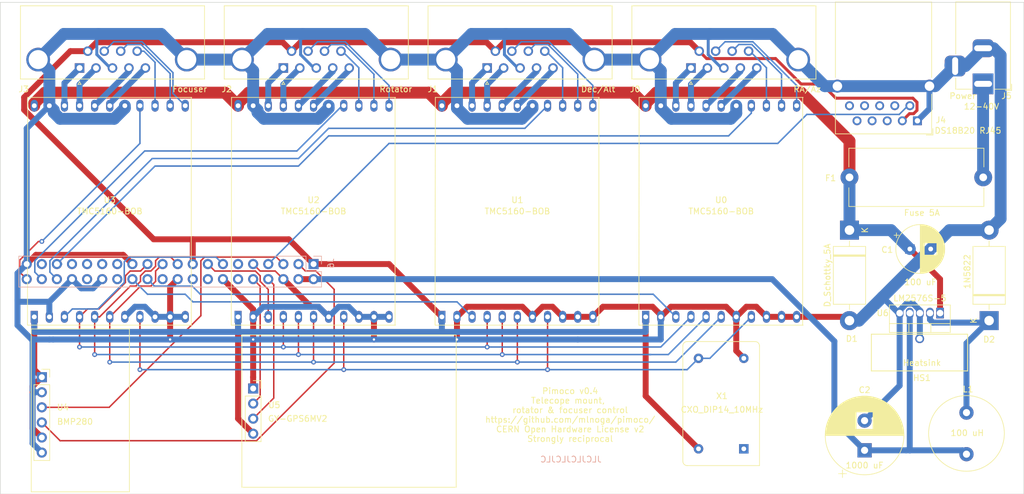
<source format=kicad_pcb>
(kicad_pcb (version 20171130) (host pcbnew "(5.1.10)-1")

  (general
    (thickness 1.6)
    (drawings 7)
    (tracks 513)
    (zones 0)
    (modules 22)
    (nets 52)
  )

  (page A4)
  (layers
    (0 F.Cu signal)
    (31 B.Cu signal)
    (32 B.Adhes user hide)
    (33 F.Adhes user hide)
    (34 B.Paste user)
    (35 F.Paste user)
    (36 B.SilkS user)
    (37 F.SilkS user)
    (38 B.Mask user)
    (39 F.Mask user)
    (40 Dwgs.User user hide)
    (41 Cmts.User user hide)
    (42 Eco1.User user hide)
    (43 Eco2.User user hide)
    (44 Edge.Cuts user)
    (45 Margin user hide)
    (46 B.CrtYd user)
    (47 F.CrtYd user)
    (48 B.Fab user)
    (49 F.Fab user)
  )

  (setup
    (last_trace_width 0.25)
    (user_trace_width 0.5)
    (user_trace_width 1)
    (user_trace_width 2)
    (trace_clearance 0.2)
    (zone_clearance 0.508)
    (zone_45_only no)
    (trace_min 0.2)
    (via_size 0.8)
    (via_drill 0.4)
    (via_min_size 0.4)
    (via_min_drill 0.3)
    (uvia_size 0.3)
    (uvia_drill 0.1)
    (uvias_allowed no)
    (uvia_min_size 0.2)
    (uvia_min_drill 0.1)
    (edge_width 0.05)
    (segment_width 0.2)
    (pcb_text_width 0.3)
    (pcb_text_size 1.5 1.5)
    (mod_edge_width 0.12)
    (mod_text_size 1 1)
    (mod_text_width 0.15)
    (pad_size 1.524 1.524)
    (pad_drill 0.762)
    (pad_to_mask_clearance 0)
    (aux_axis_origin 0 0)
    (visible_elements 7FFFFFFF)
    (pcbplotparams
      (layerselection 0x010f0_ffffffff)
      (usegerberextensions true)
      (usegerberattributes true)
      (usegerberadvancedattributes true)
      (creategerberjobfile false)
      (excludeedgelayer true)
      (linewidth 0.100000)
      (plotframeref false)
      (viasonmask false)
      (mode 1)
      (useauxorigin false)
      (hpglpennumber 1)
      (hpglpenspeed 20)
      (hpglpendiameter 15.000000)
      (psnegative false)
      (psa4output false)
      (plotreference true)
      (plotvalue true)
      (plotinvisibletext false)
      (padsonsilk false)
      (subtractmaskfromsilk false)
      (outputformat 1)
      (mirror false)
      (drillshape 0)
      (scaleselection 1)
      (outputdirectory "gerber/"))
  )

  (net 0 "")
  (net 1 VCC)
  (net 2 GND)
  (net 3 +5V)
  (net 4 "Net-(D2-Pad1)")
  (net 5 "Net-(F1-Pad2)")
  (net 6 "Net-(J0-Pad1)")
  (net 7 "Net-(J0-Pad2)")
  (net 8 "Net-(J0-Pad4)")
  (net 9 "Net-(J0-Pad5)")
  (net 10 "Net-(J0-Pad7)")
  (net 11 "Net-(J0-Pad8)")
  (net 12 "Net-(J0-Pad9)")
  (net 13 "Net-(J1-Pad9)")
  (net 14 "Net-(J1-Pad8)")
  (net 15 "Net-(J1-Pad7)")
  (net 16 "Net-(J1-Pad5)")
  (net 17 "Net-(J1-Pad4)")
  (net 18 "Net-(J1-Pad2)")
  (net 19 "Net-(J1-Pad1)")
  (net 20 "Net-(J2-Pad1)")
  (net 21 "Net-(J2-Pad2)")
  (net 22 "Net-(J2-Pad4)")
  (net 23 "Net-(J2-Pad5)")
  (net 24 "Net-(J2-Pad7)")
  (net 25 "Net-(J2-Pad8)")
  (net 26 "Net-(J2-Pad9)")
  (net 27 "Net-(J3-Pad9)")
  (net 28 "Net-(J3-Pad8)")
  (net 29 "Net-(J3-Pad7)")
  (net 30 "Net-(J3-Pad5)")
  (net 31 "Net-(J3-Pad4)")
  (net 32 "Net-(J3-Pad2)")
  (net 33 "Net-(J3-Pad1)")
  (net 34 +3V3)
  (net 35 DIAG0_3)
  (net 36 CE2)
  (net 37 CE3)
  (net 38 DIAG0_0)
  (net 39 MOSI)
  (net 40 MISO)
  (net 41 DIAG0_1)
  (net 42 SCLK)
  (net 43 CE0)
  (net 44 CE1)
  (net 45 DIAG0_2)
  (net 46 CLK)
  (net 47 "Net-(J4-Pad2)")
  (net 48 "Net-(J6-Pad10)")
  (net 49 "Net-(J6-Pad8)")
  (net 50 "Net-(J6-Pad5)")
  (net 51 "Net-(J6-Pad3)")

  (net_class Default "This is the default net class."
    (clearance 0.2)
    (trace_width 0.25)
    (via_dia 0.8)
    (via_drill 0.4)
    (uvia_dia 0.3)
    (uvia_drill 0.1)
    (add_net +3V3)
    (add_net +5V)
    (add_net CE0)
    (add_net CE1)
    (add_net CE2)
    (add_net CE3)
    (add_net CLK)
    (add_net DIAG0_0)
    (add_net DIAG0_1)
    (add_net DIAG0_2)
    (add_net DIAG0_3)
    (add_net GND)
    (add_net MISO)
    (add_net MOSI)
    (add_net "Net-(D2-Pad1)")
    (add_net "Net-(F1-Pad2)")
    (add_net "Net-(J0-Pad1)")
    (add_net "Net-(J0-Pad2)")
    (add_net "Net-(J0-Pad4)")
    (add_net "Net-(J0-Pad5)")
    (add_net "Net-(J0-Pad7)")
    (add_net "Net-(J0-Pad8)")
    (add_net "Net-(J0-Pad9)")
    (add_net "Net-(J1-Pad1)")
    (add_net "Net-(J1-Pad2)")
    (add_net "Net-(J1-Pad4)")
    (add_net "Net-(J1-Pad5)")
    (add_net "Net-(J1-Pad7)")
    (add_net "Net-(J1-Pad8)")
    (add_net "Net-(J1-Pad9)")
    (add_net "Net-(J2-Pad1)")
    (add_net "Net-(J2-Pad2)")
    (add_net "Net-(J2-Pad4)")
    (add_net "Net-(J2-Pad5)")
    (add_net "Net-(J2-Pad7)")
    (add_net "Net-(J2-Pad8)")
    (add_net "Net-(J2-Pad9)")
    (add_net "Net-(J3-Pad1)")
    (add_net "Net-(J3-Pad2)")
    (add_net "Net-(J3-Pad4)")
    (add_net "Net-(J3-Pad5)")
    (add_net "Net-(J3-Pad7)")
    (add_net "Net-(J3-Pad8)")
    (add_net "Net-(J3-Pad9)")
    (add_net "Net-(J4-Pad2)")
    (add_net "Net-(J6-Pad10)")
    (add_net "Net-(J6-Pad3)")
    (add_net "Net-(J6-Pad5)")
    (add_net "Net-(J6-Pad8)")
    (add_net SCLK)
    (add_net VCC)
  )

  (module pimoco:TMC5160-BOB2 (layer F.Cu) (tedit 60B4F0A5) (tstamp 60A0AFE5)
    (at 149.225 95.885)
    (descr "Trinamic TMC5160 breakout board with 22 pins in 2 rows of 11 on 2.54mm pitch, with 14 pitch distance between rows (35.84mm) ")
    (path /60B4886D)
    (fp_text reference U1 (at 0 -1.905) (layer F.SilkS)
      (effects (font (size 1 1) (thickness 0.15)))
    )
    (fp_text value TMC5160-BOB (at 0 0) (layer F.SilkS)
      (effects (font (size 1 1) (thickness 0.15)))
    )
    (fp_line (start -13.55 19.03) (end -13.55 -19.03) (layer F.CrtYd) (width 0.05))
    (fp_line (start 13.55 19.03) (end -13.55 19.03) (layer F.CrtYd) (width 0.05))
    (fp_line (start 13.55 -19.03) (end 13.55 19.03) (layer F.CrtYd) (width 0.05))
    (fp_line (start -13.55 -19.03) (end 13.55 -19.03) (layer F.CrtYd) (width 0.05))
    (fp_line (start -13.799999 -19.177) (end -13.843 19.177) (layer F.SilkS) (width 0.12))
    (fp_line (start 13.8 -19.177) (end -13.799999 -19.177) (layer F.SilkS) (width 0.12))
    (fp_line (start 13.716 19.177) (end 13.716 -19.177) (layer F.SilkS) (width 0.12))
    (fp_line (start -13.8 19.177) (end 13.799999 19.177) (layer F.SilkS) (width 0.12))
    (pad 11 thru_hole oval (at 12.7 17.78) (size 1.2 2) (drill 0.8) (layers *.Cu *.Mask)
      (net 2 GND))
    (pad 22 thru_hole oval (at 12.7 -17.78) (size 1.2 2) (drill 0.8) (layers *.Cu *.Mask)
      (net 15 "Net-(J1-Pad7)"))
    (pad 10 thru_hole oval (at 10.16 17.78) (size 1.2 2) (drill 0.8) (layers *.Cu *.Mask)
      (net 2 GND))
    (pad 21 thru_hole oval (at 10.16 -17.78) (size 1.2 2) (drill 0.8) (layers *.Cu *.Mask)
      (net 14 "Net-(J1-Pad8)"))
    (pad 9 thru_hole oval (at 7.62 17.78) (size 1.2 2) (drill 0.8) (layers *.Cu *.Mask)
      (net 2 GND))
    (pad 20 thru_hole oval (at 7.62 -17.78) (size 1.2 2) (drill 0.8) (layers *.Cu *.Mask)
      (net 13 "Net-(J1-Pad9)"))
    (pad 8 thru_hole oval (at 5.08 17.78) (size 1.2 2) (drill 0.8) (layers *.Cu *.Mask)
      (net 46 CLK))
    (pad 19 thru_hole oval (at 5.08 -17.78) (size 1.2 2) (drill 0.8) (layers *.Cu *.Mask)
      (net 41 DIAG0_1))
    (pad 7 thru_hole oval (at 2.54 17.78) (size 1.2 2) (drill 0.8) (layers *.Cu *.Mask)
      (net 2 GND))
    (pad 18 thru_hole oval (at 2.54 -17.78) (size 1.2 2) (drill 0.8) (layers *.Cu *.Mask)
      (net 2 GND))
    (pad 6 thru_hole oval (at 0 17.78) (size 1.2 2) (drill 0.8) (layers *.Cu *.Mask)
      (net 40 MISO))
    (pad 17 thru_hole oval (at 0 -17.78) (size 1.2 2) (drill 0.8) (layers *.Cu *.Mask)
      (net 16 "Net-(J1-Pad5)"))
    (pad 5 thru_hole oval (at -2.54 17.78) (size 1.2 2) (drill 0.8) (layers *.Cu *.Mask)
      (net 39 MOSI))
    (pad 16 thru_hole oval (at -2.54 -17.78) (size 1.2 2) (drill 0.8) (layers *.Cu *.Mask)
      (net 17 "Net-(J1-Pad4)"))
    (pad 4 thru_hole oval (at -5.08 17.78) (size 1.2 2) (drill 0.8) (layers *.Cu *.Mask)
      (net 42 SCLK))
    (pad 15 thru_hole oval (at -5.08 -17.78) (size 1.2 2) (drill 0.8) (layers *.Cu *.Mask)
      (net 18 "Net-(J1-Pad2)"))
    (pad 3 thru_hole oval (at -7.62 17.78) (size 1.2 2) (drill 0.8) (layers *.Cu *.Mask)
      (net 44 CE1))
    (pad 14 thru_hole oval (at -7.62 -17.78) (size 1.2 2) (drill 0.8) (layers *.Cu *.Mask)
      (net 19 "Net-(J1-Pad1)"))
    (pad 2 thru_hole oval (at -10.16 17.78) (size 1.2 2) (drill 0.8) (layers *.Cu *.Mask)
      (net 2 GND))
    (pad 13 thru_hole oval (at -10.16 -17.78) (size 1.2 2) (drill 0.8) (layers *.Cu *.Mask)
      (net 2 GND))
    (pad 1 thru_hole rect (at -12.7 17.78) (size 1.2 2) (drill 0.8) (layers *.Cu *.Mask)
      (net 34 +3V3))
    (pad 12 thru_hole oval (at -12.7 -17.78) (size 1.2 2) (drill 0.8) (layers *.Cu *.Mask)
      (net 1 VCC))
  )

  (module pimoco:TMC5160-BOB2 (layer F.Cu) (tedit 60B4F0A5) (tstamp 60A0B031)
    (at 80.645 95.885)
    (descr "Trinamic TMC5160 breakout board with 22 pins in 2 rows of 11 on 2.54mm pitch, with 14 pitch distance between rows (35.84mm) ")
    (path /60B5A0A4)
    (fp_text reference U3 (at 0 -1.905 180) (layer F.SilkS)
      (effects (font (size 1 1) (thickness 0.15)))
    )
    (fp_text value TMC5160-BOB (at 0 0) (layer F.SilkS)
      (effects (font (size 1 1) (thickness 0.15)))
    )
    (fp_line (start -13.55 19.03) (end -13.55 -19.03) (layer F.CrtYd) (width 0.05))
    (fp_line (start 13.55 19.03) (end -13.55 19.03) (layer F.CrtYd) (width 0.05))
    (fp_line (start 13.55 -19.03) (end 13.55 19.03) (layer F.CrtYd) (width 0.05))
    (fp_line (start -13.55 -19.03) (end 13.55 -19.03) (layer F.CrtYd) (width 0.05))
    (fp_line (start -13.799999 -19.177) (end -13.843 19.177) (layer F.SilkS) (width 0.12))
    (fp_line (start 13.8 -19.177) (end -13.799999 -19.177) (layer F.SilkS) (width 0.12))
    (fp_line (start 13.716 19.177) (end 13.716 -19.177) (layer F.SilkS) (width 0.12))
    (fp_line (start -13.8 19.177) (end 13.799999 19.177) (layer F.SilkS) (width 0.12))
    (pad 11 thru_hole oval (at 12.7 17.78) (size 1.2 2) (drill 0.8) (layers *.Cu *.Mask)
      (net 2 GND))
    (pad 22 thru_hole oval (at 12.7 -17.78) (size 1.2 2) (drill 0.8) (layers *.Cu *.Mask)
      (net 29 "Net-(J3-Pad7)"))
    (pad 10 thru_hole oval (at 10.16 17.78) (size 1.2 2) (drill 0.8) (layers *.Cu *.Mask)
      (net 2 GND))
    (pad 21 thru_hole oval (at 10.16 -17.78) (size 1.2 2) (drill 0.8) (layers *.Cu *.Mask)
      (net 28 "Net-(J3-Pad8)"))
    (pad 9 thru_hole oval (at 7.62 17.78) (size 1.2 2) (drill 0.8) (layers *.Cu *.Mask)
      (net 2 GND))
    (pad 20 thru_hole oval (at 7.62 -17.78) (size 1.2 2) (drill 0.8) (layers *.Cu *.Mask)
      (net 27 "Net-(J3-Pad9)"))
    (pad 8 thru_hole oval (at 5.08 17.78) (size 1.2 2) (drill 0.8) (layers *.Cu *.Mask)
      (net 46 CLK))
    (pad 19 thru_hole oval (at 5.08 -17.78) (size 1.2 2) (drill 0.8) (layers *.Cu *.Mask)
      (net 35 DIAG0_3))
    (pad 7 thru_hole oval (at 2.54 17.78) (size 1.2 2) (drill 0.8) (layers *.Cu *.Mask)
      (net 2 GND))
    (pad 18 thru_hole oval (at 2.54 -17.78) (size 1.2 2) (drill 0.8) (layers *.Cu *.Mask)
      (net 2 GND))
    (pad 6 thru_hole oval (at 0 17.78) (size 1.2 2) (drill 0.8) (layers *.Cu *.Mask)
      (net 40 MISO))
    (pad 17 thru_hole oval (at 0 -17.78) (size 1.2 2) (drill 0.8) (layers *.Cu *.Mask)
      (net 30 "Net-(J3-Pad5)"))
    (pad 5 thru_hole oval (at -2.54 17.78) (size 1.2 2) (drill 0.8) (layers *.Cu *.Mask)
      (net 39 MOSI))
    (pad 16 thru_hole oval (at -2.54 -17.78) (size 1.2 2) (drill 0.8) (layers *.Cu *.Mask)
      (net 31 "Net-(J3-Pad4)"))
    (pad 4 thru_hole oval (at -5.08 17.78) (size 1.2 2) (drill 0.8) (layers *.Cu *.Mask)
      (net 42 SCLK))
    (pad 15 thru_hole oval (at -5.08 -17.78) (size 1.2 2) (drill 0.8) (layers *.Cu *.Mask)
      (net 32 "Net-(J3-Pad2)"))
    (pad 3 thru_hole oval (at -7.62 17.78) (size 1.2 2) (drill 0.8) (layers *.Cu *.Mask)
      (net 37 CE3))
    (pad 14 thru_hole oval (at -7.62 -17.78) (size 1.2 2) (drill 0.8) (layers *.Cu *.Mask)
      (net 33 "Net-(J3-Pad1)"))
    (pad 2 thru_hole oval (at -10.16 17.78) (size 1.2 2) (drill 0.8) (layers *.Cu *.Mask)
      (net 2 GND))
    (pad 13 thru_hole oval (at -10.16 -17.78) (size 1.2 2) (drill 0.8) (layers *.Cu *.Mask)
      (net 2 GND))
    (pad 1 thru_hole rect (at -12.7 17.78) (size 1.2 2) (drill 0.8) (layers *.Cu *.Mask)
      (net 34 +3V3))
    (pad 12 thru_hole oval (at -12.7 -17.78) (size 1.2 2) (drill 0.8) (layers *.Cu *.Mask)
      (net 1 VCC))
  )

  (module pimoco:TMC5160-BOB2 (layer F.Cu) (tedit 60B4F0A5) (tstamp 60A0B00B)
    (at 114.935 95.885)
    (descr "Trinamic TMC5160 breakout board with 22 pins in 2 rows of 11 on 2.54mm pitch, with 14 pitch distance between rows (35.84mm) ")
    (path /60B4FEC0)
    (fp_text reference U2 (at 0 -1.905) (layer F.SilkS)
      (effects (font (size 1 1) (thickness 0.15)))
    )
    (fp_text value TMC5160-BOB (at 0 0) (layer F.SilkS)
      (effects (font (size 1 1) (thickness 0.15)))
    )
    (fp_line (start -13.55 19.03) (end -13.55 -19.03) (layer F.CrtYd) (width 0.05))
    (fp_line (start 13.55 19.03) (end -13.55 19.03) (layer F.CrtYd) (width 0.05))
    (fp_line (start 13.55 -19.03) (end 13.55 19.03) (layer F.CrtYd) (width 0.05))
    (fp_line (start -13.55 -19.03) (end 13.55 -19.03) (layer F.CrtYd) (width 0.05))
    (fp_line (start -13.799999 -19.177) (end -13.843 19.177) (layer F.SilkS) (width 0.12))
    (fp_line (start 13.8 -19.177) (end -13.799999 -19.177) (layer F.SilkS) (width 0.12))
    (fp_line (start 13.716 19.177) (end 13.716 -19.177) (layer F.SilkS) (width 0.12))
    (fp_line (start -13.8 19.177) (end 13.799999 19.177) (layer F.SilkS) (width 0.12))
    (pad 11 thru_hole oval (at 12.7 17.78) (size 1.2 2) (drill 0.8) (layers *.Cu *.Mask)
      (net 2 GND))
    (pad 22 thru_hole oval (at 12.7 -17.78) (size 1.2 2) (drill 0.8) (layers *.Cu *.Mask)
      (net 24 "Net-(J2-Pad7)"))
    (pad 10 thru_hole oval (at 10.16 17.78) (size 1.2 2) (drill 0.8) (layers *.Cu *.Mask)
      (net 2 GND))
    (pad 21 thru_hole oval (at 10.16 -17.78) (size 1.2 2) (drill 0.8) (layers *.Cu *.Mask)
      (net 25 "Net-(J2-Pad8)"))
    (pad 9 thru_hole oval (at 7.62 17.78) (size 1.2 2) (drill 0.8) (layers *.Cu *.Mask)
      (net 2 GND))
    (pad 20 thru_hole oval (at 7.62 -17.78) (size 1.2 2) (drill 0.8) (layers *.Cu *.Mask)
      (net 26 "Net-(J2-Pad9)"))
    (pad 8 thru_hole oval (at 5.08 17.78) (size 1.2 2) (drill 0.8) (layers *.Cu *.Mask)
      (net 46 CLK))
    (pad 19 thru_hole oval (at 5.08 -17.78) (size 1.2 2) (drill 0.8) (layers *.Cu *.Mask)
      (net 45 DIAG0_2))
    (pad 7 thru_hole oval (at 2.54 17.78) (size 1.2 2) (drill 0.8) (layers *.Cu *.Mask)
      (net 2 GND))
    (pad 18 thru_hole oval (at 2.54 -17.78) (size 1.2 2) (drill 0.8) (layers *.Cu *.Mask)
      (net 2 GND))
    (pad 6 thru_hole oval (at 0 17.78) (size 1.2 2) (drill 0.8) (layers *.Cu *.Mask)
      (net 40 MISO))
    (pad 17 thru_hole oval (at 0 -17.78) (size 1.2 2) (drill 0.8) (layers *.Cu *.Mask)
      (net 23 "Net-(J2-Pad5)"))
    (pad 5 thru_hole oval (at -2.54 17.78) (size 1.2 2) (drill 0.8) (layers *.Cu *.Mask)
      (net 39 MOSI))
    (pad 16 thru_hole oval (at -2.54 -17.78) (size 1.2 2) (drill 0.8) (layers *.Cu *.Mask)
      (net 22 "Net-(J2-Pad4)"))
    (pad 4 thru_hole oval (at -5.08 17.78) (size 1.2 2) (drill 0.8) (layers *.Cu *.Mask)
      (net 42 SCLK))
    (pad 15 thru_hole oval (at -5.08 -17.78) (size 1.2 2) (drill 0.8) (layers *.Cu *.Mask)
      (net 21 "Net-(J2-Pad2)"))
    (pad 3 thru_hole oval (at -7.62 17.78) (size 1.2 2) (drill 0.8) (layers *.Cu *.Mask)
      (net 36 CE2))
    (pad 14 thru_hole oval (at -7.62 -17.78) (size 1.2 2) (drill 0.8) (layers *.Cu *.Mask)
      (net 20 "Net-(J2-Pad1)"))
    (pad 2 thru_hole oval (at -10.16 17.78) (size 1.2 2) (drill 0.8) (layers *.Cu *.Mask)
      (net 2 GND))
    (pad 13 thru_hole oval (at -10.16 -17.78) (size 1.2 2) (drill 0.8) (layers *.Cu *.Mask)
      (net 2 GND))
    (pad 1 thru_hole rect (at -12.7 17.78) (size 1.2 2) (drill 0.8) (layers *.Cu *.Mask)
      (net 34 +3V3))
    (pad 12 thru_hole oval (at -12.7 -17.78) (size 1.2 2) (drill 0.8) (layers *.Cu *.Mask)
      (net 1 VCC))
  )

  (module pimoco:TMC5160-BOB2 (layer F.Cu) (tedit 60B4F0A5) (tstamp 60A0AFBF)
    (at 183.515 95.885)
    (descr "Trinamic TMC5160 breakout board with 22 pins in 2 rows of 11 on 2.54mm pitch, with 14 pitch distance between rows (35.84mm) ")
    (path /60A7733B)
    (fp_text reference U0 (at 0 -1.905) (layer F.SilkS)
      (effects (font (size 1 1) (thickness 0.15)))
    )
    (fp_text value TMC5160-BOB (at 0 0) (layer F.SilkS)
      (effects (font (size 1 1) (thickness 0.15)))
    )
    (fp_line (start -13.55 19.03) (end -13.55 -19.03) (layer F.CrtYd) (width 0.05))
    (fp_line (start 13.55 19.03) (end -13.55 19.03) (layer F.CrtYd) (width 0.05))
    (fp_line (start 13.55 -19.03) (end 13.55 19.03) (layer F.CrtYd) (width 0.05))
    (fp_line (start -13.55 -19.03) (end 13.55 -19.03) (layer F.CrtYd) (width 0.05))
    (fp_line (start -13.799999 -19.177) (end -13.843 19.177) (layer F.SilkS) (width 0.12))
    (fp_line (start 13.8 -19.177) (end -13.799999 -19.177) (layer F.SilkS) (width 0.12))
    (fp_line (start 13.716 19.177) (end 13.716 -19.177) (layer F.SilkS) (width 0.12))
    (fp_line (start -13.8 19.177) (end 13.799999 19.177) (layer F.SilkS) (width 0.12))
    (pad 11 thru_hole oval (at 12.7 17.78) (size 1.2 2) (drill 0.8) (layers *.Cu *.Mask)
      (net 2 GND))
    (pad 22 thru_hole oval (at 12.7 -17.78) (size 1.2 2) (drill 0.8) (layers *.Cu *.Mask)
      (net 10 "Net-(J0-Pad7)"))
    (pad 10 thru_hole oval (at 10.16 17.78) (size 1.2 2) (drill 0.8) (layers *.Cu *.Mask)
      (net 2 GND))
    (pad 21 thru_hole oval (at 10.16 -17.78) (size 1.2 2) (drill 0.8) (layers *.Cu *.Mask)
      (net 11 "Net-(J0-Pad8)"))
    (pad 9 thru_hole oval (at 7.62 17.78) (size 1.2 2) (drill 0.8) (layers *.Cu *.Mask)
      (net 2 GND))
    (pad 20 thru_hole oval (at 7.62 -17.78) (size 1.2 2) (drill 0.8) (layers *.Cu *.Mask)
      (net 12 "Net-(J0-Pad9)"))
    (pad 8 thru_hole oval (at 5.08 17.78) (size 1.2 2) (drill 0.8) (layers *.Cu *.Mask)
      (net 46 CLK))
    (pad 19 thru_hole oval (at 5.08 -17.78) (size 1.2 2) (drill 0.8) (layers *.Cu *.Mask)
      (net 38 DIAG0_0))
    (pad 7 thru_hole oval (at 2.54 17.78) (size 1.2 2) (drill 0.8) (layers *.Cu *.Mask)
      (net 2 GND))
    (pad 18 thru_hole oval (at 2.54 -17.78) (size 1.2 2) (drill 0.8) (layers *.Cu *.Mask)
      (net 2 GND))
    (pad 6 thru_hole oval (at 0 17.78) (size 1.2 2) (drill 0.8) (layers *.Cu *.Mask)
      (net 40 MISO))
    (pad 17 thru_hole oval (at 0 -17.78) (size 1.2 2) (drill 0.8) (layers *.Cu *.Mask)
      (net 9 "Net-(J0-Pad5)"))
    (pad 5 thru_hole oval (at -2.54 17.78) (size 1.2 2) (drill 0.8) (layers *.Cu *.Mask)
      (net 39 MOSI))
    (pad 16 thru_hole oval (at -2.54 -17.78) (size 1.2 2) (drill 0.8) (layers *.Cu *.Mask)
      (net 8 "Net-(J0-Pad4)"))
    (pad 4 thru_hole oval (at -5.08 17.78) (size 1.2 2) (drill 0.8) (layers *.Cu *.Mask)
      (net 42 SCLK))
    (pad 15 thru_hole oval (at -5.08 -17.78) (size 1.2 2) (drill 0.8) (layers *.Cu *.Mask)
      (net 7 "Net-(J0-Pad2)"))
    (pad 3 thru_hole oval (at -7.62 17.78) (size 1.2 2) (drill 0.8) (layers *.Cu *.Mask)
      (net 43 CE0))
    (pad 14 thru_hole oval (at -7.62 -17.78) (size 1.2 2) (drill 0.8) (layers *.Cu *.Mask)
      (net 6 "Net-(J0-Pad1)"))
    (pad 2 thru_hole oval (at -10.16 17.78) (size 1.2 2) (drill 0.8) (layers *.Cu *.Mask)
      (net 2 GND))
    (pad 13 thru_hole oval (at -10.16 -17.78) (size 1.2 2) (drill 0.8) (layers *.Cu *.Mask)
      (net 2 GND))
    (pad 1 thru_hole rect (at -12.7 17.78) (size 1.2 2) (drill 0.8) (layers *.Cu *.Mask)
      (net 34 +3V3))
    (pad 12 thru_hole oval (at -12.7 -17.78) (size 1.2 2) (drill 0.8) (layers *.Cu *.Mask)
      (net 1 VCC))
  )

  (module pimoco:Heatsink_TO-220_vertical (layer F.Cu) (tedit 60B4C693) (tstamp 60B50911)
    (at 224.536 129.54)
    (descr "Heatsink, 35mm x 26mm, 1x Fixation 3mm, Fischer SK486-35")
    (tags heatsink)
    (path /6152CDF5)
    (fp_text reference HS1 (at -7.239 -5.588) (layer F.SilkS)
      (effects (font (size 1 1) (thickness 0.15)))
    )
    (fp_text value Heatsink (at -7.239 -8.128) (layer F.SilkS)
      (effects (font (size 1 1) (thickness 0.15)))
    )
    (fp_line (start -15.748 -6.772) (end 0.444 -6.772) (layer F.SilkS) (width 0.15))
    (fp_line (start 0.444 -6.772) (end 0.444 -12.954) (layer F.SilkS) (width 0.15))
    (fp_line (start 0.444 -12.954) (end -15.748 -12.954) (layer F.SilkS) (width 0.15))
    (fp_line (start -15.748 -12.954) (end -15.748 -6.772) (layer F.SilkS) (width 0.15))
    (fp_line (start -15.875 -13.081) (end 0.508 -13.081) (layer F.CrtYd) (width 0.05))
    (fp_line (start -15.875 -13.081) (end -15.875 -6.604) (layer F.CrtYd) (width 0.05))
    (fp_line (start 0.508 -6.604) (end 0.508 -13.081) (layer F.CrtYd) (width 0.05))
    (fp_line (start 0.508 -6.604) (end -15.875 -6.604) (layer F.CrtYd) (width 0.05))
    (fp_line (start 0.381 -12.92) (end 0.381 -6.858) (layer F.Fab) (width 0.1))
    (fp_line (start 0.381 -6.858) (end -15.621 -6.858) (layer F.Fab) (width 0.1))
    (fp_line (start -15.621 -6.858) (end -15.621 -12.92) (layer F.Fab) (width 0.1))
    (fp_line (start -15.621 -12.954) (end 0.381 -12.92) (layer F.Fab) (width 0.1))
    (pad 1 thru_hole circle (at -7.62 -12.192) (size 1.5 1.5) (drill 1) (layers *.Cu *.Mask)
      (net 2 GND))
    (model ${KISYS3DMOD}/Heatsink.3dshapes/Heatsink_35x26mm_1xFixation3mm_Fischer-SK486-35.wrl
      (at (xyz 0 0 0))
      (scale (xyz 1 1 1))
      (rotate (xyz 0 0 0))
    )
  )

  (module Oscillator:Oscillator_DIP-14 (layer F.Cu) (tedit 58CD3344) (tstamp 60A0B087)
    (at 187.325 135.89 90)
    (descr "Oscillator, DIP14, http://cdn-reichelt.de/documents/datenblatt/B400/OSZI.pdf")
    (tags oscillator)
    (path /60A719C7)
    (fp_text reference X1 (at 8.89 -3.683 180) (layer F.SilkS)
      (effects (font (size 1 1) (thickness 0.15)))
    )
    (fp_text value CXO_DIP14_10MHz (at 6.604 -3.683 180) (layer F.SilkS)
      (effects (font (size 1 1) (thickness 0.15)))
    )
    (fp_line (start 18.22 2.79) (end 18.22 -10.41) (layer F.CrtYd) (width 0.05))
    (fp_line (start 18.22 -10.41) (end -2.98 -10.41) (layer F.CrtYd) (width 0.05))
    (fp_line (start -2.98 -10.41) (end -2.98 2.79) (layer F.CrtYd) (width 0.05))
    (fp_line (start -2.98 2.79) (end 18.22 2.79) (layer F.CrtYd) (width 0.05))
    (fp_line (start 16.97 1.19) (end 16.97 -8.81) (layer F.Fab) (width 0.1))
    (fp_line (start -1.38 -9.16) (end 16.62 -9.16) (layer F.Fab) (width 0.1))
    (fp_line (start -1.73 1.54) (end -1.73 -8.81) (layer F.Fab) (width 0.1))
    (fp_line (start -1.73 1.54) (end 16.62 1.54) (layer F.Fab) (width 0.1))
    (fp_line (start -2.83 -9.51) (end -2.83 2.64) (layer F.SilkS) (width 0.12))
    (fp_line (start 17.32 -10.26) (end -2.08 -10.26) (layer F.SilkS) (width 0.12))
    (fp_line (start 18.07 1.89) (end 18.07 -9.51) (layer F.SilkS) (width 0.12))
    (fp_line (start -2.83 2.64) (end 17.32 2.64) (layer F.SilkS) (width 0.12))
    (fp_line (start -2.73 2.54) (end 17.32 2.54) (layer F.Fab) (width 0.1))
    (fp_line (start 17.97 -9.51) (end 17.97 1.89) (layer F.Fab) (width 0.1))
    (fp_line (start -2.08 -10.16) (end 17.32 -10.16) (layer F.Fab) (width 0.1))
    (fp_line (start -2.73 2.54) (end -2.73 -9.51) (layer F.Fab) (width 0.1))
    (fp_arc (start 16.62 1.19) (end 16.97 1.19) (angle 90) (layer F.Fab) (width 0.1))
    (fp_arc (start 16.62 -8.81) (end 16.62 -9.16) (angle 90) (layer F.Fab) (width 0.1))
    (fp_arc (start -1.38 -8.81) (end -1.73 -8.81) (angle 90) (layer F.Fab) (width 0.1))
    (fp_arc (start 17.32 1.89) (end 18.07 1.89) (angle 90) (layer F.SilkS) (width 0.12))
    (fp_arc (start 17.32 -9.51) (end 17.32 -10.26) (angle 90) (layer F.SilkS) (width 0.12))
    (fp_arc (start -2.08 -9.51) (end -2.83 -9.51) (angle 90) (layer F.SilkS) (width 0.12))
    (fp_arc (start 17.32 1.89) (end 17.97 1.89) (angle 90) (layer F.Fab) (width 0.1))
    (fp_arc (start 17.32 -9.51) (end 17.32 -10.16) (angle 90) (layer F.Fab) (width 0.1))
    (fp_arc (start -2.08 -9.51) (end -2.73 -9.51) (angle 90) (layer F.Fab) (width 0.1))
    (pad 1 thru_hole rect (at 0 0 90) (size 1.6 1.6) (drill 0.8) (layers *.Cu *.Mask))
    (pad 14 thru_hole circle (at 0 -7.62 90) (size 1.6 1.6) (drill 0.8) (layers *.Cu *.Mask)
      (net 34 +3V3))
    (pad 8 thru_hole circle (at 15.24 -7.62 90) (size 1.6 1.6) (drill 0.8) (layers *.Cu *.Mask)
      (net 46 CLK))
    (pad 7 thru_hole circle (at 15.24 0 90) (size 1.6 1.6) (drill 0.8) (layers *.Cu *.Mask)
      (net 2 GND))
    (model ${KISYS3DMOD}/Oscillator.3dshapes/Oscillator_DIP-14.wrl
      (at (xyz 0 0 0))
      (scale (xyz 1 1 1))
      (rotate (xyz 0 0 0))
    )
  )

  (module Connector_BarrelJack:BarrelJack_Horizontal (layer F.Cu) (tedit 5A1DBF6A) (tstamp 60B21EBF)
    (at 227.584 74.422 270)
    (descr "DC Barrel Jack")
    (tags "Power Jack")
    (path /60E3976E)
    (fp_text reference J5 (at 2.032 -3.937 180) (layer F.SilkS)
      (effects (font (size 1 1) (thickness 0.15)))
    )
    (fp_text value Power (at 2.032 3.429 180) (layer F.SilkS)
      (effects (font (size 1 1) (thickness 0.15)))
    )
    (fp_line (start 0 -4.5) (end -13.7 -4.5) (layer F.Fab) (width 0.1))
    (fp_line (start 0.8 4.5) (end 0.8 -3.75) (layer F.Fab) (width 0.1))
    (fp_line (start -13.7 4.5) (end 0.8 4.5) (layer F.Fab) (width 0.1))
    (fp_line (start -13.7 -4.5) (end -13.7 4.5) (layer F.Fab) (width 0.1))
    (fp_line (start -10.2 -4.5) (end -10.2 4.5) (layer F.Fab) (width 0.1))
    (fp_line (start 0.9 -4.6) (end 0.9 -2) (layer F.SilkS) (width 0.12))
    (fp_line (start -13.8 -4.6) (end 0.9 -4.6) (layer F.SilkS) (width 0.12))
    (fp_line (start 0.9 4.6) (end -1 4.6) (layer F.SilkS) (width 0.12))
    (fp_line (start 0.9 1.9) (end 0.9 4.6) (layer F.SilkS) (width 0.12))
    (fp_line (start -13.8 4.6) (end -13.8 -4.6) (layer F.SilkS) (width 0.12))
    (fp_line (start -5 4.6) (end -13.8 4.6) (layer F.SilkS) (width 0.12))
    (fp_line (start -14 4.75) (end -14 -4.75) (layer F.CrtYd) (width 0.05))
    (fp_line (start -5 4.75) (end -14 4.75) (layer F.CrtYd) (width 0.05))
    (fp_line (start -5 6.75) (end -5 4.75) (layer F.CrtYd) (width 0.05))
    (fp_line (start -1 6.75) (end -5 6.75) (layer F.CrtYd) (width 0.05))
    (fp_line (start -1 4.75) (end -1 6.75) (layer F.CrtYd) (width 0.05))
    (fp_line (start 1 4.75) (end -1 4.75) (layer F.CrtYd) (width 0.05))
    (fp_line (start 1 2) (end 1 4.75) (layer F.CrtYd) (width 0.05))
    (fp_line (start 2 2) (end 1 2) (layer F.CrtYd) (width 0.05))
    (fp_line (start 2 -2) (end 2 2) (layer F.CrtYd) (width 0.05))
    (fp_line (start 1 -2) (end 2 -2) (layer F.CrtYd) (width 0.05))
    (fp_line (start 1 -4.5) (end 1 -2) (layer F.CrtYd) (width 0.05))
    (fp_line (start 1 -4.75) (end -14 -4.75) (layer F.CrtYd) (width 0.05))
    (fp_line (start 1 -4.5) (end 1 -4.75) (layer F.CrtYd) (width 0.05))
    (fp_line (start 0.05 -4.8) (end 1.1 -4.8) (layer F.SilkS) (width 0.12))
    (fp_line (start 1.1 -3.75) (end 1.1 -4.8) (layer F.SilkS) (width 0.12))
    (fp_line (start -0.003213 -4.505425) (end 0.8 -3.75) (layer F.Fab) (width 0.1))
    (pad 1 thru_hole rect (at 0 0 270) (size 3.5 3.5) (drill oval 1 3) (layers *.Cu *.Mask)
      (net 5 "Net-(F1-Pad2)"))
    (pad 2 thru_hole roundrect (at -6 0 270) (size 3 3.5) (drill oval 1 3) (layers *.Cu *.Mask) (roundrect_rratio 0.25)
      (net 2 GND))
    (pad 3 thru_hole roundrect (at -3 4.7 270) (size 3.5 3.5) (drill oval 3 1) (layers *.Cu *.Mask) (roundrect_rratio 0.25)
      (net 2 GND))
    (model ${KISYS3DMOD}/Connector_BarrelJack.3dshapes/BarrelJack_Horizontal.wrl
      (at (xyz 0 0 0))
      (scale (xyz 1 1 1))
      (rotate (xyz 0 0 0))
    )
  )

  (module Connector_PinSocket_2.54mm:PinSocket_2x20_P2.54mm_Vertical (layer B.Cu) (tedit 5A19A433) (tstamp 60A0AF72)
    (at 114.935 104.775 90)
    (descr "Through hole straight socket strip, 2x20, 2.54mm pitch, double cols (from Kicad 4.0.7), script generated")
    (tags "Through hole socket strip THT 2x20 2.54mm double row")
    (path /609FA996)
    (fp_text reference J6 (at 0.127 2.921 -90) (layer B.SilkS)
      (effects (font (size 1 1) (thickness 0.15)) (justify mirror))
    )
    (fp_text value RasPi_Header (at 1.27 -50.59 -90) (layer B.Fab)
      (effects (font (size 1 1) (thickness 0.15)) (justify mirror))
    )
    (fp_line (start -4.34 -50) (end -4.34 1.8) (layer B.CrtYd) (width 0.05))
    (fp_line (start 1.76 -50) (end -4.34 -50) (layer B.CrtYd) (width 0.05))
    (fp_line (start 1.76 1.8) (end 1.76 -50) (layer B.CrtYd) (width 0.05))
    (fp_line (start -4.34 1.8) (end 1.76 1.8) (layer B.CrtYd) (width 0.05))
    (fp_line (start 0 1.33) (end 1.33 1.33) (layer B.SilkS) (width 0.12))
    (fp_line (start 1.33 1.33) (end 1.33 0) (layer B.SilkS) (width 0.12))
    (fp_line (start -1.27 1.33) (end -1.27 -1.27) (layer B.SilkS) (width 0.12))
    (fp_line (start -1.27 -1.27) (end 1.33 -1.27) (layer B.SilkS) (width 0.12))
    (fp_line (start 1.33 -1.27) (end 1.33 -49.59) (layer B.SilkS) (width 0.12))
    (fp_line (start -3.87 -49.59) (end 1.33 -49.59) (layer B.SilkS) (width 0.12))
    (fp_line (start -3.87 1.33) (end -3.87 -49.59) (layer B.SilkS) (width 0.12))
    (fp_line (start -3.87 1.33) (end -1.27 1.33) (layer B.SilkS) (width 0.12))
    (fp_line (start -3.81 -49.53) (end -3.81 1.27) (layer B.Fab) (width 0.1))
    (fp_line (start 1.27 -49.53) (end -3.81 -49.53) (layer B.Fab) (width 0.1))
    (fp_line (start 1.27 0.27) (end 1.27 -49.53) (layer B.Fab) (width 0.1))
    (fp_line (start 0.27 1.27) (end 1.27 0.27) (layer B.Fab) (width 0.1))
    (fp_line (start -3.81 1.27) (end 0.27 1.27) (layer B.Fab) (width 0.1))
    (fp_text user %R (at 1.27 -24.13) (layer B.Fab)
      (effects (font (size 1 1) (thickness 0.15)) (justify mirror))
    )
    (pad 40 thru_hole oval (at -2.54 -48.26 90) (size 1.7 1.7) (drill 1) (layers *.Cu *.Mask)
      (net 35 DIAG0_3))
    (pad 39 thru_hole oval (at 0 -48.26 90) (size 1.7 1.7) (drill 1) (layers *.Cu *.Mask)
      (net 2 GND))
    (pad 38 thru_hole oval (at -2.54 -45.72 90) (size 1.7 1.7) (drill 1) (layers *.Cu *.Mask)
      (net 45 DIAG0_2))
    (pad 37 thru_hole oval (at 0 -45.72 90) (size 1.7 1.7) (drill 1) (layers *.Cu *.Mask))
    (pad 36 thru_hole oval (at -2.54 -43.18 90) (size 1.7 1.7) (drill 1) (layers *.Cu *.Mask)
      (net 41 DIAG0_1))
    (pad 35 thru_hole oval (at 0 -43.18 90) (size 1.7 1.7) (drill 1) (layers *.Cu *.Mask)
      (net 38 DIAG0_0))
    (pad 34 thru_hole oval (at -2.54 -40.64 90) (size 1.7 1.7) (drill 1) (layers *.Cu *.Mask)
      (net 2 GND))
    (pad 33 thru_hole oval (at 0 -40.64 90) (size 1.7 1.7) (drill 1) (layers *.Cu *.Mask))
    (pad 32 thru_hole oval (at -2.54 -38.1 90) (size 1.7 1.7) (drill 1) (layers *.Cu *.Mask))
    (pad 31 thru_hole oval (at 0 -38.1 90) (size 1.7 1.7) (drill 1) (layers *.Cu *.Mask))
    (pad 30 thru_hole oval (at -2.54 -35.56 90) (size 1.7 1.7) (drill 1) (layers *.Cu *.Mask)
      (net 2 GND))
    (pad 29 thru_hole oval (at 0 -35.56 90) (size 1.7 1.7) (drill 1) (layers *.Cu *.Mask))
    (pad 28 thru_hole oval (at -2.54 -33.02 90) (size 1.7 1.7) (drill 1) (layers *.Cu *.Mask))
    (pad 27 thru_hole oval (at 0 -33.02 90) (size 1.7 1.7) (drill 1) (layers *.Cu *.Mask))
    (pad 26 thru_hole oval (at -2.54 -30.48 90) (size 1.7 1.7) (drill 1) (layers *.Cu *.Mask)
      (net 44 CE1))
    (pad 25 thru_hole oval (at 0 -30.48 90) (size 1.7 1.7) (drill 1) (layers *.Cu *.Mask)
      (net 2 GND))
    (pad 24 thru_hole oval (at -2.54 -27.94 90) (size 1.7 1.7) (drill 1) (layers *.Cu *.Mask)
      (net 43 CE0))
    (pad 23 thru_hole oval (at 0 -27.94 90) (size 1.7 1.7) (drill 1) (layers *.Cu *.Mask)
      (net 42 SCLK))
    (pad 22 thru_hole oval (at -2.54 -25.4 90) (size 1.7 1.7) (drill 1) (layers *.Cu *.Mask))
    (pad 21 thru_hole oval (at 0 -25.4 90) (size 1.7 1.7) (drill 1) (layers *.Cu *.Mask)
      (net 40 MISO))
    (pad 20 thru_hole oval (at -2.54 -22.86 90) (size 1.7 1.7) (drill 1) (layers *.Cu *.Mask)
      (net 2 GND))
    (pad 19 thru_hole oval (at 0 -22.86 90) (size 1.7 1.7) (drill 1) (layers *.Cu *.Mask)
      (net 39 MOSI))
    (pad 18 thru_hole oval (at -2.54 -20.32 90) (size 1.7 1.7) (drill 1) (layers *.Cu *.Mask))
    (pad 17 thru_hole oval (at 0 -20.32 90) (size 1.7 1.7) (drill 1) (layers *.Cu *.Mask)
      (net 34 +3V3))
    (pad 16 thru_hole oval (at -2.54 -17.78 90) (size 1.7 1.7) (drill 1) (layers *.Cu *.Mask))
    (pad 15 thru_hole oval (at 0 -17.78 90) (size 1.7 1.7) (drill 1) (layers *.Cu *.Mask)
      (net 36 CE2))
    (pad 14 thru_hole oval (at -2.54 -15.24 90) (size 1.7 1.7) (drill 1) (layers *.Cu *.Mask)
      (net 2 GND))
    (pad 13 thru_hole oval (at 0 -15.24 90) (size 1.7 1.7) (drill 1) (layers *.Cu *.Mask)
      (net 37 CE3))
    (pad 12 thru_hole oval (at -2.54 -12.7 90) (size 1.7 1.7) (drill 1) (layers *.Cu *.Mask))
    (pad 11 thru_hole oval (at 0 -12.7 90) (size 1.7 1.7) (drill 1) (layers *.Cu *.Mask))
    (pad 10 thru_hole oval (at -2.54 -10.16 90) (size 1.7 1.7) (drill 1) (layers *.Cu *.Mask)
      (net 48 "Net-(J6-Pad10)"))
    (pad 9 thru_hole oval (at 0 -10.16 90) (size 1.7 1.7) (drill 1) (layers *.Cu *.Mask)
      (net 2 GND))
    (pad 8 thru_hole oval (at -2.54 -7.62 90) (size 1.7 1.7) (drill 1) (layers *.Cu *.Mask)
      (net 49 "Net-(J6-Pad8)"))
    (pad 7 thru_hole oval (at 0 -7.62 90) (size 1.7 1.7) (drill 1) (layers *.Cu *.Mask)
      (net 47 "Net-(J4-Pad2)"))
    (pad 6 thru_hole oval (at -2.54 -5.08 90) (size 1.7 1.7) (drill 1) (layers *.Cu *.Mask)
      (net 2 GND))
    (pad 5 thru_hole oval (at 0 -5.08 90) (size 1.7 1.7) (drill 1) (layers *.Cu *.Mask)
      (net 50 "Net-(J6-Pad5)"))
    (pad 4 thru_hole oval (at -2.54 -2.54 90) (size 1.7 1.7) (drill 1) (layers *.Cu *.Mask)
      (net 3 +5V))
    (pad 3 thru_hole oval (at 0 -2.54 90) (size 1.7 1.7) (drill 1) (layers *.Cu *.Mask)
      (net 51 "Net-(J6-Pad3)"))
    (pad 2 thru_hole oval (at -2.54 0 90) (size 1.7 1.7) (drill 1) (layers *.Cu *.Mask)
      (net 3 +5V))
    (pad 1 thru_hole rect (at 0 0 90) (size 1.7 1.7) (drill 1) (layers *.Cu *.Mask)
      (net 34 +3V3))
    (model ${KISYS3DMOD}/Connector_PinSocket_2.54mm.3dshapes/PinSocket_2x20_P2.54mm_Vertical.wrl
      (at (xyz 0 0 0))
      (scale (xyz 1 1 1))
      (rotate (xyz 0 0 0))
    )
  )

  (module Capacitor_THT:CP_Radial_D13.0mm_P5.00mm (layer F.Cu) (tedit 5AE50EF1) (tstamp 60A0AE10)
    (at 207.645 136.144 90)
    (descr "CP, Radial series, Radial, pin pitch=5.00mm, , diameter=13mm, Electrolytic Capacitor")
    (tags "CP Radial series Radial pin pitch 5.00mm  diameter 13mm Electrolytic Capacitor")
    (path /609FF215)
    (fp_text reference C2 (at 10.16 0 180) (layer F.SilkS)
      (effects (font (size 1 1) (thickness 0.15)))
    )
    (fp_text value "1000 uF" (at -2.54 0 180) (layer F.SilkS)
      (effects (font (size 1 1) (thickness 0.15)))
    )
    (fp_circle (center 2.5 0) (end 9 0) (layer F.Fab) (width 0.1))
    (fp_circle (center 2.5 0) (end 9.12 0) (layer F.SilkS) (width 0.12))
    (fp_circle (center 2.5 0) (end 9.25 0) (layer F.CrtYd) (width 0.05))
    (fp_line (start -3.082015 -2.8475) (end -1.782015 -2.8475) (layer F.Fab) (width 0.1))
    (fp_line (start -2.432015 -3.4975) (end -2.432015 -2.1975) (layer F.Fab) (width 0.1))
    (fp_line (start 2.5 -6.58) (end 2.5 6.58) (layer F.SilkS) (width 0.12))
    (fp_line (start 2.54 -6.58) (end 2.54 6.58) (layer F.SilkS) (width 0.12))
    (fp_line (start 2.58 -6.58) (end 2.58 6.58) (layer F.SilkS) (width 0.12))
    (fp_line (start 2.62 -6.579) (end 2.62 6.579) (layer F.SilkS) (width 0.12))
    (fp_line (start 2.66 -6.579) (end 2.66 6.579) (layer F.SilkS) (width 0.12))
    (fp_line (start 2.7 -6.577) (end 2.7 6.577) (layer F.SilkS) (width 0.12))
    (fp_line (start 2.74 -6.576) (end 2.74 6.576) (layer F.SilkS) (width 0.12))
    (fp_line (start 2.78 -6.575) (end 2.78 6.575) (layer F.SilkS) (width 0.12))
    (fp_line (start 2.82 -6.573) (end 2.82 6.573) (layer F.SilkS) (width 0.12))
    (fp_line (start 2.86 -6.571) (end 2.86 6.571) (layer F.SilkS) (width 0.12))
    (fp_line (start 2.9 -6.568) (end 2.9 6.568) (layer F.SilkS) (width 0.12))
    (fp_line (start 2.94 -6.566) (end 2.94 6.566) (layer F.SilkS) (width 0.12))
    (fp_line (start 2.98 -6.563) (end 2.98 6.563) (layer F.SilkS) (width 0.12))
    (fp_line (start 3.02 -6.56) (end 3.02 6.56) (layer F.SilkS) (width 0.12))
    (fp_line (start 3.06 -6.557) (end 3.06 6.557) (layer F.SilkS) (width 0.12))
    (fp_line (start 3.1 -6.553) (end 3.1 6.553) (layer F.SilkS) (width 0.12))
    (fp_line (start 3.14 -6.549) (end 3.14 6.549) (layer F.SilkS) (width 0.12))
    (fp_line (start 3.18 -6.545) (end 3.18 6.545) (layer F.SilkS) (width 0.12))
    (fp_line (start 3.221 -6.541) (end 3.221 6.541) (layer F.SilkS) (width 0.12))
    (fp_line (start 3.261 -6.537) (end 3.261 6.537) (layer F.SilkS) (width 0.12))
    (fp_line (start 3.301 -6.532) (end 3.301 6.532) (layer F.SilkS) (width 0.12))
    (fp_line (start 3.341 -6.527) (end 3.341 6.527) (layer F.SilkS) (width 0.12))
    (fp_line (start 3.381 -6.522) (end 3.381 6.522) (layer F.SilkS) (width 0.12))
    (fp_line (start 3.421 -6.516) (end 3.421 6.516) (layer F.SilkS) (width 0.12))
    (fp_line (start 3.461 -6.511) (end 3.461 6.511) (layer F.SilkS) (width 0.12))
    (fp_line (start 3.501 -6.505) (end 3.501 6.505) (layer F.SilkS) (width 0.12))
    (fp_line (start 3.541 -6.498) (end 3.541 6.498) (layer F.SilkS) (width 0.12))
    (fp_line (start 3.581 -6.492) (end 3.581 -1.44) (layer F.SilkS) (width 0.12))
    (fp_line (start 3.581 1.44) (end 3.581 6.492) (layer F.SilkS) (width 0.12))
    (fp_line (start 3.621 -6.485) (end 3.621 -1.44) (layer F.SilkS) (width 0.12))
    (fp_line (start 3.621 1.44) (end 3.621 6.485) (layer F.SilkS) (width 0.12))
    (fp_line (start 3.661 -6.478) (end 3.661 -1.44) (layer F.SilkS) (width 0.12))
    (fp_line (start 3.661 1.44) (end 3.661 6.478) (layer F.SilkS) (width 0.12))
    (fp_line (start 3.701 -6.471) (end 3.701 -1.44) (layer F.SilkS) (width 0.12))
    (fp_line (start 3.701 1.44) (end 3.701 6.471) (layer F.SilkS) (width 0.12))
    (fp_line (start 3.741 -6.463) (end 3.741 -1.44) (layer F.SilkS) (width 0.12))
    (fp_line (start 3.741 1.44) (end 3.741 6.463) (layer F.SilkS) (width 0.12))
    (fp_line (start 3.781 -6.456) (end 3.781 -1.44) (layer F.SilkS) (width 0.12))
    (fp_line (start 3.781 1.44) (end 3.781 6.456) (layer F.SilkS) (width 0.12))
    (fp_line (start 3.821 -6.448) (end 3.821 -1.44) (layer F.SilkS) (width 0.12))
    (fp_line (start 3.821 1.44) (end 3.821 6.448) (layer F.SilkS) (width 0.12))
    (fp_line (start 3.861 -6.439) (end 3.861 -1.44) (layer F.SilkS) (width 0.12))
    (fp_line (start 3.861 1.44) (end 3.861 6.439) (layer F.SilkS) (width 0.12))
    (fp_line (start 3.901 -6.431) (end 3.901 -1.44) (layer F.SilkS) (width 0.12))
    (fp_line (start 3.901 1.44) (end 3.901 6.431) (layer F.SilkS) (width 0.12))
    (fp_line (start 3.941 -6.422) (end 3.941 -1.44) (layer F.SilkS) (width 0.12))
    (fp_line (start 3.941 1.44) (end 3.941 6.422) (layer F.SilkS) (width 0.12))
    (fp_line (start 3.981 -6.413) (end 3.981 -1.44) (layer F.SilkS) (width 0.12))
    (fp_line (start 3.981 1.44) (end 3.981 6.413) (layer F.SilkS) (width 0.12))
    (fp_line (start 4.021 -6.404) (end 4.021 -1.44) (layer F.SilkS) (width 0.12))
    (fp_line (start 4.021 1.44) (end 4.021 6.404) (layer F.SilkS) (width 0.12))
    (fp_line (start 4.061 -6.394) (end 4.061 -1.44) (layer F.SilkS) (width 0.12))
    (fp_line (start 4.061 1.44) (end 4.061 6.394) (layer F.SilkS) (width 0.12))
    (fp_line (start 4.101 -6.384) (end 4.101 -1.44) (layer F.SilkS) (width 0.12))
    (fp_line (start 4.101 1.44) (end 4.101 6.384) (layer F.SilkS) (width 0.12))
    (fp_line (start 4.141 -6.374) (end 4.141 -1.44) (layer F.SilkS) (width 0.12))
    (fp_line (start 4.141 1.44) (end 4.141 6.374) (layer F.SilkS) (width 0.12))
    (fp_line (start 4.181 -6.364) (end 4.181 -1.44) (layer F.SilkS) (width 0.12))
    (fp_line (start 4.181 1.44) (end 4.181 6.364) (layer F.SilkS) (width 0.12))
    (fp_line (start 4.221 -6.353) (end 4.221 -1.44) (layer F.SilkS) (width 0.12))
    (fp_line (start 4.221 1.44) (end 4.221 6.353) (layer F.SilkS) (width 0.12))
    (fp_line (start 4.261 -6.342) (end 4.261 -1.44) (layer F.SilkS) (width 0.12))
    (fp_line (start 4.261 1.44) (end 4.261 6.342) (layer F.SilkS) (width 0.12))
    (fp_line (start 4.301 -6.331) (end 4.301 -1.44) (layer F.SilkS) (width 0.12))
    (fp_line (start 4.301 1.44) (end 4.301 6.331) (layer F.SilkS) (width 0.12))
    (fp_line (start 4.341 -6.32) (end 4.341 -1.44) (layer F.SilkS) (width 0.12))
    (fp_line (start 4.341 1.44) (end 4.341 6.32) (layer F.SilkS) (width 0.12))
    (fp_line (start 4.381 -6.308) (end 4.381 -1.44) (layer F.SilkS) (width 0.12))
    (fp_line (start 4.381 1.44) (end 4.381 6.308) (layer F.SilkS) (width 0.12))
    (fp_line (start 4.421 -6.296) (end 4.421 -1.44) (layer F.SilkS) (width 0.12))
    (fp_line (start 4.421 1.44) (end 4.421 6.296) (layer F.SilkS) (width 0.12))
    (fp_line (start 4.461 -6.284) (end 4.461 -1.44) (layer F.SilkS) (width 0.12))
    (fp_line (start 4.461 1.44) (end 4.461 6.284) (layer F.SilkS) (width 0.12))
    (fp_line (start 4.501 -6.271) (end 4.501 -1.44) (layer F.SilkS) (width 0.12))
    (fp_line (start 4.501 1.44) (end 4.501 6.271) (layer F.SilkS) (width 0.12))
    (fp_line (start 4.541 -6.258) (end 4.541 -1.44) (layer F.SilkS) (width 0.12))
    (fp_line (start 4.541 1.44) (end 4.541 6.258) (layer F.SilkS) (width 0.12))
    (fp_line (start 4.581 -6.245) (end 4.581 -1.44) (layer F.SilkS) (width 0.12))
    (fp_line (start 4.581 1.44) (end 4.581 6.245) (layer F.SilkS) (width 0.12))
    (fp_line (start 4.621 -6.232) (end 4.621 -1.44) (layer F.SilkS) (width 0.12))
    (fp_line (start 4.621 1.44) (end 4.621 6.232) (layer F.SilkS) (width 0.12))
    (fp_line (start 4.661 -6.218) (end 4.661 -1.44) (layer F.SilkS) (width 0.12))
    (fp_line (start 4.661 1.44) (end 4.661 6.218) (layer F.SilkS) (width 0.12))
    (fp_line (start 4.701 -6.204) (end 4.701 -1.44) (layer F.SilkS) (width 0.12))
    (fp_line (start 4.701 1.44) (end 4.701 6.204) (layer F.SilkS) (width 0.12))
    (fp_line (start 4.741 -6.19) (end 4.741 -1.44) (layer F.SilkS) (width 0.12))
    (fp_line (start 4.741 1.44) (end 4.741 6.19) (layer F.SilkS) (width 0.12))
    (fp_line (start 4.781 -6.175) (end 4.781 -1.44) (layer F.SilkS) (width 0.12))
    (fp_line (start 4.781 1.44) (end 4.781 6.175) (layer F.SilkS) (width 0.12))
    (fp_line (start 4.821 -6.161) (end 4.821 -1.44) (layer F.SilkS) (width 0.12))
    (fp_line (start 4.821 1.44) (end 4.821 6.161) (layer F.SilkS) (width 0.12))
    (fp_line (start 4.861 -6.146) (end 4.861 -1.44) (layer F.SilkS) (width 0.12))
    (fp_line (start 4.861 1.44) (end 4.861 6.146) (layer F.SilkS) (width 0.12))
    (fp_line (start 4.901 -6.13) (end 4.901 -1.44) (layer F.SilkS) (width 0.12))
    (fp_line (start 4.901 1.44) (end 4.901 6.13) (layer F.SilkS) (width 0.12))
    (fp_line (start 4.941 -6.114) (end 4.941 -1.44) (layer F.SilkS) (width 0.12))
    (fp_line (start 4.941 1.44) (end 4.941 6.114) (layer F.SilkS) (width 0.12))
    (fp_line (start 4.981 -6.098) (end 4.981 -1.44) (layer F.SilkS) (width 0.12))
    (fp_line (start 4.981 1.44) (end 4.981 6.098) (layer F.SilkS) (width 0.12))
    (fp_line (start 5.021 -6.082) (end 5.021 -1.44) (layer F.SilkS) (width 0.12))
    (fp_line (start 5.021 1.44) (end 5.021 6.082) (layer F.SilkS) (width 0.12))
    (fp_line (start 5.061 -6.065) (end 5.061 -1.44) (layer F.SilkS) (width 0.12))
    (fp_line (start 5.061 1.44) (end 5.061 6.065) (layer F.SilkS) (width 0.12))
    (fp_line (start 5.101 -6.049) (end 5.101 -1.44) (layer F.SilkS) (width 0.12))
    (fp_line (start 5.101 1.44) (end 5.101 6.049) (layer F.SilkS) (width 0.12))
    (fp_line (start 5.141 -6.031) (end 5.141 -1.44) (layer F.SilkS) (width 0.12))
    (fp_line (start 5.141 1.44) (end 5.141 6.031) (layer F.SilkS) (width 0.12))
    (fp_line (start 5.181 -6.014) (end 5.181 -1.44) (layer F.SilkS) (width 0.12))
    (fp_line (start 5.181 1.44) (end 5.181 6.014) (layer F.SilkS) (width 0.12))
    (fp_line (start 5.221 -5.996) (end 5.221 -1.44) (layer F.SilkS) (width 0.12))
    (fp_line (start 5.221 1.44) (end 5.221 5.996) (layer F.SilkS) (width 0.12))
    (fp_line (start 5.261 -5.978) (end 5.261 -1.44) (layer F.SilkS) (width 0.12))
    (fp_line (start 5.261 1.44) (end 5.261 5.978) (layer F.SilkS) (width 0.12))
    (fp_line (start 5.301 -5.959) (end 5.301 -1.44) (layer F.SilkS) (width 0.12))
    (fp_line (start 5.301 1.44) (end 5.301 5.959) (layer F.SilkS) (width 0.12))
    (fp_line (start 5.341 -5.94) (end 5.341 -1.44) (layer F.SilkS) (width 0.12))
    (fp_line (start 5.341 1.44) (end 5.341 5.94) (layer F.SilkS) (width 0.12))
    (fp_line (start 5.381 -5.921) (end 5.381 -1.44) (layer F.SilkS) (width 0.12))
    (fp_line (start 5.381 1.44) (end 5.381 5.921) (layer F.SilkS) (width 0.12))
    (fp_line (start 5.421 -5.902) (end 5.421 -1.44) (layer F.SilkS) (width 0.12))
    (fp_line (start 5.421 1.44) (end 5.421 5.902) (layer F.SilkS) (width 0.12))
    (fp_line (start 5.461 -5.882) (end 5.461 -1.44) (layer F.SilkS) (width 0.12))
    (fp_line (start 5.461 1.44) (end 5.461 5.882) (layer F.SilkS) (width 0.12))
    (fp_line (start 5.501 -5.862) (end 5.501 -1.44) (layer F.SilkS) (width 0.12))
    (fp_line (start 5.501 1.44) (end 5.501 5.862) (layer F.SilkS) (width 0.12))
    (fp_line (start 5.541 -5.841) (end 5.541 -1.44) (layer F.SilkS) (width 0.12))
    (fp_line (start 5.541 1.44) (end 5.541 5.841) (layer F.SilkS) (width 0.12))
    (fp_line (start 5.581 -5.82) (end 5.581 -1.44) (layer F.SilkS) (width 0.12))
    (fp_line (start 5.581 1.44) (end 5.581 5.82) (layer F.SilkS) (width 0.12))
    (fp_line (start 5.621 -5.799) (end 5.621 -1.44) (layer F.SilkS) (width 0.12))
    (fp_line (start 5.621 1.44) (end 5.621 5.799) (layer F.SilkS) (width 0.12))
    (fp_line (start 5.661 -5.778) (end 5.661 -1.44) (layer F.SilkS) (width 0.12))
    (fp_line (start 5.661 1.44) (end 5.661 5.778) (layer F.SilkS) (width 0.12))
    (fp_line (start 5.701 -5.756) (end 5.701 -1.44) (layer F.SilkS) (width 0.12))
    (fp_line (start 5.701 1.44) (end 5.701 5.756) (layer F.SilkS) (width 0.12))
    (fp_line (start 5.741 -5.733) (end 5.741 -1.44) (layer F.SilkS) (width 0.12))
    (fp_line (start 5.741 1.44) (end 5.741 5.733) (layer F.SilkS) (width 0.12))
    (fp_line (start 5.781 -5.711) (end 5.781 -1.44) (layer F.SilkS) (width 0.12))
    (fp_line (start 5.781 1.44) (end 5.781 5.711) (layer F.SilkS) (width 0.12))
    (fp_line (start 5.821 -5.688) (end 5.821 -1.44) (layer F.SilkS) (width 0.12))
    (fp_line (start 5.821 1.44) (end 5.821 5.688) (layer F.SilkS) (width 0.12))
    (fp_line (start 5.861 -5.664) (end 5.861 -1.44) (layer F.SilkS) (width 0.12))
    (fp_line (start 5.861 1.44) (end 5.861 5.664) (layer F.SilkS) (width 0.12))
    (fp_line (start 5.901 -5.641) (end 5.901 -1.44) (layer F.SilkS) (width 0.12))
    (fp_line (start 5.901 1.44) (end 5.901 5.641) (layer F.SilkS) (width 0.12))
    (fp_line (start 5.941 -5.617) (end 5.941 -1.44) (layer F.SilkS) (width 0.12))
    (fp_line (start 5.941 1.44) (end 5.941 5.617) (layer F.SilkS) (width 0.12))
    (fp_line (start 5.981 -5.592) (end 5.981 -1.44) (layer F.SilkS) (width 0.12))
    (fp_line (start 5.981 1.44) (end 5.981 5.592) (layer F.SilkS) (width 0.12))
    (fp_line (start 6.021 -5.567) (end 6.021 -1.44) (layer F.SilkS) (width 0.12))
    (fp_line (start 6.021 1.44) (end 6.021 5.567) (layer F.SilkS) (width 0.12))
    (fp_line (start 6.061 -5.542) (end 6.061 -1.44) (layer F.SilkS) (width 0.12))
    (fp_line (start 6.061 1.44) (end 6.061 5.542) (layer F.SilkS) (width 0.12))
    (fp_line (start 6.101 -5.516) (end 6.101 -1.44) (layer F.SilkS) (width 0.12))
    (fp_line (start 6.101 1.44) (end 6.101 5.516) (layer F.SilkS) (width 0.12))
    (fp_line (start 6.141 -5.49) (end 6.141 -1.44) (layer F.SilkS) (width 0.12))
    (fp_line (start 6.141 1.44) (end 6.141 5.49) (layer F.SilkS) (width 0.12))
    (fp_line (start 6.181 -5.463) (end 6.181 -1.44) (layer F.SilkS) (width 0.12))
    (fp_line (start 6.181 1.44) (end 6.181 5.463) (layer F.SilkS) (width 0.12))
    (fp_line (start 6.221 -5.436) (end 6.221 -1.44) (layer F.SilkS) (width 0.12))
    (fp_line (start 6.221 1.44) (end 6.221 5.436) (layer F.SilkS) (width 0.12))
    (fp_line (start 6.261 -5.409) (end 6.261 -1.44) (layer F.SilkS) (width 0.12))
    (fp_line (start 6.261 1.44) (end 6.261 5.409) (layer F.SilkS) (width 0.12))
    (fp_line (start 6.301 -5.381) (end 6.301 -1.44) (layer F.SilkS) (width 0.12))
    (fp_line (start 6.301 1.44) (end 6.301 5.381) (layer F.SilkS) (width 0.12))
    (fp_line (start 6.341 -5.353) (end 6.341 -1.44) (layer F.SilkS) (width 0.12))
    (fp_line (start 6.341 1.44) (end 6.341 5.353) (layer F.SilkS) (width 0.12))
    (fp_line (start 6.381 -5.324) (end 6.381 -1.44) (layer F.SilkS) (width 0.12))
    (fp_line (start 6.381 1.44) (end 6.381 5.324) (layer F.SilkS) (width 0.12))
    (fp_line (start 6.421 -5.295) (end 6.421 -1.44) (layer F.SilkS) (width 0.12))
    (fp_line (start 6.421 1.44) (end 6.421 5.295) (layer F.SilkS) (width 0.12))
    (fp_line (start 6.461 -5.265) (end 6.461 5.265) (layer F.SilkS) (width 0.12))
    (fp_line (start 6.501 -5.235) (end 6.501 5.235) (layer F.SilkS) (width 0.12))
    (fp_line (start 6.541 -5.205) (end 6.541 5.205) (layer F.SilkS) (width 0.12))
    (fp_line (start 6.581 -5.174) (end 6.581 5.174) (layer F.SilkS) (width 0.12))
    (fp_line (start 6.621 -5.142) (end 6.621 5.142) (layer F.SilkS) (width 0.12))
    (fp_line (start 6.661 -5.11) (end 6.661 5.11) (layer F.SilkS) (width 0.12))
    (fp_line (start 6.701 -5.078) (end 6.701 5.078) (layer F.SilkS) (width 0.12))
    (fp_line (start 6.741 -5.044) (end 6.741 5.044) (layer F.SilkS) (width 0.12))
    (fp_line (start 6.781 -5.011) (end 6.781 5.011) (layer F.SilkS) (width 0.12))
    (fp_line (start 6.821 -4.977) (end 6.821 4.977) (layer F.SilkS) (width 0.12))
    (fp_line (start 6.861 -4.942) (end 6.861 4.942) (layer F.SilkS) (width 0.12))
    (fp_line (start 6.901 -4.907) (end 6.901 4.907) (layer F.SilkS) (width 0.12))
    (fp_line (start 6.941 -4.871) (end 6.941 4.871) (layer F.SilkS) (width 0.12))
    (fp_line (start 6.981 -4.834) (end 6.981 4.834) (layer F.SilkS) (width 0.12))
    (fp_line (start 7.021 -4.797) (end 7.021 4.797) (layer F.SilkS) (width 0.12))
    (fp_line (start 7.061 -4.76) (end 7.061 4.76) (layer F.SilkS) (width 0.12))
    (fp_line (start 7.101 -4.721) (end 7.101 4.721) (layer F.SilkS) (width 0.12))
    (fp_line (start 7.141 -4.682) (end 7.141 4.682) (layer F.SilkS) (width 0.12))
    (fp_line (start 7.181 -4.643) (end 7.181 4.643) (layer F.SilkS) (width 0.12))
    (fp_line (start 7.221 -4.602) (end 7.221 4.602) (layer F.SilkS) (width 0.12))
    (fp_line (start 7.261 -4.561) (end 7.261 4.561) (layer F.SilkS) (width 0.12))
    (fp_line (start 7.301 -4.519) (end 7.301 4.519) (layer F.SilkS) (width 0.12))
    (fp_line (start 7.341 -4.477) (end 7.341 4.477) (layer F.SilkS) (width 0.12))
    (fp_line (start 7.381 -4.434) (end 7.381 4.434) (layer F.SilkS) (width 0.12))
    (fp_line (start 7.421 -4.39) (end 7.421 4.39) (layer F.SilkS) (width 0.12))
    (fp_line (start 7.461 -4.345) (end 7.461 4.345) (layer F.SilkS) (width 0.12))
    (fp_line (start 7.501 -4.299) (end 7.501 4.299) (layer F.SilkS) (width 0.12))
    (fp_line (start 7.541 -4.253) (end 7.541 4.253) (layer F.SilkS) (width 0.12))
    (fp_line (start 7.581 -4.205) (end 7.581 4.205) (layer F.SilkS) (width 0.12))
    (fp_line (start 7.621 -4.157) (end 7.621 4.157) (layer F.SilkS) (width 0.12))
    (fp_line (start 7.661 -4.108) (end 7.661 4.108) (layer F.SilkS) (width 0.12))
    (fp_line (start 7.701 -4.057) (end 7.701 4.057) (layer F.SilkS) (width 0.12))
    (fp_line (start 7.741 -4.006) (end 7.741 4.006) (layer F.SilkS) (width 0.12))
    (fp_line (start 7.781 -3.954) (end 7.781 3.954) (layer F.SilkS) (width 0.12))
    (fp_line (start 7.821 -3.9) (end 7.821 3.9) (layer F.SilkS) (width 0.12))
    (fp_line (start 7.861 -3.846) (end 7.861 3.846) (layer F.SilkS) (width 0.12))
    (fp_line (start 7.901 -3.79) (end 7.901 3.79) (layer F.SilkS) (width 0.12))
    (fp_line (start 7.941 -3.733) (end 7.941 3.733) (layer F.SilkS) (width 0.12))
    (fp_line (start 7.981 -3.675) (end 7.981 3.675) (layer F.SilkS) (width 0.12))
    (fp_line (start 8.021 -3.615) (end 8.021 3.615) (layer F.SilkS) (width 0.12))
    (fp_line (start 8.061 -3.554) (end 8.061 3.554) (layer F.SilkS) (width 0.12))
    (fp_line (start 8.101 -3.491) (end 8.101 3.491) (layer F.SilkS) (width 0.12))
    (fp_line (start 8.141 -3.427) (end 8.141 3.427) (layer F.SilkS) (width 0.12))
    (fp_line (start 8.181 -3.361) (end 8.181 3.361) (layer F.SilkS) (width 0.12))
    (fp_line (start 8.221 -3.293) (end 8.221 3.293) (layer F.SilkS) (width 0.12))
    (fp_line (start 8.261 -3.223) (end 8.261 3.223) (layer F.SilkS) (width 0.12))
    (fp_line (start 8.301 -3.152) (end 8.301 3.152) (layer F.SilkS) (width 0.12))
    (fp_line (start 8.341 -3.078) (end 8.341 3.078) (layer F.SilkS) (width 0.12))
    (fp_line (start 8.381 -3.002) (end 8.381 3.002) (layer F.SilkS) (width 0.12))
    (fp_line (start 8.421 -2.923) (end 8.421 2.923) (layer F.SilkS) (width 0.12))
    (fp_line (start 8.461 -2.842) (end 8.461 2.842) (layer F.SilkS) (width 0.12))
    (fp_line (start 8.501 -2.758) (end 8.501 2.758) (layer F.SilkS) (width 0.12))
    (fp_line (start 8.541 -2.67) (end 8.541 2.67) (layer F.SilkS) (width 0.12))
    (fp_line (start 8.581 -2.579) (end 8.581 2.579) (layer F.SilkS) (width 0.12))
    (fp_line (start 8.621 -2.484) (end 8.621 2.484) (layer F.SilkS) (width 0.12))
    (fp_line (start 8.661 -2.385) (end 8.661 2.385) (layer F.SilkS) (width 0.12))
    (fp_line (start 8.701 -2.281) (end 8.701 2.281) (layer F.SilkS) (width 0.12))
    (fp_line (start 8.741 -2.171) (end 8.741 2.171) (layer F.SilkS) (width 0.12))
    (fp_line (start 8.781 -2.055) (end 8.781 2.055) (layer F.SilkS) (width 0.12))
    (fp_line (start 8.821 -1.931) (end 8.821 1.931) (layer F.SilkS) (width 0.12))
    (fp_line (start 8.861 -1.798) (end 8.861 1.798) (layer F.SilkS) (width 0.12))
    (fp_line (start 8.901 -1.653) (end 8.901 1.653) (layer F.SilkS) (width 0.12))
    (fp_line (start 8.941 -1.494) (end 8.941 1.494) (layer F.SilkS) (width 0.12))
    (fp_line (start 8.981 -1.315) (end 8.981 1.315) (layer F.SilkS) (width 0.12))
    (fp_line (start 9.021 -1.107) (end 9.021 1.107) (layer F.SilkS) (width 0.12))
    (fp_line (start 9.061 -0.85) (end 9.061 0.85) (layer F.SilkS) (width 0.12))
    (fp_line (start 9.101 -0.475) (end 9.101 0.475) (layer F.SilkS) (width 0.12))
    (fp_line (start -4.584569 -3.715) (end -3.284569 -3.715) (layer F.SilkS) (width 0.12))
    (fp_line (start -3.934569 -4.365) (end -3.934569 -3.065) (layer F.SilkS) (width 0.12))
    (fp_text user %R (at 0.127 4.064 180) (layer F.Fab)
      (effects (font (size 1 1) (thickness 0.15)))
    )
    (pad 1 thru_hole rect (at 0 0 90) (size 2.4 2.4) (drill 1.2) (layers *.Cu *.Mask)
      (net 3 +5V))
    (pad 2 thru_hole circle (at 5 0 90) (size 2.4 2.4) (drill 1.2) (layers *.Cu *.Mask)
      (net 2 GND))
    (model ${KISYS3DMOD}/Capacitor_THT.3dshapes/CP_Radial_D13.0mm_P5.00mm.wrl
      (at (xyz 0 0 0))
      (scale (xyz 1 1 1))
      (rotate (xyz 0 0 0))
    )
  )

  (module Capacitor_THT:CP_Radial_D8.0mm_P3.50mm (layer F.Cu) (tedit 5AE50EF0) (tstamp 60A0AD14)
    (at 215.265 102.235)
    (descr "CP, Radial series, Radial, pin pitch=3.50mm, , diameter=8mm, Electrolytic Capacitor")
    (tags "CP Radial series Radial pin pitch 3.50mm  diameter 8mm Electrolytic Capacitor")
    (path /609FEAF4)
    (fp_text reference C1 (at -3.81 0.127) (layer F.SilkS)
      (effects (font (size 1 1) (thickness 0.15)))
    )
    (fp_text value "100 uF" (at 1.778 5.588) (layer F.SilkS)
      (effects (font (size 1 1) (thickness 0.15)))
    )
    (fp_circle (center 1.75 0) (end 5.75 0) (layer F.Fab) (width 0.1))
    (fp_circle (center 1.75 0) (end 5.87 0) (layer F.SilkS) (width 0.12))
    (fp_circle (center 1.75 0) (end 6 0) (layer F.CrtYd) (width 0.05))
    (fp_line (start -1.676759 -1.7475) (end -0.876759 -1.7475) (layer F.Fab) (width 0.1))
    (fp_line (start -1.276759 -2.1475) (end -1.276759 -1.3475) (layer F.Fab) (width 0.1))
    (fp_line (start 1.75 -4.08) (end 1.75 4.08) (layer F.SilkS) (width 0.12))
    (fp_line (start 1.79 -4.08) (end 1.79 4.08) (layer F.SilkS) (width 0.12))
    (fp_line (start 1.83 -4.08) (end 1.83 4.08) (layer F.SilkS) (width 0.12))
    (fp_line (start 1.87 -4.079) (end 1.87 4.079) (layer F.SilkS) (width 0.12))
    (fp_line (start 1.91 -4.077) (end 1.91 4.077) (layer F.SilkS) (width 0.12))
    (fp_line (start 1.95 -4.076) (end 1.95 4.076) (layer F.SilkS) (width 0.12))
    (fp_line (start 1.99 -4.074) (end 1.99 4.074) (layer F.SilkS) (width 0.12))
    (fp_line (start 2.03 -4.071) (end 2.03 4.071) (layer F.SilkS) (width 0.12))
    (fp_line (start 2.07 -4.068) (end 2.07 4.068) (layer F.SilkS) (width 0.12))
    (fp_line (start 2.11 -4.065) (end 2.11 4.065) (layer F.SilkS) (width 0.12))
    (fp_line (start 2.15 -4.061) (end 2.15 4.061) (layer F.SilkS) (width 0.12))
    (fp_line (start 2.19 -4.057) (end 2.19 4.057) (layer F.SilkS) (width 0.12))
    (fp_line (start 2.23 -4.052) (end 2.23 4.052) (layer F.SilkS) (width 0.12))
    (fp_line (start 2.27 -4.048) (end 2.27 4.048) (layer F.SilkS) (width 0.12))
    (fp_line (start 2.31 -4.042) (end 2.31 4.042) (layer F.SilkS) (width 0.12))
    (fp_line (start 2.35 -4.037) (end 2.35 4.037) (layer F.SilkS) (width 0.12))
    (fp_line (start 2.39 -4.03) (end 2.39 4.03) (layer F.SilkS) (width 0.12))
    (fp_line (start 2.43 -4.024) (end 2.43 4.024) (layer F.SilkS) (width 0.12))
    (fp_line (start 2.471 -4.017) (end 2.471 -1.04) (layer F.SilkS) (width 0.12))
    (fp_line (start 2.471 1.04) (end 2.471 4.017) (layer F.SilkS) (width 0.12))
    (fp_line (start 2.511 -4.01) (end 2.511 -1.04) (layer F.SilkS) (width 0.12))
    (fp_line (start 2.511 1.04) (end 2.511 4.01) (layer F.SilkS) (width 0.12))
    (fp_line (start 2.551 -4.002) (end 2.551 -1.04) (layer F.SilkS) (width 0.12))
    (fp_line (start 2.551 1.04) (end 2.551 4.002) (layer F.SilkS) (width 0.12))
    (fp_line (start 2.591 -3.994) (end 2.591 -1.04) (layer F.SilkS) (width 0.12))
    (fp_line (start 2.591 1.04) (end 2.591 3.994) (layer F.SilkS) (width 0.12))
    (fp_line (start 2.631 -3.985) (end 2.631 -1.04) (layer F.SilkS) (width 0.12))
    (fp_line (start 2.631 1.04) (end 2.631 3.985) (layer F.SilkS) (width 0.12))
    (fp_line (start 2.671 -3.976) (end 2.671 -1.04) (layer F.SilkS) (width 0.12))
    (fp_line (start 2.671 1.04) (end 2.671 3.976) (layer F.SilkS) (width 0.12))
    (fp_line (start 2.711 -3.967) (end 2.711 -1.04) (layer F.SilkS) (width 0.12))
    (fp_line (start 2.711 1.04) (end 2.711 3.967) (layer F.SilkS) (width 0.12))
    (fp_line (start 2.751 -3.957) (end 2.751 -1.04) (layer F.SilkS) (width 0.12))
    (fp_line (start 2.751 1.04) (end 2.751 3.957) (layer F.SilkS) (width 0.12))
    (fp_line (start 2.791 -3.947) (end 2.791 -1.04) (layer F.SilkS) (width 0.12))
    (fp_line (start 2.791 1.04) (end 2.791 3.947) (layer F.SilkS) (width 0.12))
    (fp_line (start 2.831 -3.936) (end 2.831 -1.04) (layer F.SilkS) (width 0.12))
    (fp_line (start 2.831 1.04) (end 2.831 3.936) (layer F.SilkS) (width 0.12))
    (fp_line (start 2.871 -3.925) (end 2.871 -1.04) (layer F.SilkS) (width 0.12))
    (fp_line (start 2.871 1.04) (end 2.871 3.925) (layer F.SilkS) (width 0.12))
    (fp_line (start 2.911 -3.914) (end 2.911 -1.04) (layer F.SilkS) (width 0.12))
    (fp_line (start 2.911 1.04) (end 2.911 3.914) (layer F.SilkS) (width 0.12))
    (fp_line (start 2.951 -3.902) (end 2.951 -1.04) (layer F.SilkS) (width 0.12))
    (fp_line (start 2.951 1.04) (end 2.951 3.902) (layer F.SilkS) (width 0.12))
    (fp_line (start 2.991 -3.889) (end 2.991 -1.04) (layer F.SilkS) (width 0.12))
    (fp_line (start 2.991 1.04) (end 2.991 3.889) (layer F.SilkS) (width 0.12))
    (fp_line (start 3.031 -3.877) (end 3.031 -1.04) (layer F.SilkS) (width 0.12))
    (fp_line (start 3.031 1.04) (end 3.031 3.877) (layer F.SilkS) (width 0.12))
    (fp_line (start 3.071 -3.863) (end 3.071 -1.04) (layer F.SilkS) (width 0.12))
    (fp_line (start 3.071 1.04) (end 3.071 3.863) (layer F.SilkS) (width 0.12))
    (fp_line (start 3.111 -3.85) (end 3.111 -1.04) (layer F.SilkS) (width 0.12))
    (fp_line (start 3.111 1.04) (end 3.111 3.85) (layer F.SilkS) (width 0.12))
    (fp_line (start 3.151 -3.835) (end 3.151 -1.04) (layer F.SilkS) (width 0.12))
    (fp_line (start 3.151 1.04) (end 3.151 3.835) (layer F.SilkS) (width 0.12))
    (fp_line (start 3.191 -3.821) (end 3.191 -1.04) (layer F.SilkS) (width 0.12))
    (fp_line (start 3.191 1.04) (end 3.191 3.821) (layer F.SilkS) (width 0.12))
    (fp_line (start 3.231 -3.805) (end 3.231 -1.04) (layer F.SilkS) (width 0.12))
    (fp_line (start 3.231 1.04) (end 3.231 3.805) (layer F.SilkS) (width 0.12))
    (fp_line (start 3.271 -3.79) (end 3.271 -1.04) (layer F.SilkS) (width 0.12))
    (fp_line (start 3.271 1.04) (end 3.271 3.79) (layer F.SilkS) (width 0.12))
    (fp_line (start 3.311 -3.774) (end 3.311 -1.04) (layer F.SilkS) (width 0.12))
    (fp_line (start 3.311 1.04) (end 3.311 3.774) (layer F.SilkS) (width 0.12))
    (fp_line (start 3.351 -3.757) (end 3.351 -1.04) (layer F.SilkS) (width 0.12))
    (fp_line (start 3.351 1.04) (end 3.351 3.757) (layer F.SilkS) (width 0.12))
    (fp_line (start 3.391 -3.74) (end 3.391 -1.04) (layer F.SilkS) (width 0.12))
    (fp_line (start 3.391 1.04) (end 3.391 3.74) (layer F.SilkS) (width 0.12))
    (fp_line (start 3.431 -3.722) (end 3.431 -1.04) (layer F.SilkS) (width 0.12))
    (fp_line (start 3.431 1.04) (end 3.431 3.722) (layer F.SilkS) (width 0.12))
    (fp_line (start 3.471 -3.704) (end 3.471 -1.04) (layer F.SilkS) (width 0.12))
    (fp_line (start 3.471 1.04) (end 3.471 3.704) (layer F.SilkS) (width 0.12))
    (fp_line (start 3.511 -3.686) (end 3.511 -1.04) (layer F.SilkS) (width 0.12))
    (fp_line (start 3.511 1.04) (end 3.511 3.686) (layer F.SilkS) (width 0.12))
    (fp_line (start 3.551 -3.666) (end 3.551 -1.04) (layer F.SilkS) (width 0.12))
    (fp_line (start 3.551 1.04) (end 3.551 3.666) (layer F.SilkS) (width 0.12))
    (fp_line (start 3.591 -3.647) (end 3.591 -1.04) (layer F.SilkS) (width 0.12))
    (fp_line (start 3.591 1.04) (end 3.591 3.647) (layer F.SilkS) (width 0.12))
    (fp_line (start 3.631 -3.627) (end 3.631 -1.04) (layer F.SilkS) (width 0.12))
    (fp_line (start 3.631 1.04) (end 3.631 3.627) (layer F.SilkS) (width 0.12))
    (fp_line (start 3.671 -3.606) (end 3.671 -1.04) (layer F.SilkS) (width 0.12))
    (fp_line (start 3.671 1.04) (end 3.671 3.606) (layer F.SilkS) (width 0.12))
    (fp_line (start 3.711 -3.584) (end 3.711 -1.04) (layer F.SilkS) (width 0.12))
    (fp_line (start 3.711 1.04) (end 3.711 3.584) (layer F.SilkS) (width 0.12))
    (fp_line (start 3.751 -3.562) (end 3.751 -1.04) (layer F.SilkS) (width 0.12))
    (fp_line (start 3.751 1.04) (end 3.751 3.562) (layer F.SilkS) (width 0.12))
    (fp_line (start 3.791 -3.54) (end 3.791 -1.04) (layer F.SilkS) (width 0.12))
    (fp_line (start 3.791 1.04) (end 3.791 3.54) (layer F.SilkS) (width 0.12))
    (fp_line (start 3.831 -3.517) (end 3.831 -1.04) (layer F.SilkS) (width 0.12))
    (fp_line (start 3.831 1.04) (end 3.831 3.517) (layer F.SilkS) (width 0.12))
    (fp_line (start 3.871 -3.493) (end 3.871 -1.04) (layer F.SilkS) (width 0.12))
    (fp_line (start 3.871 1.04) (end 3.871 3.493) (layer F.SilkS) (width 0.12))
    (fp_line (start 3.911 -3.469) (end 3.911 -1.04) (layer F.SilkS) (width 0.12))
    (fp_line (start 3.911 1.04) (end 3.911 3.469) (layer F.SilkS) (width 0.12))
    (fp_line (start 3.951 -3.444) (end 3.951 -1.04) (layer F.SilkS) (width 0.12))
    (fp_line (start 3.951 1.04) (end 3.951 3.444) (layer F.SilkS) (width 0.12))
    (fp_line (start 3.991 -3.418) (end 3.991 -1.04) (layer F.SilkS) (width 0.12))
    (fp_line (start 3.991 1.04) (end 3.991 3.418) (layer F.SilkS) (width 0.12))
    (fp_line (start 4.031 -3.392) (end 4.031 -1.04) (layer F.SilkS) (width 0.12))
    (fp_line (start 4.031 1.04) (end 4.031 3.392) (layer F.SilkS) (width 0.12))
    (fp_line (start 4.071 -3.365) (end 4.071 -1.04) (layer F.SilkS) (width 0.12))
    (fp_line (start 4.071 1.04) (end 4.071 3.365) (layer F.SilkS) (width 0.12))
    (fp_line (start 4.111 -3.338) (end 4.111 -1.04) (layer F.SilkS) (width 0.12))
    (fp_line (start 4.111 1.04) (end 4.111 3.338) (layer F.SilkS) (width 0.12))
    (fp_line (start 4.151 -3.309) (end 4.151 -1.04) (layer F.SilkS) (width 0.12))
    (fp_line (start 4.151 1.04) (end 4.151 3.309) (layer F.SilkS) (width 0.12))
    (fp_line (start 4.191 -3.28) (end 4.191 -1.04) (layer F.SilkS) (width 0.12))
    (fp_line (start 4.191 1.04) (end 4.191 3.28) (layer F.SilkS) (width 0.12))
    (fp_line (start 4.231 -3.25) (end 4.231 -1.04) (layer F.SilkS) (width 0.12))
    (fp_line (start 4.231 1.04) (end 4.231 3.25) (layer F.SilkS) (width 0.12))
    (fp_line (start 4.271 -3.22) (end 4.271 -1.04) (layer F.SilkS) (width 0.12))
    (fp_line (start 4.271 1.04) (end 4.271 3.22) (layer F.SilkS) (width 0.12))
    (fp_line (start 4.311 -3.189) (end 4.311 -1.04) (layer F.SilkS) (width 0.12))
    (fp_line (start 4.311 1.04) (end 4.311 3.189) (layer F.SilkS) (width 0.12))
    (fp_line (start 4.351 -3.156) (end 4.351 -1.04) (layer F.SilkS) (width 0.12))
    (fp_line (start 4.351 1.04) (end 4.351 3.156) (layer F.SilkS) (width 0.12))
    (fp_line (start 4.391 -3.124) (end 4.391 -1.04) (layer F.SilkS) (width 0.12))
    (fp_line (start 4.391 1.04) (end 4.391 3.124) (layer F.SilkS) (width 0.12))
    (fp_line (start 4.431 -3.09) (end 4.431 -1.04) (layer F.SilkS) (width 0.12))
    (fp_line (start 4.431 1.04) (end 4.431 3.09) (layer F.SilkS) (width 0.12))
    (fp_line (start 4.471 -3.055) (end 4.471 -1.04) (layer F.SilkS) (width 0.12))
    (fp_line (start 4.471 1.04) (end 4.471 3.055) (layer F.SilkS) (width 0.12))
    (fp_line (start 4.511 -3.019) (end 4.511 -1.04) (layer F.SilkS) (width 0.12))
    (fp_line (start 4.511 1.04) (end 4.511 3.019) (layer F.SilkS) (width 0.12))
    (fp_line (start 4.551 -2.983) (end 4.551 2.983) (layer F.SilkS) (width 0.12))
    (fp_line (start 4.591 -2.945) (end 4.591 2.945) (layer F.SilkS) (width 0.12))
    (fp_line (start 4.631 -2.907) (end 4.631 2.907) (layer F.SilkS) (width 0.12))
    (fp_line (start 4.671 -2.867) (end 4.671 2.867) (layer F.SilkS) (width 0.12))
    (fp_line (start 4.711 -2.826) (end 4.711 2.826) (layer F.SilkS) (width 0.12))
    (fp_line (start 4.751 -2.784) (end 4.751 2.784) (layer F.SilkS) (width 0.12))
    (fp_line (start 4.791 -2.741) (end 4.791 2.741) (layer F.SilkS) (width 0.12))
    (fp_line (start 4.831 -2.697) (end 4.831 2.697) (layer F.SilkS) (width 0.12))
    (fp_line (start 4.871 -2.651) (end 4.871 2.651) (layer F.SilkS) (width 0.12))
    (fp_line (start 4.911 -2.604) (end 4.911 2.604) (layer F.SilkS) (width 0.12))
    (fp_line (start 4.951 -2.556) (end 4.951 2.556) (layer F.SilkS) (width 0.12))
    (fp_line (start 4.991 -2.505) (end 4.991 2.505) (layer F.SilkS) (width 0.12))
    (fp_line (start 5.031 -2.454) (end 5.031 2.454) (layer F.SilkS) (width 0.12))
    (fp_line (start 5.071 -2.4) (end 5.071 2.4) (layer F.SilkS) (width 0.12))
    (fp_line (start 5.111 -2.345) (end 5.111 2.345) (layer F.SilkS) (width 0.12))
    (fp_line (start 5.151 -2.287) (end 5.151 2.287) (layer F.SilkS) (width 0.12))
    (fp_line (start 5.191 -2.228) (end 5.191 2.228) (layer F.SilkS) (width 0.12))
    (fp_line (start 5.231 -2.166) (end 5.231 2.166) (layer F.SilkS) (width 0.12))
    (fp_line (start 5.271 -2.102) (end 5.271 2.102) (layer F.SilkS) (width 0.12))
    (fp_line (start 5.311 -2.034) (end 5.311 2.034) (layer F.SilkS) (width 0.12))
    (fp_line (start 5.351 -1.964) (end 5.351 1.964) (layer F.SilkS) (width 0.12))
    (fp_line (start 5.391 -1.89) (end 5.391 1.89) (layer F.SilkS) (width 0.12))
    (fp_line (start 5.431 -1.813) (end 5.431 1.813) (layer F.SilkS) (width 0.12))
    (fp_line (start 5.471 -1.731) (end 5.471 1.731) (layer F.SilkS) (width 0.12))
    (fp_line (start 5.511 -1.645) (end 5.511 1.645) (layer F.SilkS) (width 0.12))
    (fp_line (start 5.551 -1.552) (end 5.551 1.552) (layer F.SilkS) (width 0.12))
    (fp_line (start 5.591 -1.453) (end 5.591 1.453) (layer F.SilkS) (width 0.12))
    (fp_line (start 5.631 -1.346) (end 5.631 1.346) (layer F.SilkS) (width 0.12))
    (fp_line (start 5.671 -1.229) (end 5.671 1.229) (layer F.SilkS) (width 0.12))
    (fp_line (start 5.711 -1.098) (end 5.711 1.098) (layer F.SilkS) (width 0.12))
    (fp_line (start 5.751 -0.948) (end 5.751 0.948) (layer F.SilkS) (width 0.12))
    (fp_line (start 5.791 -0.768) (end 5.791 0.768) (layer F.SilkS) (width 0.12))
    (fp_line (start 5.831 -0.533) (end 5.831 0.533) (layer F.SilkS) (width 0.12))
    (fp_line (start -2.659698 -2.315) (end -1.859698 -2.315) (layer F.SilkS) (width 0.12))
    (fp_line (start -2.259698 -2.715) (end -2.259698 -1.915) (layer F.SilkS) (width 0.12))
    (fp_text user %R (at 1.75 0) (layer F.Fab)
      (effects (font (size 1 1) (thickness 0.15)))
    )
    (pad 1 thru_hole rect (at 0 0) (size 1.6 1.6) (drill 0.8) (layers *.Cu *.Mask)
      (net 1 VCC))
    (pad 2 thru_hole circle (at 3.5 0) (size 1.6 1.6) (drill 0.8) (layers *.Cu *.Mask)
      (net 2 GND))
    (model ${KISYS3DMOD}/Capacitor_THT.3dshapes/CP_Radial_D8.0mm_P3.50mm.wrl
      (at (xyz 0 0 0))
      (scale (xyz 1 1 1))
      (rotate (xyz 0 0 0))
    )
  )

  (module Diode_THT:D_DO-201AD_P15.24mm_Horizontal (layer F.Cu) (tedit 5AE50CD5) (tstamp 60A0AE4E)
    (at 228.6 114.3 90)
    (descr "Diode, DO-201AD series, Axial, Horizontal, pin pitch=15.24mm, , length*diameter=9.5*5.2mm^2, , http://www.diodes.com/_files/packages/DO-201AD.pdf")
    (tags "Diode DO-201AD series Axial Horizontal pin pitch 15.24mm  length 9.5mm diameter 5.2mm")
    (path /609FD6EB)
    (fp_text reference D2 (at -3.175 0 180) (layer F.SilkS)
      (effects (font (size 1 1) (thickness 0.15)))
    )
    (fp_text value 1N5822 (at 8.255 -3.683 270) (layer F.SilkS)
      (effects (font (size 1 1) (thickness 0.15)))
    )
    (fp_line (start 2.87 -2.6) (end 2.87 2.6) (layer F.Fab) (width 0.1))
    (fp_line (start 2.87 2.6) (end 12.37 2.6) (layer F.Fab) (width 0.1))
    (fp_line (start 12.37 2.6) (end 12.37 -2.6) (layer F.Fab) (width 0.1))
    (fp_line (start 12.37 -2.6) (end 2.87 -2.6) (layer F.Fab) (width 0.1))
    (fp_line (start 0 0) (end 2.87 0) (layer F.Fab) (width 0.1))
    (fp_line (start 15.24 0) (end 12.37 0) (layer F.Fab) (width 0.1))
    (fp_line (start 4.295 -2.6) (end 4.295 2.6) (layer F.Fab) (width 0.1))
    (fp_line (start 4.395 -2.6) (end 4.395 2.6) (layer F.Fab) (width 0.1))
    (fp_line (start 4.195 -2.6) (end 4.195 2.6) (layer F.Fab) (width 0.1))
    (fp_line (start 2.75 -2.72) (end 2.75 2.72) (layer F.SilkS) (width 0.12))
    (fp_line (start 2.75 2.72) (end 12.49 2.72) (layer F.SilkS) (width 0.12))
    (fp_line (start 12.49 2.72) (end 12.49 -2.72) (layer F.SilkS) (width 0.12))
    (fp_line (start 12.49 -2.72) (end 2.75 -2.72) (layer F.SilkS) (width 0.12))
    (fp_line (start 1.84 0) (end 2.75 0) (layer F.SilkS) (width 0.12))
    (fp_line (start 13.4 0) (end 12.49 0) (layer F.SilkS) (width 0.12))
    (fp_line (start 4.295 -2.72) (end 4.295 2.72) (layer F.SilkS) (width 0.12))
    (fp_line (start 4.415 -2.72) (end 4.415 2.72) (layer F.SilkS) (width 0.12))
    (fp_line (start 4.175 -2.72) (end 4.175 2.72) (layer F.SilkS) (width 0.12))
    (fp_line (start -1.85 -2.85) (end -1.85 2.85) (layer F.CrtYd) (width 0.05))
    (fp_line (start -1.85 2.85) (end 17.09 2.85) (layer F.CrtYd) (width 0.05))
    (fp_line (start 17.09 2.85) (end 17.09 -2.85) (layer F.CrtYd) (width 0.05))
    (fp_line (start 17.09 -2.85) (end -1.85 -2.85) (layer F.CrtYd) (width 0.05))
    (fp_text user K (at 0 -2.6 90) (layer F.Fab)
      (effects (font (size 1 1) (thickness 0.15)))
    )
    (fp_text user K (at 0 -2.6 90) (layer F.SilkS)
      (effects (font (size 1 1) (thickness 0.15)))
    )
    (pad 1 thru_hole rect (at 0 0 90) (size 3.2 3.2) (drill 1.6) (layers *.Cu *.Mask)
      (net 4 "Net-(D2-Pad1)"))
    (pad 2 thru_hole oval (at 15.24 0 90) (size 3.2 3.2) (drill 1.6) (layers *.Cu *.Mask)
      (net 2 GND))
    (model ${KISYS3DMOD}/Diode_THT.3dshapes/D_DO-201AD_P15.24mm_Horizontal.wrl
      (at (xyz 0 0 0))
      (scale (xyz 1 1 1))
      (rotate (xyz 0 0 0))
    )
  )

  (module Fuse:Fuseholder_Cylinder-5x20mm_Schurter_0031_8201_Horizontal_Open (layer F.Cu) (tedit 5D717D34) (tstamp 60A0AE64)
    (at 205.105 90.17)
    (descr "Fuseholder horizontal open, 5x20mm, 500V, 16A, Schurter 0031.8201, https://us.schurter.com/bundles/snceschurter/epim/_ProdPool_/newDS/en/typ_OGN.pdf")
    (tags "Fuseholder horizontal open 5x20 Schurter 0031.8201")
    (path /60A1AA44)
    (fp_text reference F1 (at -3.175 0.127) (layer F.SilkS)
      (effects (font (size 1 1) (thickness 0.15)))
    )
    (fp_text value "Fuse 5A" (at 12.192 5.969) (layer F.SilkS)
      (effects (font (size 1 1) (thickness 0.15)))
    )
    (fp_line (start 0 -4.8) (end 0 4.8) (layer F.Fab) (width 0.1))
    (fp_line (start 0 4.8) (end 22.5 4.8) (layer F.Fab) (width 0.1))
    (fp_line (start 22.5 4.8) (end 22.5 -4.8) (layer F.Fab) (width 0.1))
    (fp_line (start 22.5 -4.8) (end 0 -4.8) (layer F.Fab) (width 0.1))
    (fp_line (start -1.75 5.05) (end -1.75 -5.05) (layer F.CrtYd) (width 0.05))
    (fp_line (start 22.61 4.91) (end 22.61 1.75) (layer F.SilkS) (width 0.12))
    (fp_line (start 22.61 -1.75) (end 22.61 -4.91) (layer F.SilkS) (width 0.12))
    (fp_line (start -0.11 -1.75) (end -0.11 -4.91) (layer F.SilkS) (width 0.12))
    (fp_line (start -0.11 -4.91) (end 22.61 -4.91) (layer F.SilkS) (width 0.12))
    (fp_line (start 24.25 5.05) (end -1.75 5.05) (layer F.CrtYd) (width 0.05))
    (fp_line (start -1.75 -5.05) (end 24.25 -5.05) (layer F.CrtYd) (width 0.05))
    (fp_line (start -0.11 4.91) (end 22.61 4.91) (layer F.SilkS) (width 0.12))
    (fp_line (start 24.25 -5.05) (end 24.25 5.05) (layer F.CrtYd) (width 0.05))
    (fp_line (start -0.11 4.91) (end -0.11 1.75) (layer F.SilkS) (width 0.12))
    (fp_text user %R (at 17.145 -1.27) (layer F.Fab)
      (effects (font (size 1 1) (thickness 0.15)))
    )
    (pad 1 thru_hole circle (at 0 0) (size 3 3) (drill 1.3) (layers *.Cu *.Mask)
      (net 1 VCC))
    (pad 2 thru_hole circle (at 22.5 0) (size 3 3) (drill 1.3) (layers *.Cu *.Mask)
      (net 5 "Net-(F1-Pad2)"))
    (pad "" np_thru_hole circle (at 11.25 0) (size 2.7 2.7) (drill 2.7) (layers *.Cu *.Mask))
    (model ${KISYS3DMOD}/Fuse.3dshapes/Fuseholder_Cylinder-5x20mm_Schurter_0031_8201_Horizontal_Open.wrl
      (at (xyz 0 0 0))
      (scale (xyz 1 1 1))
      (rotate (xyz 0 0 0))
    )
  )

  (module Inductor_THT:L_Radial_D12.5mm_P7.00mm_Fastron_09HCP (layer F.Cu) (tedit 5AE59B06) (tstamp 60A0AF99)
    (at 224.79 129.794 270)
    (descr "Inductor, Radial series, Radial, pin pitch=7.00mm, , diameter=12.5mm, Fastron, 09HCP, http://cdn-reichelt.de/documents/datenblatt/B400/DS_09HCP.pdf")
    (tags "Inductor Radial series Radial pin pitch 7.00mm  diameter 12.5mm Fastron 09HCP")
    (path /60A0055D)
    (fp_text reference L1 (at -3.937 -0.254) (layer F.SilkS)
      (effects (font (size 1 1) (thickness 0.15)))
    )
    (fp_text value "100 uH" (at 3.429 -0.127 180) (layer F.SilkS)
      (effects (font (size 1 1) (thickness 0.15)))
    )
    (fp_circle (center 3.5 0) (end 9.75 0) (layer F.Fab) (width 0.1))
    (fp_circle (center 3.5 0) (end 9.87 0) (layer F.SilkS) (width 0.12))
    (fp_circle (center 3.5 0) (end 10 0) (layer F.CrtYd) (width 0.05))
    (fp_text user %R (at 0 3.175 180) (layer F.Fab)
      (effects (font (size 1 1) (thickness 0.15)))
    )
    (pad 1 thru_hole circle (at 0 0 270) (size 2.4 2.4) (drill 1.2) (layers *.Cu *.Mask)
      (net 4 "Net-(D2-Pad1)"))
    (pad 2 thru_hole circle (at 7 0 270) (size 2.4 2.4) (drill 1.2) (layers *.Cu *.Mask)
      (net 3 +5V))
    (model ${KISYS3DMOD}/Inductor_THT.3dshapes/L_Radial_D12.5mm_P7.00mm_Fastron_09HCP.wrl
      (at (xyz 0 0 0))
      (scale (xyz 1 1 1))
      (rotate (xyz 0 0 0))
    )
  )

  (module Package_TO_SOT_THT:TO-220-5_Vertical (layer F.Cu) (tedit 5AD11EBF) (tstamp 60A0B04D)
    (at 220.345 113.03 180)
    (descr "TO-220-5, Vertical, RM 1.7mm, Pentawatt, Multiwatt-5, see http://www.analog.com/media/en/package-pcb-resources/package/pkg_pdf/ltc-legacy-to-220/to-220_5_05-08-1421_straight_lead.pdf")
    (tags "TO-220-5 Vertical RM 1.7mm Pentawatt Multiwatt-5")
    (path /609FBCD9)
    (fp_text reference U6 (at 9.652 0) (layer F.SilkS)
      (effects (font (size 1 1) (thickness 0.15)))
    )
    (fp_text value LM2576S-5 (at 3.4 2.5) (layer F.SilkS)
      (effects (font (size 1 1) (thickness 0.15)))
    )
    (fp_line (start -1.6 -3.15) (end -1.6 1.25) (layer F.Fab) (width 0.1))
    (fp_line (start -1.6 1.25) (end 8.4 1.25) (layer F.Fab) (width 0.1))
    (fp_line (start 8.4 1.25) (end 8.4 -3.15) (layer F.Fab) (width 0.1))
    (fp_line (start 8.4 -3.15) (end -1.6 -3.15) (layer F.Fab) (width 0.1))
    (fp_line (start -1.6 -1.88) (end 8.4 -1.88) (layer F.Fab) (width 0.1))
    (fp_line (start 1.55 -3.15) (end 1.55 -1.88) (layer F.Fab) (width 0.1))
    (fp_line (start 5.25 -3.15) (end 5.25 -1.88) (layer F.Fab) (width 0.1))
    (fp_line (start -1.721 -3.27) (end 8.52 -3.27) (layer F.SilkS) (width 0.12))
    (fp_line (start -1.721 1.371) (end 8.52 1.371) (layer F.SilkS) (width 0.12))
    (fp_line (start -1.721 -3.27) (end -1.721 1.371) (layer F.SilkS) (width 0.12))
    (fp_line (start 8.52 -3.27) (end 8.52 1.371) (layer F.SilkS) (width 0.12))
    (fp_line (start -1.721 -1.76) (end 8.52 -1.76) (layer F.SilkS) (width 0.12))
    (fp_line (start 1.55 -3.27) (end 1.55 -1.76) (layer F.SilkS) (width 0.12))
    (fp_line (start 5.25 -3.27) (end 5.25 -1.76) (layer F.SilkS) (width 0.12))
    (fp_line (start -1.85 -3.4) (end -1.85 1.51) (layer F.CrtYd) (width 0.05))
    (fp_line (start -1.85 1.51) (end 8.65 1.51) (layer F.CrtYd) (width 0.05))
    (fp_line (start 8.65 1.51) (end 8.65 -3.4) (layer F.CrtYd) (width 0.05))
    (fp_line (start 8.65 -3.4) (end -1.85 -3.4) (layer F.CrtYd) (width 0.05))
    (fp_text user %R (at 3.4 -4.27) (layer F.Fab)
      (effects (font (size 1 1) (thickness 0.15)))
    )
    (pad 1 thru_hole rect (at 0 0 180) (size 1.275 1.8) (drill 1.1) (layers *.Cu *.Mask)
      (net 1 VCC))
    (pad 2 thru_hole oval (at 1.7 0 180) (size 1.275 1.8) (drill 1.1) (layers *.Cu *.Mask)
      (net 4 "Net-(D2-Pad1)"))
    (pad 3 thru_hole oval (at 3.4 0 180) (size 1.275 1.8) (drill 1.1) (layers *.Cu *.Mask)
      (net 2 GND))
    (pad 4 thru_hole oval (at 5.1 0 180) (size 1.275 1.8) (drill 1.1) (layers *.Cu *.Mask)
      (net 3 +5V))
    (pad 5 thru_hole oval (at 6.8 0 180) (size 1.275 1.8) (drill 1.1) (layers *.Cu *.Mask)
      (net 2 GND))
    (model ${KISYS3DMOD}/Package_TO_SOT_THT.3dshapes/TO-220-5_Vertical.wrl
      (at (xyz 0 0 0))
      (scale (xyz 1 1 1))
      (rotate (xyz 0 0 0))
    )
  )

  (module pimoco:DSUB-9_Female_Horizontal_P2.77x2.84mm_EdgePinOffset7.70mm_Housed_MountingHolesOffset9.12mmv2 (layer F.Cu) (tedit 60B41310) (tstamp 60B48526)
    (at 178.435 71.755 180)
    (descr "9-pin D-Sub connector, horizontal/angled (90 deg), THT-mount, female, pitch 2.77x2.84mm, pin-PCB-offset 7.699999999999999mm, distance of mounting holes 25mm, distance of mounting holes to PCB edge 9.12mm, see https://disti-assets.s3.amazonaws.com/tonar/files/datasheets/16730.pdf")
    (tags "9-pin D-Sub connector horizontal angled 90deg THT female pitch 2.77x2.84mm pin-PCB-offset 7.699999999999999mm mounting-holes-distance 25mm mounting-hole-offset 25mm")
    (path /60C80855)
    (fp_text reference J0 (at 9.398 -3.556) (layer F.SilkS)
      (effects (font (size 1 1) (thickness 0.15)))
    )
    (fp_text value RA/Az (at -19.558 -3.556) (layer F.SilkS)
      (effects (font (size 1 1) (thickness 0.15)))
    )
    (fp_line (start -21.4884 11.43) (end 10.4 11.43) (layer F.CrtYd) (width 0.05))
    (fp_line (start 10.4 11.43) (end 10.4 -2.35) (layer F.CrtYd) (width 0.05))
    (fp_line (start 10.4 -2.35) (end -21.5 -2.35) (layer F.CrtYd) (width 0.05))
    (fp_line (start -20.965 -1.8) (end -20.965 10.54) (layer F.Fab) (width 0.1))
    (fp_line (start -20.965 10.54) (end 9.885 10.54) (layer F.Fab) (width 0.1))
    (fp_line (start 9.885 10.54) (end 9.885 -1.8) (layer F.Fab) (width 0.1))
    (fp_line (start 9.885 -1.8) (end -20.965 -1.8) (layer F.Fab) (width 0.1))
    (fp_line (start -20.965 10.54) (end -20.965 10.94) (layer F.Fab) (width 0.1))
    (fp_line (start -20.965 10.94) (end 9.885 10.94) (layer F.Fab) (width 0.1))
    (fp_line (start 9.885 10.94) (end 9.885 10.54) (layer F.Fab) (width 0.1))
    (fp_line (start 9.885 10.54) (end -20.965 10.54) (layer F.Fab) (width 0.1))
    (fp_line (start 2.61 10.94) (end -13.69 10.94) (layer F.Fab) (width 0.1))
    (fp_line (start -15.54 10.94) (end -20.54 10.94) (layer F.Fab) (width 0.1))
    (fp_line (start 9.46 10.94) (end 4.46 10.94) (layer F.Fab) (width 0.1))
    (fp_line (start -19.64 10.54) (end -19.64 1.42) (layer F.Fab) (width 0.1))
    (fp_line (start -16.44 10.54) (end -16.44 1.42) (layer F.Fab) (width 0.1))
    (fp_line (start 5.36 10.54) (end 5.36 1.42) (layer F.Fab) (width 0.1))
    (fp_line (start 8.56 10.54) (end 8.56 1.42) (layer F.Fab) (width 0.1))
    (fp_line (start -21.025 10.48) (end -21.025 -1.86) (layer F.SilkS) (width 0.12))
    (fp_line (start -21.025 -1.86) (end 9.945 -1.86) (layer F.SilkS) (width 0.12))
    (fp_line (start 9.945 -1.86) (end 9.945 10.48) (layer F.SilkS) (width 0.12))
    (fp_line (start -0.25 -2.754338) (end 0.25 -2.754338) (layer F.SilkS) (width 0.12))
    (fp_line (start 0.25 -2.754338) (end 0 -2.321325) (layer F.SilkS) (width 0.12))
    (fp_line (start 0 -2.321325) (end -0.25 -2.754338) (layer F.SilkS) (width 0.12))
    (fp_line (start -21.5 -2.35) (end -21.4884 11.43) (layer F.CrtYd) (width 0.05))
    (fp_line (start -21.025 10.48) (end 9.945 10.48) (layer F.SilkS) (width 0.12))
    (fp_arc (start -18.04 1.42) (end -19.64 1.42) (angle 180) (layer F.Fab) (width 0.1))
    (fp_arc (start 6.96 1.42) (end 5.36 1.42) (angle 180) (layer F.Fab) (width 0.1))
    (pad 1 thru_hole rect (at 0 0 180) (size 1.6 1.6) (drill 1) (layers *.Cu *.Mask)
      (net 6 "Net-(J0-Pad1)"))
    (pad 2 thru_hole circle (at -2.77 0 180) (size 1.6 1.6) (drill 1) (layers *.Cu *.Mask)
      (net 7 "Net-(J0-Pad2)"))
    (pad 3 thru_hole circle (at -5.54 0 180) (size 1.6 1.6) (drill 1) (layers *.Cu *.Mask)
      (net 2 GND))
    (pad 4 thru_hole circle (at -8.31 0 180) (size 1.6 1.6) (drill 1) (layers *.Cu *.Mask)
      (net 8 "Net-(J0-Pad4)"))
    (pad 5 thru_hole circle (at -11.08 0 180) (size 1.6 1.6) (drill 1) (layers *.Cu *.Mask)
      (net 9 "Net-(J0-Pad5)"))
    (pad 6 thru_hole circle (at -1.385 2.84 180) (size 1.6 1.6) (drill 1) (layers *.Cu *.Mask)
      (net 34 +3V3))
    (pad 7 thru_hole circle (at -4.155 2.84 180) (size 1.6 1.6) (drill 1) (layers *.Cu *.Mask)
      (net 10 "Net-(J0-Pad7)"))
    (pad 8 thru_hole circle (at -6.925 2.84 180) (size 1.6 1.6) (drill 1) (layers *.Cu *.Mask)
      (net 11 "Net-(J0-Pad8)"))
    (pad 9 thru_hole circle (at -9.695 2.84 180) (size 1.6 1.6) (drill 1) (layers *.Cu *.Mask)
      (net 12 "Net-(J0-Pad9)"))
    (pad 0 thru_hole circle (at -18.04 1.42 180) (size 4 4) (drill 3.2) (layers *.Cu *.Mask)
      (net 2 GND))
    (pad 0 thru_hole circle (at 6.96 1.42 180) (size 4 4) (drill 3.2) (layers *.Cu *.Mask)
      (net 2 GND))
    (model ${KISYS3DMOD}/Connector_Dsub.3dshapes/DSUB-9_Female_Horizontal_P2.77x2.84mm_EdgePinOffset7.70mm_Housed_MountingHolesOffset9.12mm.wrl
      (at (xyz 0 0 0))
      (scale (xyz 1 1 1))
      (rotate (xyz 0 0 0))
    )
  )

  (module pimoco:DSUB-9_Female_Horizontal_P2.77x2.84mm_EdgePinOffset7.70mm_Housed_MountingHolesOffset9.12mmv2 (layer F.Cu) (tedit 60B41310) (tstamp 60B48551)
    (at 144.145 71.755 180)
    (descr "9-pin D-Sub connector, horizontal/angled (90 deg), THT-mount, female, pitch 2.77x2.84mm, pin-PCB-offset 7.699999999999999mm, distance of mounting holes 25mm, distance of mounting holes to PCB edge 9.12mm, see https://disti-assets.s3.amazonaws.com/tonar/files/datasheets/16730.pdf")
    (tags "9-pin D-Sub connector horizontal angled 90deg THT female pitch 2.77x2.84mm pin-PCB-offset 7.699999999999999mm mounting-holes-distance 25mm mounting-hole-offset 25mm")
    (path /60C98D1B)
    (fp_text reference J1 (at 9.144 -3.556) (layer F.SilkS)
      (effects (font (size 1 1) (thickness 0.15)))
    )
    (fp_text value Dec/Alt (at -18.669 -3.556) (layer F.SilkS)
      (effects (font (size 1 1) (thickness 0.15)))
    )
    (fp_line (start -21.025 10.48) (end 9.945 10.48) (layer F.SilkS) (width 0.12))
    (fp_line (start -21.5 -2.35) (end -21.4884 11.43) (layer F.CrtYd) (width 0.05))
    (fp_line (start 0 -2.321325) (end -0.25 -2.754338) (layer F.SilkS) (width 0.12))
    (fp_line (start 0.25 -2.754338) (end 0 -2.321325) (layer F.SilkS) (width 0.12))
    (fp_line (start -0.25 -2.754338) (end 0.25 -2.754338) (layer F.SilkS) (width 0.12))
    (fp_line (start 9.945 -1.86) (end 9.945 10.48) (layer F.SilkS) (width 0.12))
    (fp_line (start -21.025 -1.86) (end 9.945 -1.86) (layer F.SilkS) (width 0.12))
    (fp_line (start -21.025 10.48) (end -21.025 -1.86) (layer F.SilkS) (width 0.12))
    (fp_line (start 8.56 10.54) (end 8.56 1.42) (layer F.Fab) (width 0.1))
    (fp_line (start 5.36 10.54) (end 5.36 1.42) (layer F.Fab) (width 0.1))
    (fp_line (start -16.44 10.54) (end -16.44 1.42) (layer F.Fab) (width 0.1))
    (fp_line (start -19.64 10.54) (end -19.64 1.42) (layer F.Fab) (width 0.1))
    (fp_line (start 9.46 10.94) (end 4.46 10.94) (layer F.Fab) (width 0.1))
    (fp_line (start -15.54 10.94) (end -20.54 10.94) (layer F.Fab) (width 0.1))
    (fp_line (start 2.61 10.94) (end -13.69 10.94) (layer F.Fab) (width 0.1))
    (fp_line (start 9.885 10.54) (end -20.965 10.54) (layer F.Fab) (width 0.1))
    (fp_line (start 9.885 10.94) (end 9.885 10.54) (layer F.Fab) (width 0.1))
    (fp_line (start -20.965 10.94) (end 9.885 10.94) (layer F.Fab) (width 0.1))
    (fp_line (start -20.965 10.54) (end -20.965 10.94) (layer F.Fab) (width 0.1))
    (fp_line (start 9.885 -1.8) (end -20.965 -1.8) (layer F.Fab) (width 0.1))
    (fp_line (start 9.885 10.54) (end 9.885 -1.8) (layer F.Fab) (width 0.1))
    (fp_line (start -20.965 10.54) (end 9.885 10.54) (layer F.Fab) (width 0.1))
    (fp_line (start -20.965 -1.8) (end -20.965 10.54) (layer F.Fab) (width 0.1))
    (fp_line (start 10.4 -2.35) (end -21.5 -2.35) (layer F.CrtYd) (width 0.05))
    (fp_line (start 10.4 11.43) (end 10.4 -2.35) (layer F.CrtYd) (width 0.05))
    (fp_line (start -21.4884 11.43) (end 10.4 11.43) (layer F.CrtYd) (width 0.05))
    (fp_arc (start 6.96 1.42) (end 5.36 1.42) (angle 180) (layer F.Fab) (width 0.1))
    (fp_arc (start -18.04 1.42) (end -19.64 1.42) (angle 180) (layer F.Fab) (width 0.1))
    (pad 0 thru_hole circle (at 6.96 1.42 180) (size 4 4) (drill 3.2) (layers *.Cu *.Mask)
      (net 2 GND))
    (pad 0 thru_hole circle (at -18.04 1.42 180) (size 4 4) (drill 3.2) (layers *.Cu *.Mask)
      (net 2 GND))
    (pad 9 thru_hole circle (at -9.695 2.84 180) (size 1.6 1.6) (drill 1) (layers *.Cu *.Mask)
      (net 13 "Net-(J1-Pad9)"))
    (pad 8 thru_hole circle (at -6.925 2.84 180) (size 1.6 1.6) (drill 1) (layers *.Cu *.Mask)
      (net 14 "Net-(J1-Pad8)"))
    (pad 7 thru_hole circle (at -4.155 2.84 180) (size 1.6 1.6) (drill 1) (layers *.Cu *.Mask)
      (net 15 "Net-(J1-Pad7)"))
    (pad 6 thru_hole circle (at -1.385 2.84 180) (size 1.6 1.6) (drill 1) (layers *.Cu *.Mask)
      (net 34 +3V3))
    (pad 5 thru_hole circle (at -11.08 0 180) (size 1.6 1.6) (drill 1) (layers *.Cu *.Mask)
      (net 16 "Net-(J1-Pad5)"))
    (pad 4 thru_hole circle (at -8.31 0 180) (size 1.6 1.6) (drill 1) (layers *.Cu *.Mask)
      (net 17 "Net-(J1-Pad4)"))
    (pad 3 thru_hole circle (at -5.54 0 180) (size 1.6 1.6) (drill 1) (layers *.Cu *.Mask)
      (net 2 GND))
    (pad 2 thru_hole circle (at -2.77 0 180) (size 1.6 1.6) (drill 1) (layers *.Cu *.Mask)
      (net 18 "Net-(J1-Pad2)"))
    (pad 1 thru_hole rect (at 0 0 180) (size 1.6 1.6) (drill 1) (layers *.Cu *.Mask)
      (net 19 "Net-(J1-Pad1)"))
    (model ${KISYS3DMOD}/Connector_Dsub.3dshapes/DSUB-9_Female_Horizontal_P2.77x2.84mm_EdgePinOffset7.70mm_Housed_MountingHolesOffset9.12mm.wrl
      (at (xyz 0 0 0))
      (scale (xyz 1 1 1))
      (rotate (xyz 0 0 0))
    )
  )

  (module pimoco:DSUB-9_Female_Horizontal_P2.77x2.84mm_EdgePinOffset7.70mm_Housed_MountingHolesOffset9.12mmv2 (layer F.Cu) (tedit 60B41310) (tstamp 60B4857C)
    (at 109.855 71.755 180)
    (descr "9-pin D-Sub connector, horizontal/angled (90 deg), THT-mount, female, pitch 2.77x2.84mm, pin-PCB-offset 7.699999999999999mm, distance of mounting holes 25mm, distance of mounting holes to PCB edge 9.12mm, see https://disti-assets.s3.amazonaws.com/tonar/files/datasheets/16730.pdf")
    (tags "9-pin D-Sub connector horizontal angled 90deg THT female pitch 2.77x2.84mm pin-PCB-offset 7.699999999999999mm mounting-holes-distance 25mm mounting-hole-offset 25mm")
    (path /60C99BFE)
    (fp_text reference J2 (at 9.525 -3.556) (layer F.SilkS)
      (effects (font (size 1 1) (thickness 0.15)))
    )
    (fp_text value Rotator (at -18.923 -3.556) (layer F.SilkS)
      (effects (font (size 1 1) (thickness 0.15)))
    )
    (fp_line (start -21.025 10.48) (end 9.945 10.48) (layer F.SilkS) (width 0.12))
    (fp_line (start -21.5 -2.35) (end -21.4884 11.43) (layer F.CrtYd) (width 0.05))
    (fp_line (start 0 -2.321325) (end -0.25 -2.754338) (layer F.SilkS) (width 0.12))
    (fp_line (start 0.25 -2.754338) (end 0 -2.321325) (layer F.SilkS) (width 0.12))
    (fp_line (start -0.25 -2.754338) (end 0.25 -2.754338) (layer F.SilkS) (width 0.12))
    (fp_line (start 9.945 -1.86) (end 9.945 10.48) (layer F.SilkS) (width 0.12))
    (fp_line (start -21.025 -1.86) (end 9.945 -1.86) (layer F.SilkS) (width 0.12))
    (fp_line (start -21.025 10.48) (end -21.025 -1.86) (layer F.SilkS) (width 0.12))
    (fp_line (start 8.56 10.54) (end 8.56 1.42) (layer F.Fab) (width 0.1))
    (fp_line (start 5.36 10.54) (end 5.36 1.42) (layer F.Fab) (width 0.1))
    (fp_line (start -16.44 10.54) (end -16.44 1.42) (layer F.Fab) (width 0.1))
    (fp_line (start -19.64 10.54) (end -19.64 1.42) (layer F.Fab) (width 0.1))
    (fp_line (start 9.46 10.94) (end 4.46 10.94) (layer F.Fab) (width 0.1))
    (fp_line (start -15.54 10.94) (end -20.54 10.94) (layer F.Fab) (width 0.1))
    (fp_line (start 2.61 10.94) (end -13.69 10.94) (layer F.Fab) (width 0.1))
    (fp_line (start 9.885 10.54) (end -20.965 10.54) (layer F.Fab) (width 0.1))
    (fp_line (start 9.885 10.94) (end 9.885 10.54) (layer F.Fab) (width 0.1))
    (fp_line (start -20.965 10.94) (end 9.885 10.94) (layer F.Fab) (width 0.1))
    (fp_line (start -20.965 10.54) (end -20.965 10.94) (layer F.Fab) (width 0.1))
    (fp_line (start 9.885 -1.8) (end -20.965 -1.8) (layer F.Fab) (width 0.1))
    (fp_line (start 9.885 10.54) (end 9.885 -1.8) (layer F.Fab) (width 0.1))
    (fp_line (start -20.965 10.54) (end 9.885 10.54) (layer F.Fab) (width 0.1))
    (fp_line (start -20.965 -1.8) (end -20.965 10.54) (layer F.Fab) (width 0.1))
    (fp_line (start 10.4 -2.35) (end -21.5 -2.35) (layer F.CrtYd) (width 0.05))
    (fp_line (start 10.4 11.43) (end 10.4 -2.35) (layer F.CrtYd) (width 0.05))
    (fp_line (start -21.4884 11.43) (end 10.4 11.43) (layer F.CrtYd) (width 0.05))
    (fp_arc (start 6.96 1.42) (end 5.36 1.42) (angle 180) (layer F.Fab) (width 0.1))
    (fp_arc (start -18.04 1.42) (end -19.64 1.42) (angle 180) (layer F.Fab) (width 0.1))
    (pad 0 thru_hole circle (at 6.96 1.42 180) (size 4 4) (drill 3.2) (layers *.Cu *.Mask)
      (net 2 GND))
    (pad 0 thru_hole circle (at -18.04 1.42 180) (size 4 4) (drill 3.2) (layers *.Cu *.Mask)
      (net 2 GND))
    (pad 9 thru_hole circle (at -9.695 2.84 180) (size 1.6 1.6) (drill 1) (layers *.Cu *.Mask)
      (net 26 "Net-(J2-Pad9)"))
    (pad 8 thru_hole circle (at -6.925 2.84 180) (size 1.6 1.6) (drill 1) (layers *.Cu *.Mask)
      (net 25 "Net-(J2-Pad8)"))
    (pad 7 thru_hole circle (at -4.155 2.84 180) (size 1.6 1.6) (drill 1) (layers *.Cu *.Mask)
      (net 24 "Net-(J2-Pad7)"))
    (pad 6 thru_hole circle (at -1.385 2.84 180) (size 1.6 1.6) (drill 1) (layers *.Cu *.Mask)
      (net 34 +3V3))
    (pad 5 thru_hole circle (at -11.08 0 180) (size 1.6 1.6) (drill 1) (layers *.Cu *.Mask)
      (net 23 "Net-(J2-Pad5)"))
    (pad 4 thru_hole circle (at -8.31 0 180) (size 1.6 1.6) (drill 1) (layers *.Cu *.Mask)
      (net 22 "Net-(J2-Pad4)"))
    (pad 3 thru_hole circle (at -5.54 0 180) (size 1.6 1.6) (drill 1) (layers *.Cu *.Mask)
      (net 2 GND))
    (pad 2 thru_hole circle (at -2.77 0 180) (size 1.6 1.6) (drill 1) (layers *.Cu *.Mask)
      (net 21 "Net-(J2-Pad2)"))
    (pad 1 thru_hole rect (at 0 0 180) (size 1.6 1.6) (drill 1) (layers *.Cu *.Mask)
      (net 20 "Net-(J2-Pad1)"))
    (model ${KISYS3DMOD}/Connector_Dsub.3dshapes/DSUB-9_Female_Horizontal_P2.77x2.84mm_EdgePinOffset7.70mm_Housed_MountingHolesOffset9.12mm.wrl
      (at (xyz 0 0 0))
      (scale (xyz 1 1 1))
      (rotate (xyz 0 0 0))
    )
  )

  (module pimoco:DSUB-9_Female_Horizontal_P2.77x2.84mm_EdgePinOffset7.70mm_Housed_MountingHolesOffset9.12mmv2 (layer F.Cu) (tedit 60B41310) (tstamp 60B485A7)
    (at 75.565 71.755 180)
    (descr "9-pin D-Sub connector, horizontal/angled (90 deg), THT-mount, female, pitch 2.77x2.84mm, pin-PCB-offset 7.699999999999999mm, distance of mounting holes 25mm, distance of mounting holes to PCB edge 9.12mm, see https://disti-assets.s3.amazonaws.com/tonar/files/datasheets/16730.pdf")
    (tags "9-pin D-Sub connector horizontal angled 90deg THT female pitch 2.77x2.84mm pin-PCB-offset 7.699999999999999mm mounting-holes-distance 25mm mounting-hole-offset 25mm")
    (path /60C9AB18)
    (fp_text reference J3 (at 9.398 -3.556) (layer F.SilkS)
      (effects (font (size 1 1) (thickness 0.15)))
    )
    (fp_text value Focuser (at -18.542 -3.556) (layer F.SilkS)
      (effects (font (size 1 1) (thickness 0.15)))
    )
    (fp_line (start -21.4884 11.43) (end 10.4 11.43) (layer F.CrtYd) (width 0.05))
    (fp_line (start 10.4 11.43) (end 10.4 -2.35) (layer F.CrtYd) (width 0.05))
    (fp_line (start 10.4 -2.35) (end -21.5 -2.35) (layer F.CrtYd) (width 0.05))
    (fp_line (start -20.965 -1.8) (end -20.965 10.54) (layer F.Fab) (width 0.1))
    (fp_line (start -20.965 10.54) (end 9.885 10.54) (layer F.Fab) (width 0.1))
    (fp_line (start 9.885 10.54) (end 9.885 -1.8) (layer F.Fab) (width 0.1))
    (fp_line (start 9.885 -1.8) (end -20.965 -1.8) (layer F.Fab) (width 0.1))
    (fp_line (start -20.965 10.54) (end -20.965 10.94) (layer F.Fab) (width 0.1))
    (fp_line (start -20.965 10.94) (end 9.885 10.94) (layer F.Fab) (width 0.1))
    (fp_line (start 9.885 10.94) (end 9.885 10.54) (layer F.Fab) (width 0.1))
    (fp_line (start 9.885 10.54) (end -20.965 10.54) (layer F.Fab) (width 0.1))
    (fp_line (start 2.61 10.94) (end -13.69 10.94) (layer F.Fab) (width 0.1))
    (fp_line (start -15.54 10.94) (end -20.54 10.94) (layer F.Fab) (width 0.1))
    (fp_line (start 9.46 10.94) (end 4.46 10.94) (layer F.Fab) (width 0.1))
    (fp_line (start -19.64 10.54) (end -19.64 1.42) (layer F.Fab) (width 0.1))
    (fp_line (start -16.44 10.54) (end -16.44 1.42) (layer F.Fab) (width 0.1))
    (fp_line (start 5.36 10.54) (end 5.36 1.42) (layer F.Fab) (width 0.1))
    (fp_line (start 8.56 10.54) (end 8.56 1.42) (layer F.Fab) (width 0.1))
    (fp_line (start -21.025 10.48) (end -21.025 -1.86) (layer F.SilkS) (width 0.12))
    (fp_line (start -21.025 -1.86) (end 9.945 -1.86) (layer F.SilkS) (width 0.12))
    (fp_line (start 9.945 -1.86) (end 9.945 10.48) (layer F.SilkS) (width 0.12))
    (fp_line (start -0.25 -2.754338) (end 0.25 -2.754338) (layer F.SilkS) (width 0.12))
    (fp_line (start 0.25 -2.754338) (end 0 -2.321325) (layer F.SilkS) (width 0.12))
    (fp_line (start 0 -2.321325) (end -0.25 -2.754338) (layer F.SilkS) (width 0.12))
    (fp_line (start -21.5 -2.35) (end -21.4884 11.43) (layer F.CrtYd) (width 0.05))
    (fp_line (start -21.025 10.48) (end 9.945 10.48) (layer F.SilkS) (width 0.12))
    (fp_arc (start -18.04 1.42) (end -19.64 1.42) (angle 180) (layer F.Fab) (width 0.1))
    (fp_arc (start 6.96 1.42) (end 5.36 1.42) (angle 180) (layer F.Fab) (width 0.1))
    (pad 1 thru_hole rect (at 0 0 180) (size 1.6 1.6) (drill 1) (layers *.Cu *.Mask)
      (net 33 "Net-(J3-Pad1)"))
    (pad 2 thru_hole circle (at -2.77 0 180) (size 1.6 1.6) (drill 1) (layers *.Cu *.Mask)
      (net 32 "Net-(J3-Pad2)"))
    (pad 3 thru_hole circle (at -5.54 0 180) (size 1.6 1.6) (drill 1) (layers *.Cu *.Mask)
      (net 2 GND))
    (pad 4 thru_hole circle (at -8.31 0 180) (size 1.6 1.6) (drill 1) (layers *.Cu *.Mask)
      (net 31 "Net-(J3-Pad4)"))
    (pad 5 thru_hole circle (at -11.08 0 180) (size 1.6 1.6) (drill 1) (layers *.Cu *.Mask)
      (net 30 "Net-(J3-Pad5)"))
    (pad 6 thru_hole circle (at -1.385 2.84 180) (size 1.6 1.6) (drill 1) (layers *.Cu *.Mask)
      (net 34 +3V3))
    (pad 7 thru_hole circle (at -4.155 2.84 180) (size 1.6 1.6) (drill 1) (layers *.Cu *.Mask)
      (net 29 "Net-(J3-Pad7)"))
    (pad 8 thru_hole circle (at -6.925 2.84 180) (size 1.6 1.6) (drill 1) (layers *.Cu *.Mask)
      (net 28 "Net-(J3-Pad8)"))
    (pad 9 thru_hole circle (at -9.695 2.84 180) (size 1.6 1.6) (drill 1) (layers *.Cu *.Mask)
      (net 27 "Net-(J3-Pad9)"))
    (pad 0 thru_hole circle (at -18.04 1.42 180) (size 4 4) (drill 3.2) (layers *.Cu *.Mask)
      (net 2 GND))
    (pad 0 thru_hole circle (at 6.96 1.42 180) (size 4 4) (drill 3.2) (layers *.Cu *.Mask)
      (net 2 GND))
    (model ${KISYS3DMOD}/Connector_Dsub.3dshapes/DSUB-9_Female_Horizontal_P2.77x2.84mm_EdgePinOffset7.70mm_Housed_MountingHolesOffset9.12mm.wrl
      (at (xyz 0 0 0))
      (scale (xyz 1 1 1))
      (rotate (xyz 0 0 0))
    )
  )

  (module pimoco:GY-GPS6MV2 (layer F.Cu) (tedit 60B48C7D) (tstamp 60B4A08D)
    (at 104.775 125.73)
    (descr "Through hole straight socket strip, 1x04, 2.54mm pitch, single row (from Kicad 4.0.7), script generated")
    (tags "Through hole socket strip THT 1x04 2.54mm single row")
    (path /60CB474C)
    (fp_text reference U5 (at 3.556 2.794) (layer F.SilkS)
      (effects (font (size 1 1) (thickness 0.15)))
    )
    (fp_text value GY-GPS6MV2 (at 7.493 5.08) (layer F.SilkS)
      (effects (font (size 1 1) (thickness 0.15)))
    )
    (fp_line (start 34.163 16.637) (end -1.905 16.637) (layer F.SilkS) (width 0.12))
    (fp_line (start 34.163 -9.017) (end 34.163 16.637) (layer F.SilkS) (width 0.12))
    (fp_line (start -1.905 -9.017) (end 34.163 -9.017) (layer F.SilkS) (width 0.12))
    (fp_line (start -1.905 -9.017) (end -1.905 16.637) (layer F.SilkS) (width 0.12))
    (fp_line (start -1.27 -1.27) (end 0.635 -1.27) (layer F.Fab) (width 0.1))
    (fp_line (start 0.635 -1.27) (end 1.27 -0.635) (layer F.Fab) (width 0.1))
    (fp_line (start 1.27 -0.635) (end 1.27 8.89) (layer F.Fab) (width 0.1))
    (fp_line (start 1.27 8.89) (end -1.27 8.89) (layer F.Fab) (width 0.1))
    (fp_line (start -1.27 8.89) (end -1.27 -1.27) (layer F.Fab) (width 0.1))
    (fp_line (start -1.33 1.27) (end 1.33 1.27) (layer F.SilkS) (width 0.12))
    (fp_line (start -1.33 1.27) (end -1.33 8.95) (layer F.SilkS) (width 0.12))
    (fp_line (start -1.33 8.95) (end 1.33 8.95) (layer F.SilkS) (width 0.12))
    (fp_line (start 1.33 1.27) (end 1.33 8.95) (layer F.SilkS) (width 0.12))
    (fp_line (start 1.33 -1.33) (end 1.33 0) (layer F.SilkS) (width 0.12))
    (fp_line (start 0 -1.33) (end 1.33 -1.33) (layer F.SilkS) (width 0.12))
    (fp_line (start -1.8 -1.8) (end 1.75 -1.8) (layer F.CrtYd) (width 0.05))
    (fp_line (start 1.75 -1.8) (end 1.75 9.4) (layer F.CrtYd) (width 0.05))
    (fp_line (start 1.75 9.4) (end -1.8 9.4) (layer F.CrtYd) (width 0.05))
    (fp_line (start -1.8 9.4) (end -1.8 -1.8) (layer F.CrtYd) (width 0.05))
    (fp_text user %R (at 0.635 5.08 90) (layer F.Fab)
      (effects (font (size 1 1) (thickness 0.15)))
    )
    (pad 1 thru_hole rect (at 0 0) (size 1.7 1.7) (drill 1) (layers *.Cu *.Mask)
      (net 2 GND))
    (pad 2 thru_hole oval (at 0 2.54) (size 1.7 1.7) (drill 1) (layers *.Cu *.Mask)
      (net 48 "Net-(J6-Pad10)"))
    (pad 3 thru_hole oval (at 0 5.08) (size 1.7 1.7) (drill 1) (layers *.Cu *.Mask)
      (net 49 "Net-(J6-Pad8)"))
    (pad 4 thru_hole oval (at 0 7.62) (size 1.7 1.7) (drill 1) (layers *.Cu *.Mask)
      (net 34 +3V3))
    (model ${KISYS3DMOD}/Connector_PinSocket_2.54mm.3dshapes/PinSocket_1x04_P2.54mm_Vertical.wrl
      (at (xyz 0 0 0))
      (scale (xyz 1 1 1))
      (rotate (xyz 0 0 0))
    )
  )

  (module pimoco:BMP280-Breakout (layer F.Cu) (tedit 60B49E25) (tstamp 60B4AD68)
    (at 69.215 123.825)
    (descr "Through hole straight socket strip, 1x06, 2.54mm pitch, single row (from Kicad 4.0.7), script generated")
    (tags "Through hole socket strip THT 1x06 2.54mm single row")
    (path /60FDB3D7)
    (fp_text reference U4 (at 3.556 5.08) (layer F.SilkS)
      (effects (font (size 1 1) (thickness 0.15)))
    )
    (fp_text value BMP280 (at 5.588 7.493) (layer F.SilkS)
      (effects (font (size 1 1) (thickness 0.15)))
    )
    (fp_line (start 14.732 -8.128) (end -1.778 -8.128) (layer F.SilkS) (width 0.12))
    (fp_line (start 14.732 19.304) (end 14.732 -8.128) (layer F.SilkS) (width 0.12))
    (fp_line (start -1.778 19.304) (end 14.732 19.304) (layer F.SilkS) (width 0.12))
    (fp_line (start -1.778 -8.128) (end -1.778 19.304) (layer F.SilkS) (width 0.12))
    (fp_line (start -1.27 -1.27) (end 0.635 -1.27) (layer F.Fab) (width 0.1))
    (fp_line (start 0.635 -1.27) (end 1.27 -0.635) (layer F.Fab) (width 0.1))
    (fp_line (start 1.27 -0.635) (end 1.27 13.97) (layer F.Fab) (width 0.1))
    (fp_line (start 1.27 13.97) (end -1.27 13.97) (layer F.Fab) (width 0.1))
    (fp_line (start -1.27 13.97) (end -1.27 -1.27) (layer F.Fab) (width 0.1))
    (fp_line (start -1.33 1.27) (end 1.33 1.27) (layer F.SilkS) (width 0.12))
    (fp_line (start -1.33 1.27) (end -1.33 14.03) (layer F.SilkS) (width 0.12))
    (fp_line (start -1.33 14.03) (end 1.33 14.03) (layer F.SilkS) (width 0.12))
    (fp_line (start 1.33 1.27) (end 1.33 14.03) (layer F.SilkS) (width 0.12))
    (fp_line (start 1.33 -1.33) (end 1.33 0) (layer F.SilkS) (width 0.12))
    (fp_line (start 0 -1.33) (end 1.33 -1.33) (layer F.SilkS) (width 0.12))
    (fp_line (start -1.8 -1.8) (end 1.75 -1.8) (layer F.CrtYd) (width 0.05))
    (fp_line (start 1.75 -1.8) (end 1.75 14.45) (layer F.CrtYd) (width 0.05))
    (fp_line (start 1.75 14.45) (end -1.8 14.45) (layer F.CrtYd) (width 0.05))
    (fp_line (start -1.8 14.45) (end -1.8 -1.8) (layer F.CrtYd) (width 0.05))
    (fp_text user %R (at 0 6.35 90) (layer F.Fab)
      (effects (font (size 1 1) (thickness 0.15)))
    )
    (pad 1 thru_hole rect (at 0 0) (size 1.7 1.7) (drill 1) (layers *.Cu *.Mask)
      (net 34 +3V3))
    (pad 2 thru_hole oval (at 0 2.54) (size 1.7 1.7) (drill 1) (layers *.Cu *.Mask)
      (net 2 GND))
    (pad 3 thru_hole oval (at 0 5.08) (size 1.7 1.7) (drill 1) (layers *.Cu *.Mask)
      (net 50 "Net-(J6-Pad5)"))
    (pad 4 thru_hole oval (at 0 7.62) (size 1.7 1.7) (drill 1) (layers *.Cu *.Mask)
      (net 51 "Net-(J6-Pad3)"))
    (pad 5 thru_hole oval (at 0 10.16) (size 1.7 1.7) (drill 1) (layers *.Cu *.Mask)
      (net 34 +3V3))
    (pad 6 thru_hole oval (at 0 12.7) (size 1.7 1.7) (drill 1) (layers *.Cu *.Mask)
      (net 2 GND))
    (model ${KISYS3DMOD}/Connector_PinSocket_2.54mm.3dshapes/PinSocket_1x06_P2.54mm_Vertical.wrl
      (at (xyz 0 0 0))
      (scale (xyz 1 1 1))
      (rotate (xyz 0 0 0))
    )
  )

  (module Diode_THT:D_DO-201AD_P15.24mm_Horizontal (layer F.Cu) (tedit 5AE50CD5) (tstamp 60B4EC3C)
    (at 205.105 99.06 270)
    (descr "Diode, DO-201AD series, Axial, Horizontal, pin pitch=15.24mm, , length*diameter=9.5*5.2mm^2, , http://www.diodes.com/_files/packages/DO-201AD.pdf")
    (tags "Diode DO-201AD series Axial Horizontal pin pitch 15.24mm  length 9.5mm diameter 5.2mm")
    (path /60A1CEB8)
    (fp_text reference D1 (at 18.288 -0.381 180) (layer F.SilkS)
      (effects (font (size 1 1) (thickness 0.15)))
    )
    (fp_text value D_Schottky_5A (at 7.62 3.72 90) (layer F.SilkS)
      (effects (font (size 1 1) (thickness 0.15)))
    )
    (fp_line (start 17.09 -2.85) (end -1.85 -2.85) (layer F.CrtYd) (width 0.05))
    (fp_line (start 17.09 2.85) (end 17.09 -2.85) (layer F.CrtYd) (width 0.05))
    (fp_line (start -1.85 2.85) (end 17.09 2.85) (layer F.CrtYd) (width 0.05))
    (fp_line (start -1.85 -2.85) (end -1.85 2.85) (layer F.CrtYd) (width 0.05))
    (fp_line (start 4.175 -2.72) (end 4.175 2.72) (layer F.SilkS) (width 0.12))
    (fp_line (start 4.415 -2.72) (end 4.415 2.72) (layer F.SilkS) (width 0.12))
    (fp_line (start 4.295 -2.72) (end 4.295 2.72) (layer F.SilkS) (width 0.12))
    (fp_line (start 13.4 0) (end 12.49 0) (layer F.SilkS) (width 0.12))
    (fp_line (start 1.84 0) (end 2.75 0) (layer F.SilkS) (width 0.12))
    (fp_line (start 12.49 -2.72) (end 2.75 -2.72) (layer F.SilkS) (width 0.12))
    (fp_line (start 12.49 2.72) (end 12.49 -2.72) (layer F.SilkS) (width 0.12))
    (fp_line (start 2.75 2.72) (end 12.49 2.72) (layer F.SilkS) (width 0.12))
    (fp_line (start 2.75 -2.72) (end 2.75 2.72) (layer F.SilkS) (width 0.12))
    (fp_line (start 4.195 -2.6) (end 4.195 2.6) (layer F.Fab) (width 0.1))
    (fp_line (start 4.395 -2.6) (end 4.395 2.6) (layer F.Fab) (width 0.1))
    (fp_line (start 4.295 -2.6) (end 4.295 2.6) (layer F.Fab) (width 0.1))
    (fp_line (start 15.24 0) (end 12.37 0) (layer F.Fab) (width 0.1))
    (fp_line (start 0 0) (end 2.87 0) (layer F.Fab) (width 0.1))
    (fp_line (start 12.37 -2.6) (end 2.87 -2.6) (layer F.Fab) (width 0.1))
    (fp_line (start 12.37 2.6) (end 12.37 -2.6) (layer F.Fab) (width 0.1))
    (fp_line (start 2.87 2.6) (end 12.37 2.6) (layer F.Fab) (width 0.1))
    (fp_line (start 2.87 -2.6) (end 2.87 2.6) (layer F.Fab) (width 0.1))
    (fp_text user %R (at 8.3325 0 90) (layer F.Fab)
      (effects (font (size 1 1) (thickness 0.15)))
    )
    (fp_text user K (at 0 -2.6 90) (layer F.Fab)
      (effects (font (size 1 1) (thickness 0.15)))
    )
    (fp_text user K (at 0 -2.6 90) (layer F.SilkS)
      (effects (font (size 1 1) (thickness 0.15)))
    )
    (pad 1 thru_hole rect (at 0 0 270) (size 3.2 3.2) (drill 1.6) (layers *.Cu *.Mask)
      (net 1 VCC))
    (pad 2 thru_hole oval (at 15.24 0 270) (size 3.2 3.2) (drill 1.6) (layers *.Cu *.Mask)
      (net 2 GND))
    (model ${KISYS3DMOD}/Diode_THT.3dshapes/D_DO-201AD_P15.24mm_Horizontal.wrl
      (at (xyz 0 0 0))
      (scale (xyz 1 1 1))
      (rotate (xyz 0 0 0))
    )
  )

  (module pimoco:RJ45_Wuerth_7499111446_Horizontal-modified (layer F.Cu) (tedit 60B4B9CD) (tstamp 60B4EF92)
    (at 216.535 80.645 180)
    (descr "LAN-Transformer WE-RJ45LAN 10/100/1000 BaseT")
    (tags "ethernet lan connector")
    (path /612C11E0)
    (fp_text reference J4 (at -3.937 0.127 180) (layer F.SilkS)
      (effects (font (size 1 1) (thickness 0.15)))
    )
    (fp_text value "DS18B20 RJ45" (at -8.509 -1.651 180) (layer F.SilkS)
      (effects (font (size 1 1) (thickness 0.15)))
    )
    (fp_line (start 15.06 20.28) (end -3.63 20.28) (layer F.CrtYd) (width 0.05))
    (fp_line (start 15.06 -2.56) (end 15.06 20.28) (layer F.CrtYd) (width 0.05))
    (fp_line (start -3.63 -2.56) (end 15.06 -2.56) (layer F.CrtYd) (width 0.05))
    (fp_line (start -3.63 20.28) (end -3.63 -2.56) (layer F.CrtYd) (width 0.05))
    (fp_line (start -1.985 -1.81) (end -0.885 -1.81) (layer F.Fab) (width 0.1))
    (fp_line (start -1.985 -0.61) (end -1.985 -1.81) (layer F.Fab) (width 0.1))
    (fp_line (start -2.225 19.78) (end -2.225 -2.06) (layer F.Fab) (width 0.1))
    (fp_line (start 13.655 19.78) (end 13.655 -2.06) (layer F.Fab) (width 0.1))
    (fp_line (start 13.655 -2.06) (end -2.225 -2.06) (layer F.Fab) (width 0.1))
    (fp_line (start 13.655 19.78) (end -2.225 19.78) (layer F.Fab) (width 0.1))
    (fp_line (start 13.8 20) (end -2.4 20) (layer F.SilkS) (width 0.12))
    (fp_line (start 13.8 20) (end 13.8 7.29) (layer F.SilkS) (width 0.12))
    (fp_line (start -2.4 7.29) (end -2.4 20) (layer F.SilkS) (width 0.12))
    (fp_line (start 13.8 4.49) (end 13.8 -2.2) (layer F.SilkS) (width 0.12))
    (fp_line (start 13.8 -2.2) (end -2.4 -2.2) (layer F.SilkS) (width 0.12))
    (fp_line (start -2.4 -2.2) (end -2.4 4.49) (layer F.SilkS) (width 0.12))
    (fp_line (start -2.6 -1.31) (end -2.6 -2.4) (layer F.SilkS) (width 0.12))
    (fp_line (start -2.6 -2.4) (end -1.485 -2.4) (layer F.SilkS) (width 0.12))
    (pad 1 thru_hole rect (at 0 0) (size 1.5 1.5) (drill 0.9) (layers *.Cu *.Mask)
      (net 2 GND))
    (pad 3 thru_hole circle (at 2.54 0) (size 1.5 1.5) (drill 0.9) (layers *.Cu *.Mask)
      (net 34 +3V3))
    (pad 5 thru_hole circle (at 5.08 0) (size 1.5 1.5) (drill 0.9) (layers *.Cu *.Mask))
    (pad 7 thru_hole circle (at 7.62 0) (size 1.5 1.5) (drill 0.9) (layers *.Cu *.Mask))
    (pad 9 thru_hole circle (at 10.16 0) (size 1.5 1.5) (drill 0.9) (layers *.Cu *.Mask))
    (pad 2 thru_hole circle (at 1.27 2.54) (size 1.5 1.5) (drill 0.9) (layers *.Cu *.Mask)
      (net 47 "Net-(J4-Pad2)"))
    (pad 4 thru_hole circle (at 3.81 2.54) (size 1.5 1.5) (drill 0.9) (layers *.Cu *.Mask))
    (pad 6 thru_hole circle (at 6.35 2.54) (size 1.5 1.5) (drill 0.9) (layers *.Cu *.Mask))
    (pad 8 thru_hole circle (at 8.89 2.54) (size 1.5 1.5) (drill 0.9) (layers *.Cu *.Mask))
    (pad SH thru_hole circle (at -2.03 5.84) (size 2.2 2.2) (drill 1.6) (layers *.Cu *.Mask)
      (net 2 GND))
    (pad "" np_thru_hole circle (at 0 8.89) (size 3.25 3.25) (drill 3.25) (layers *.Cu *.Mask))
    (pad "" np_thru_hole circle (at 11.43 8.89) (size 3.25 3.25) (drill 3.25) (layers *.Cu *.Mask))
    (pad SH thru_hole circle (at 13.46 5.84) (size 2.2 2.2) (drill 1.6) (layers *.Cu *.Mask)
      (net 2 GND))
    (pad 10 thru_hole circle (at 11.43 2.54) (size 1.5 1.5) (drill 0.9) (layers *.Cu *.Mask))
    (model ${KISYS3DMOD}/Connector_RJ.3dshapes/RJ45_Wuerth_7499111446_Horizontal.wrl
      (at (xyz 0 0 0))
      (scale (xyz 1 1 1))
      (rotate (xyz 0 0 0))
    )
  )

  (gr_text JLCJLCJLCJLC (at 158.242 137.668) (layer B.SilkS)
    (effects (font (size 1 1) (thickness 0.15)) (justify mirror))
  )
  (gr_line (start 234.442 60.706) (end 234.442 143.51) (layer Edge.Cuts) (width 0.1))
  (gr_line (start 62.23 60.706) (end 234.442 60.706) (layer Edge.Cuts) (width 0.1))
  (gr_line (start 62.23 143.51) (end 62.23 60.706) (layer Edge.Cuts) (width 0.1))
  (gr_line (start 234.442 143.51) (end 62.23 143.51) (layer Edge.Cuts) (width 0.1))
  (gr_text 12-40V (at 230.378 78.232) (layer F.SilkS) (tstamp 60B53053)
    (effects (font (size 1 1) (thickness 0.15)) (justify right))
  )
  (gr_text "Pimoco v0.4\nTelecope mount, \nrotator & focuser control\nhttps://github.com/mlnoga/pimoco/\nCERN Open Hardware License v2\nStrongly reciprocal\n" (at 158.115 130.175) (layer F.SilkS)
    (effects (font (size 1 1) (thickness 0.15)))
  )

  (segment (start 136.525 77.699402) (end 136.525 78.105) (width 2) (layer F.Cu) (net 1) (status 30))
  (segment (start 138.319412 75.90499) (end 136.525 77.699402) (width 2) (layer F.Cu) (net 1) (status 20))
  (segment (start 168.61499 75.90499) (end 138.319412 75.90499) (width 2) (layer F.Cu) (net 1))
  (segment (start 170.815 78.105) (end 168.61499 75.90499) (width 2) (layer F.Cu) (net 1) (status 10))
  (segment (start 104.029412 75.90499) (end 102.235 77.699402) (width 2) (layer F.Cu) (net 1) (status 20))
  (segment (start 134.32499 75.90499) (end 104.029412 75.90499) (width 2) (layer F.Cu) (net 1))
  (segment (start 102.235 77.699402) (end 102.235 78.105) (width 2) (layer F.Cu) (net 1) (status 30))
  (segment (start 136.525 78.105) (end 134.32499 75.90499) (width 2) (layer F.Cu) (net 1) (status 10))
  (segment (start 67.945 77.699402) (end 67.945 78.105) (width 2) (layer F.Cu) (net 1) (status 30))
  (segment (start 69.739412 75.90499) (end 67.945 77.699402) (width 2) (layer F.Cu) (net 1) (status 20))
  (segment (start 100.03499 75.90499) (end 69.739412 75.90499) (width 2) (layer F.Cu) (net 1))
  (segment (start 102.235 78.105) (end 100.03499 75.90499) (width 2) (layer F.Cu) (net 1) (status 10))
  (segment (start 170.815 77.699402) (end 170.815 78.105) (width 2) (layer F.Cu) (net 1) (status 30))
  (segment (start 172.609412 75.90499) (end 170.815 77.699402) (width 2) (layer F.Cu) (net 1) (status 20))
  (segment (start 196.960588 75.90499) (end 172.609412 75.90499) (width 2) (layer F.Cu) (net 1))
  (segment (start 205.105 84.049402) (end 196.960588 75.90499) (width 2) (layer F.Cu) (net 1))
  (segment (start 205.105 90.17) (end 205.105 84.049402) (width 2) (layer F.Cu) (net 1) (status 10))
  (segment (start 212.09 99.06) (end 215.265 102.235) (width 2) (layer B.Cu) (net 1) (status 20))
  (segment (start 220.345 107.315) (end 220.345 113.03) (width 1) (layer F.Cu) (net 1) (status 20))
  (segment (start 215.265 102.235) (end 220.345 107.315) (width 1) (layer F.Cu) (net 1) (status 10))
  (segment (start 205.105 90.17) (end 205.105 99.06) (width 2) (layer B.Cu) (net 1) (status 30))
  (segment (start 205.105 99.06) (end 212.09 99.06) (width 2) (layer B.Cu) (net 1) (status 10))
  (segment (start 216.945 112.575976) (end 216.945 113.03) (width 1) (layer B.Cu) (net 2) (status 30))
  (segment (start 215.799014 111.42999) (end 216.945 112.575976) (width 1) (layer B.Cu) (net 2) (status 20))
  (segment (start 214.690986 111.42999) (end 215.799014 111.42999) (width 1) (layer B.Cu) (net 2))
  (segment (start 213.545 112.575976) (end 214.690986 111.42999) (width 1) (layer B.Cu) (net 2) (status 10))
  (segment (start 213.545 113.03) (end 213.545 112.575976) (width 1) (layer B.Cu) (net 2) (status 30))
  (segment (start 196.475 70.745) (end 196.475 70.335) (width 1) (layer B.Cu) (net 2) (status 30))
  (segment (start 175.795021 66.014979) (end 171.475 70.335) (width 2) (layer B.Cu) (net 2) (status 20))
  (segment (start 196.475 70.335) (end 192.154979 66.014979) (width 2) (layer B.Cu) (net 2) (status 10))
  (segment (start 171.475 70.335) (end 162.185 70.335) (width 2) (layer B.Cu) (net 2) (status 30))
  (segment (start 141.505021 66.014979) (end 137.185 70.335) (width 2) (layer B.Cu) (net 2) (status 20))
  (segment (start 162.185 70.335) (end 157.864979 66.014979) (width 2) (layer B.Cu) (net 2) (status 10))
  (segment (start 137.185 70.335) (end 127.895 70.335) (width 2) (layer B.Cu) (net 2) (status 30))
  (segment (start 107.215021 66.014979) (end 102.895 70.335) (width 2) (layer B.Cu) (net 2) (status 20))
  (segment (start 127.895 70.335) (end 123.574979 66.014979) (width 2) (layer B.Cu) (net 2) (status 10))
  (segment (start 102.895 70.335) (end 93.605 70.335) (width 2) (layer B.Cu) (net 2) (status 30))
  (segment (start 72.925021 66.014979) (end 68.605 70.335) (width 2) (layer B.Cu) (net 2) (status 20))
  (segment (start 93.605 70.335) (end 89.284979 66.014979) (width 2) (layer B.Cu) (net 2) (status 10))
  (segment (start 70.485 72.215) (end 70.485 78.105) (width 2) (layer B.Cu) (net 2) (status 20))
  (segment (start 68.605 70.335) (end 70.485 72.215) (width 2) (layer B.Cu) (net 2) (status 10))
  (segment (start 83.185 78.510598) (end 83.185 78.105) (width 2) (layer B.Cu) (net 2) (status 30))
  (segment (start 72.279412 80.30501) (end 81.390588 80.30501) (width 2) (layer B.Cu) (net 2))
  (segment (start 71.22499 79.250588) (end 72.279412 80.30501) (width 2) (layer B.Cu) (net 2))
  (segment (start 71.22499 78.84499) (end 71.22499 79.250588) (width 2) (layer B.Cu) (net 2))
  (segment (start 81.390588 80.30501) (end 83.185 78.510598) (width 2) (layer B.Cu) (net 2) (status 20))
  (segment (start 70.485 78.105) (end 71.22499 78.84499) (width 2) (layer B.Cu) (net 2) (status 10))
  (segment (start 104.775 72.215) (end 104.775 78.105) (width 2) (layer B.Cu) (net 2) (status 20))
  (segment (start 102.895 70.335) (end 104.775 72.215) (width 2) (layer B.Cu) (net 2) (status 10))
  (segment (start 117.475 78.510598) (end 117.475 78.105) (width 2) (layer B.Cu) (net 2) (status 30))
  (segment (start 115.680588 80.30501) (end 117.475 78.510598) (width 2) (layer B.Cu) (net 2) (status 20))
  (segment (start 106.569412 80.30501) (end 115.680588 80.30501) (width 2) (layer B.Cu) (net 2))
  (segment (start 105.51499 79.250588) (end 106.569412 80.30501) (width 2) (layer B.Cu) (net 2))
  (segment (start 105.51499 78.84499) (end 105.51499 79.250588) (width 2) (layer B.Cu) (net 2))
  (segment (start 104.775 78.105) (end 105.51499 78.84499) (width 2) (layer B.Cu) (net 2) (status 10))
  (segment (start 137.185 70.335) (end 139.065 72.215) (width 2) (layer B.Cu) (net 2) (status 10))
  (segment (start 139.065 72.215) (end 139.065 78.105) (width 2) (layer B.Cu) (net 2) (status 20))
  (segment (start 151.765 78.510598) (end 151.765 78.105) (width 2) (layer B.Cu) (net 2) (status 30))
  (segment (start 149.970588 80.30501) (end 151.765 78.510598) (width 2) (layer B.Cu) (net 2) (status 20))
  (segment (start 140.859412 80.30501) (end 149.970588 80.30501) (width 2) (layer B.Cu) (net 2))
  (segment (start 139.065 78.510598) (end 140.859412 80.30501) (width 2) (layer B.Cu) (net 2) (status 10))
  (segment (start 139.065 78.105) (end 139.065 78.510598) (width 2) (layer B.Cu) (net 2) (status 30))
  (segment (start 173.355 72.215) (end 173.355 78.105) (width 2) (layer B.Cu) (net 2) (status 20))
  (segment (start 171.475 70.335) (end 173.355 72.215) (width 2) (layer B.Cu) (net 2) (status 10))
  (segment (start 185.12499 80.30501) (end 186.055 79.375) (width 2) (layer B.Cu) (net 2))
  (segment (start 175.149412 80.30501) (end 185.12499 80.30501) (width 2) (layer B.Cu) (net 2))
  (segment (start 186.055 79.375) (end 186.055 78.105) (width 2) (layer B.Cu) (net 2) (status 20))
  (segment (start 173.355 78.510598) (end 175.149412 80.30501) (width 2) (layer B.Cu) (net 2) (status 10))
  (segment (start 173.355 78.105) (end 173.355 78.510598) (width 2) (layer B.Cu) (net 2) (status 30))
  (segment (start 104.775 113.665) (end 104.775 117.475) (width 1) (layer F.Cu) (net 2) (status 10))
  (segment (start 139.065 113.665) (end 139.065 117.475) (width 1) (layer F.Cu) (net 2) (status 10))
  (via (at 139.065 117.475) (size 0.8) (drill 0.4) (layers F.Cu B.Cu) (net 2))
  (via (at 104.775 117.475) (size 0.8) (drill 0.4) (layers F.Cu B.Cu) (net 2))
  (segment (start 104.775 117.475) (end 125.095 117.475) (width 1) (layer B.Cu) (net 2))
  (segment (start 139.065 117.475) (end 159.385 117.475) (width 1) (layer B.Cu) (net 2))
  (segment (start 90.805 117.475) (end 104.775 117.475) (width 1) (layer B.Cu) (net 2) (tstamp 60A1255E))
  (via (at 90.805 117.475) (size 0.8) (drill 0.4) (layers F.Cu B.Cu) (net 2))
  (segment (start 125.095 117.475) (end 139.065 117.475) (width 1) (layer B.Cu) (net 2) (tstamp 60A12560))
  (via (at 125.095 117.475) (size 0.8) (drill 0.4) (layers F.Cu B.Cu) (net 2))
  (segment (start 159.385 117.475) (end 173.355 117.475) (width 1) (layer B.Cu) (net 2) (tstamp 60A12562))
  (segment (start 125.095 117.475) (end 125.095 113.665) (width 1) (layer F.Cu) (net 2) (status 20))
  (segment (start 125.095 113.665) (end 127.635 113.665) (width 1) (layer B.Cu) (net 2) (status 30))
  (segment (start 125.095 113.665) (end 122.555 113.665) (width 1) (layer B.Cu) (net 2) (status 30))
  (segment (start 119.17501 111.96499) (end 117.475 113.665) (width 1) (layer B.Cu) (net 2) (status 20))
  (segment (start 120.85499 111.96499) (end 119.17501 111.96499) (width 1) (layer B.Cu) (net 2))
  (segment (start 122.555 113.665) (end 120.85499 111.96499) (width 1) (layer B.Cu) (net 2) (status 10))
  (segment (start 90.805 117.475) (end 90.805 113.665) (width 1) (layer F.Cu) (net 2) (status 20))
  (segment (start 90.805 113.665) (end 93.345 113.665) (width 1) (layer B.Cu) (net 2) (status 30))
  (segment (start 90.805 113.665) (end 88.265 113.665) (width 1) (layer B.Cu) (net 2) (status 30))
  (segment (start 84.88501 111.96499) (end 83.185 113.665) (width 1) (layer B.Cu) (net 2) (status 20))
  (segment (start 86.56499 111.96499) (end 84.88501 111.96499) (width 1) (layer B.Cu) (net 2))
  (segment (start 88.265 113.665) (end 86.56499 111.96499) (width 1) (layer B.Cu) (net 2) (status 10))
  (segment (start 104.775 117.475) (end 104.775 123.825) (width 1) (layer F.Cu) (net 2))
  (segment (start 173.355 117.475) (end 173.355 113.665) (width 1) (layer B.Cu) (net 2) (status 20))
  (segment (start 77.824999 108.865001) (end 79.375 107.315) (width 1) (layer B.Cu) (net 2) (status 20))
  (segment (start 75.845001 108.865001) (end 77.824999 108.865001) (width 1) (layer B.Cu) (net 2))
  (segment (start 74.295 107.315) (end 75.845001 108.865001) (width 1) (layer B.Cu) (net 2) (status 10))
  (segment (start 90.805 108.585) (end 92.075 107.315) (width 1) (layer F.Cu) (net 2) (status 20))
  (segment (start 90.805 113.665) (end 90.805 108.585) (width 1) (layer F.Cu) (net 2) (status 10))
  (segment (start 66.675 81.915) (end 70.485 78.105) (width 1) (layer B.Cu) (net 2) (status 20))
  (segment (start 66.675 104.775) (end 66.675 81.915) (width 1) (layer B.Cu) (net 2) (status 10))
  (segment (start 104.775 112.395) (end 99.695 107.315) (width 1) (layer F.Cu) (net 2) (status 20))
  (segment (start 104.775 113.665) (end 104.775 112.395) (width 1) (layer F.Cu) (net 2) (status 10))
  (segment (start 114.50499 111.96499) (end 109.855 107.315) (width 1) (layer F.Cu) (net 2) (status 20))
  (segment (start 115.77499 111.96499) (end 114.50499 111.96499) (width 1) (layer F.Cu) (net 2))
  (segment (start 117.475 113.665) (end 115.77499 111.96499) (width 1) (layer F.Cu) (net 2) (status 10))
  (segment (start 105.950001 105.950001) (end 104.775 104.775) (width 0.25) (layer F.Cu) (net 2) (status 20))
  (segment (start 108.490001 105.950001) (end 105.950001 105.950001) (width 0.25) (layer F.Cu) (net 2))
  (segment (start 109.855 107.315) (end 108.490001 105.950001) (width 0.25) (layer F.Cu) (net 2) (status 10))
  (segment (start 70.485 111.125) (end 74.295 107.315) (width 1) (layer B.Cu) (net 2) (status 20))
  (segment (start 70.485 113.665) (end 70.485 111.125) (width 1) (layer B.Cu) (net 2) (status 10))
  (segment (start 181.339999 69.515001) (end 181.339999 66.310001) (width 0.5) (layer B.Cu) (net 2))
  (segment (start 183.975 71.755) (end 183.579998 71.755) (width 0.5) (layer B.Cu) (net 2) (status 30))
  (segment (start 181.635021 66.014979) (end 175.795021 66.014979) (width 2) (layer B.Cu) (net 2))
  (segment (start 181.339999 66.310001) (end 181.635021 66.014979) (width 0.5) (layer B.Cu) (net 2))
  (segment (start 183.579998 71.755) (end 181.339999 69.515001) (width 0.5) (layer B.Cu) (net 2) (status 10))
  (segment (start 192.154979 66.014979) (end 181.635021 66.014979) (width 2) (layer B.Cu) (net 2))
  (segment (start 147.049999 66.259959) (end 147.294979 66.014979) (width 0.5) (layer B.Cu) (net 2))
  (segment (start 147.049999 69.515001) (end 147.049999 66.259959) (width 0.5) (layer B.Cu) (net 2))
  (segment (start 149.289998 71.755) (end 147.049999 69.515001) (width 0.5) (layer B.Cu) (net 2) (status 10))
  (segment (start 149.685 71.755) (end 149.289998 71.755) (width 0.5) (layer B.Cu) (net 2) (status 30))
  (segment (start 147.294979 66.014979) (end 141.505021 66.014979) (width 2) (layer B.Cu) (net 2))
  (segment (start 157.864979 66.014979) (end 147.294979 66.014979) (width 2) (layer B.Cu) (net 2))
  (segment (start 112.759999 69.515001) (end 112.759999 66.310001) (width 0.5) (layer B.Cu) (net 2))
  (segment (start 114.999998 71.755) (end 112.759999 69.515001) (width 0.5) (layer B.Cu) (net 2) (status 10))
  (segment (start 115.395 71.755) (end 114.999998 71.755) (width 0.5) (layer B.Cu) (net 2) (status 30))
  (segment (start 113.055021 66.014979) (end 107.215021 66.014979) (width 2) (layer B.Cu) (net 2))
  (segment (start 112.759999 66.310001) (end 113.055021 66.014979) (width 0.5) (layer B.Cu) (net 2))
  (segment (start 123.574979 66.014979) (end 113.055021 66.014979) (width 2) (layer B.Cu) (net 2))
  (segment (start 78.200001 66.579999) (end 78.765021 66.014979) (width 0.5) (layer B.Cu) (net 2))
  (segment (start 78.765021 66.014979) (end 72.925021 66.014979) (width 2) (layer B.Cu) (net 2))
  (segment (start 89.284979 66.014979) (end 78.765021 66.014979) (width 2) (layer B.Cu) (net 2))
  (segment (start 82.904999 103.224999) (end 84.455 104.775) (width 1) (layer F.Cu) (net 2) (status 20))
  (segment (start 68.225001 103.224999) (end 82.904999 103.224999) (width 1) (layer F.Cu) (net 2))
  (segment (start 66.675 104.775) (end 68.225001 103.224999) (width 1) (layer F.Cu) (net 2) (status 10))
  (segment (start 81.105 71.755) (end 80.740001 71.755) (width 0.5) (layer B.Cu) (net 2) (status 30))
  (segment (start 78.469999 66.310001) (end 78.765021 66.014979) (width 0.5) (layer B.Cu) (net 2))
  (segment (start 78.469999 69.484998) (end 78.469999 66.310001) (width 0.5) (layer B.Cu) (net 2))
  (segment (start 80.740001 71.755) (end 78.469999 69.484998) (width 0.5) (layer B.Cu) (net 2) (status 10))
  (segment (start 65.124999 115.082069) (end 67.51793 117.475) (width 1) (layer B.Cu) (net 2))
  (segment (start 66.675 104.775) (end 65.124999 106.325001) (width 1) (layer B.Cu) (net 2) (status 10))
  (segment (start 65.405 111.125) (end 65.124999 110.844999) (width 1) (layer B.Cu) (net 2))
  (segment (start 70.485 111.125) (end 65.405 111.125) (width 1) (layer B.Cu) (net 2))
  (segment (start 65.124999 110.844999) (end 65.124999 115.082069) (width 1) (layer B.Cu) (net 2))
  (segment (start 65.124999 106.325001) (end 65.124999 110.844999) (width 1) (layer B.Cu) (net 2))
  (segment (start 106.47501 111.96499) (end 104.775 113.665) (width 1) (layer B.Cu) (net 2) (status 20))
  (segment (start 115.77499 111.96499) (end 106.47501 111.96499) (width 1) (layer B.Cu) (net 2))
  (segment (start 117.475 113.665) (end 115.77499 111.96499) (width 1) (layer B.Cu) (net 2) (status 10))
  (segment (start 140.76501 111.96499) (end 150.06499 111.96499) (width 1) (layer F.Cu) (net 2))
  (segment (start 139.065 113.665) (end 140.76501 111.96499) (width 1) (layer F.Cu) (net 2) (status 10))
  (segment (start 150.06499 111.96499) (end 151.765 113.665) (width 1) (layer F.Cu) (net 2) (status 20))
  (segment (start 193.675 113.665) (end 191.135 113.665) (width 1) (layer F.Cu) (net 2) (status 30))
  (segment (start 187.75501 111.96499) (end 186.055 113.665) (width 1) (layer F.Cu) (net 2) (status 20))
  (segment (start 189.43499 111.96499) (end 187.75501 111.96499) (width 1) (layer F.Cu) (net 2))
  (segment (start 191.135 113.665) (end 189.43499 111.96499) (width 1) (layer F.Cu) (net 2) (status 10))
  (segment (start 175.05501 111.96499) (end 173.355 113.665) (width 1) (layer F.Cu) (net 2) (status 20))
  (segment (start 184.35499 111.96499) (end 175.05501 111.96499) (width 1) (layer F.Cu) (net 2))
  (segment (start 186.055 113.665) (end 184.35499 111.96499) (width 1) (layer F.Cu) (net 2) (status 10))
  (segment (start 161.925 113.665) (end 159.385 113.665) (width 1) (layer F.Cu) (net 2) (status 30))
  (segment (start 159.385 113.665) (end 156.845 113.665) (width 1) (layer F.Cu) (net 2) (status 30))
  (segment (start 153.46501 111.96499) (end 151.765 113.665) (width 1) (layer F.Cu) (net 2) (status 20))
  (segment (start 155.14499 111.96499) (end 153.46501 111.96499) (width 1) (layer F.Cu) (net 2))
  (segment (start 156.845 113.665) (end 155.14499 111.96499) (width 1) (layer F.Cu) (net 2) (status 10))
  (segment (start 104.775 123.825) (end 104.775 125.73) (width 1) (layer F.Cu) (net 2) (status 20))
  (segment (start 194.31 113.665) (end 193.675 113.665) (width 1) (layer F.Cu) (net 2) (status 20))
  (segment (start 196.215 113.665) (end 194.31 113.665) (width 1) (layer F.Cu) (net 2) (status 10))
  (segment (start 71.12 117.475) (end 90.805 117.475) (width 1) (layer B.Cu) (net 2))
  (segment (start 70.485 117.475) (end 71.12 117.475) (width 1) (layer B.Cu) (net 2))
  (segment (start 67.664999 134.974999) (end 69.215 136.525) (width 1) (layer B.Cu) (net 2) (status 20))
  (segment (start 67.664999 126.71292) (end 67.664999 134.974999) (width 1) (layer B.Cu) (net 2))
  (segment (start 68.012919 126.365) (end 67.664999 126.71292) (width 1) (layer B.Cu) (net 2))
  (segment (start 67.664999 117.755001) (end 67.945 117.475) (width 1) (layer B.Cu) (net 2))
  (segment (start 67.664999 126.01708) (end 67.664999 117.755001) (width 1) (layer B.Cu) (net 2))
  (segment (start 68.012919 126.365) (end 67.664999 126.01708) (width 1) (layer B.Cu) (net 2))
  (segment (start 69.215 126.365) (end 68.012919 126.365) (width 1) (layer B.Cu) (net 2) (status 10))
  (segment (start 67.945 117.475) (end 70.485 117.475) (width 1) (layer B.Cu) (net 2))
  (segment (start 67.51793 117.475) (end 67.945 117.475) (width 1) (layer B.Cu) (net 2))
  (segment (start 216.903848 80.645) (end 216.535 80.645) (width 0.5) (layer B.Cu) (net 2) (status 30))
  (segment (start 186.055 119.38) (end 187.325 120.65) (width 1) (layer F.Cu) (net 2) (status 20))
  (segment (start 186.055 113.665) (end 186.055 119.38) (width 1) (layer F.Cu) (net 2) (status 10))
  (segment (start 228.6 99.06) (end 230.305001 97.354999) (width 2) (layer B.Cu) (net 2) (status 10))
  (segment (start 221.94 99.06) (end 218.765 102.235) (width 2) (layer B.Cu) (net 2) (status 20))
  (segment (start 228.6 99.06) (end 221.94 99.06) (width 2) (layer B.Cu) (net 2) (status 10))
  (segment (start 218.765 102.235) (end 216.945 104.055) (width 1) (layer B.Cu) (net 2) (status 10))
  (segment (start 205.105 114.3) (end 206.7 114.3) (width 2) (layer B.Cu) (net 2) (status 30))
  (segment (start 213.36 113.03) (end 210.665 110.335) (width 1) (layer B.Cu) (net 2) (status 10))
  (segment (start 213.545 113.03) (end 213.36 113.03) (width 1) (layer B.Cu) (net 2) (status 30))
  (segment (start 210.665 110.335) (end 218.765 102.235) (width 2) (layer B.Cu) (net 2) (status 20))
  (segment (start 206.7 114.3) (end 210.665 110.335) (width 2) (layer B.Cu) (net 2) (status 10))
  (segment (start 222.63 71.295) (end 222.075 71.295) (width 2) (layer B.Cu) (net 2) (status 30))
  (segment (start 203.075 74.805) (end 218.565 74.805) (width 2) (layer B.Cu) (net 2) (status 30))
  (segment (start 218.565 78.615) (end 218.565 74.805) (width 1) (layer B.Cu) (net 2) (status 20))
  (segment (start 216.535 80.645) (end 218.565 78.615) (width 1) (layer B.Cu) (net 2) (status 10))
  (segment (start 200.945 74.805) (end 196.475 70.335) (width 2) (layer B.Cu) (net 2) (status 20))
  (segment (start 203.075 74.805) (end 200.945 74.805) (width 2) (layer B.Cu) (net 2) (status 10))
  (segment (start 204.47 113.665) (end 205.105 114.3) (width 1) (layer F.Cu) (net 2) (status 30))
  (segment (start 196.215 113.665) (end 204.47 113.665) (width 1) (layer F.Cu) (net 2) (status 30))
  (segment (start 216.945 117.319) (end 216.916 117.348) (width 1) (layer B.Cu) (net 2) (status 30))
  (segment (start 216.945 113.03) (end 216.945 117.319) (width 1) (layer B.Cu) (net 2) (status 30))
  (segment (start 213.545 125.244) (end 207.645 131.144) (width 1) (layer B.Cu) (net 2) (status 20))
  (segment (start 213.545 113.03) (end 213.545 125.244) (width 1) (layer B.Cu) (net 2) (status 10))
  (segment (start 219.501 74.805) (end 222.884 71.422) (width 2) (layer B.Cu) (net 2) (status 30))
  (segment (start 218.565 74.805) (end 219.501 74.805) (width 2) (layer B.Cu) (net 2) (status 30))
  (segment (start 224.584 71.422) (end 227.584 68.422) (width 2) (layer B.Cu) (net 2) (status 30))
  (segment (start 222.884 71.422) (end 224.584 71.422) (width 2) (layer B.Cu) (net 2) (status 30))
  (segment (start 230.534001 69.622001) (end 230.534001 97.125999) (width 2) (layer B.Cu) (net 2))
  (segment (start 230.534001 97.125999) (end 230.305001 97.354999) (width 2) (layer B.Cu) (net 2))
  (segment (start 229.334 68.422) (end 230.534001 69.622001) (width 2) (layer B.Cu) (net 2))
  (segment (start 227.584 68.422) (end 229.334 68.422) (width 2) (layer B.Cu) (net 2) (status 10))
  (segment (start 163.625001 111.964999) (end 161.925 113.665) (width 1) (layer F.Cu) (net 2) (status 20))
  (segment (start 171.975001 111.964999) (end 163.625001 111.964999) (width 1) (layer F.Cu) (net 2))
  (segment (start 173.355 113.344998) (end 171.975001 111.964999) (width 1) (layer F.Cu) (net 2) (status 10))
  (segment (start 173.355 113.665) (end 173.355 113.344998) (width 1) (layer F.Cu) (net 2) (status 30))
  (segment (start 208.295 136.794) (end 207.645 136.144) (width 1) (layer B.Cu) (net 3) (status 30))
  (segment (start 114.935 107.315) (end 112.395 107.315) (width 1) (layer F.Cu) (net 3) (status 30))
  (segment (start 224.14 136.144) (end 224.79 136.794) (width 1) (layer B.Cu) (net 3) (status 30))
  (segment (start 207.645 136.144) (end 214.63 136.144) (width 1) (layer B.Cu) (net 3) (status 10))
  (segment (start 215.265 136.144) (end 224.14 136.144) (width 1) (layer B.Cu) (net 3) (status 20))
  (segment (start 214.63 136.144) (end 215.265 136.144) (width 1) (layer B.Cu) (net 3))
  (segment (start 202.565 131.064) (end 207.645 136.144) (width 1) (layer B.Cu) (net 3) (status 20))
  (segment (start 202.565 117.776509) (end 202.565 131.064) (width 1) (layer B.Cu) (net 3))
  (segment (start 192.103491 107.315) (end 202.565 117.776509) (width 1) (layer B.Cu) (net 3))
  (segment (start 114.935 107.315) (end 192.103491 107.315) (width 1) (layer B.Cu) (net 3) (status 10))
  (segment (start 215.245 136.124) (end 215.265 136.144) (width 1) (layer B.Cu) (net 3))
  (segment (start 215.245 113.03) (end 215.245 136.124) (width 1) (layer B.Cu) (net 3) (status 10))
  (segment (start 218.645 113.484024) (end 218.645 113.03) (width 1) (layer B.Cu) (net 4) (status 30))
  (segment (start 228.519999 114.380001) (end 228.6 114.3) (width 0.5) (layer B.Cu) (net 4) (status 30))
  (segment (start 218.645 113.03) (end 218.645 113.677502) (width 0.5) (layer B.Cu) (net 4) (status 30))
  (segment (start 228.269999 114.630001) (end 228.6 114.3) (width 1) (layer B.Cu) (net 4) (status 30))
  (segment (start 219.147499 114.630001) (end 228.269999 114.630001) (width 1) (layer B.Cu) (net 4) (status 20))
  (segment (start 218.645 114.127502) (end 219.147499 114.630001) (width 1) (layer B.Cu) (net 4))
  (segment (start 218.645 113.03) (end 218.645 114.127502) (width 1) (layer B.Cu) (net 4) (status 10))
  (segment (start 224.79 118.11) (end 228.6 114.3) (width 1) (layer B.Cu) (net 4) (status 20))
  (segment (start 224.79 129.794) (end 224.79 120.904) (width 1) (layer B.Cu) (net 4) (status 10))
  (segment (start 224.79 118.11) (end 224.79 120.904) (width 1) (layer B.Cu) (net 4))
  (segment (start 227.33 89.895) (end 227.605 90.17) (width 2) (layer B.Cu) (net 5) (status 30))
  (segment (start 227.584 90.149) (end 227.605 90.17) (width 2) (layer B.Cu) (net 5) (status 30))
  (segment (start 227.584 74.422) (end 227.584 90.149) (width 2) (layer B.Cu) (net 5) (status 30))
  (segment (start 175.895 74.295) (end 178.435 71.755) (width 1) (layer B.Cu) (net 6) (status 20))
  (segment (start 175.895 78.105) (end 175.895 74.295) (width 1) (layer B.Cu) (net 6) (status 10))
  (segment (start 178.435 74.525) (end 181.205 71.755) (width 1) (layer B.Cu) (net 7) (status 20))
  (segment (start 178.435 78.105) (end 178.435 74.525) (width 1) (layer B.Cu) (net 7) (status 10))
  (segment (start 186.745 72.335) (end 180.975 78.105) (width 1) (layer B.Cu) (net 8) (status 30))
  (segment (start 186.745 71.755) (end 186.745 72.335) (width 1) (layer B.Cu) (net 8) (status 30))
  (segment (start 189.515 72.105) (end 183.515 78.105) (width 1) (layer B.Cu) (net 9) (status 30))
  (segment (start 189.515 71.755) (end 189.515 72.105) (width 1) (layer B.Cu) (net 9) (status 30))
  (segment (start 196.475 77.845) (end 196.215 78.105) (width 0.25) (layer B.Cu) (net 10) (status 30))
  (segment (start 184.165011 67.339989) (end 182.59 68.915) (width 0.25) (layer B.Cu) (net 10) (status 20))
  (segment (start 188.856401 67.339989) (end 184.165011 67.339989) (width 0.25) (layer B.Cu) (net 10))
  (segment (start 196.215 74.698588) (end 188.856401 67.339989) (width 0.25) (layer B.Cu) (net 10))
  (segment (start 196.215 78.105) (end 196.215 74.698588) (width 0.25) (layer B.Cu) (net 10) (status 10))
  (segment (start 186.485001 67.789999) (end 185.36 68.915) (width 0.25) (layer B.Cu) (net 11) (status 20))
  (segment (start 188.670001 67.789999) (end 186.485001 67.789999) (width 0.25) (layer B.Cu) (net 11))
  (segment (start 193.675 72.794998) (end 188.670001 67.789999) (width 0.25) (layer B.Cu) (net 11))
  (segment (start 193.675 78.105) (end 193.675 72.794998) (width 0.25) (layer B.Cu) (net 11) (status 10))
  (segment (start 188.340002 68.915) (end 188.13 68.915) (width 0.25) (layer B.Cu) (net 12) (status 30))
  (segment (start 191.135 71.709998) (end 188.340002 68.915) (width 0.25) (layer B.Cu) (net 12) (status 20))
  (segment (start 191.135 78.105) (end 191.135 71.709998) (width 0.25) (layer B.Cu) (net 12) (status 10))
  (segment (start 154.050002 68.915) (end 153.84 68.915) (width 0.25) (layer B.Cu) (net 13) (status 30))
  (segment (start 156.845 71.709998) (end 154.050002 68.915) (width 0.25) (layer B.Cu) (net 13) (status 20))
  (segment (start 156.845 78.105) (end 156.845 71.709998) (width 0.25) (layer B.Cu) (net 13) (status 10))
  (segment (start 152.195001 67.789999) (end 151.07 68.915) (width 0.25) (layer B.Cu) (net 14) (status 20))
  (segment (start 154.380001 67.789999) (end 152.195001 67.789999) (width 0.25) (layer B.Cu) (net 14))
  (segment (start 159.385 72.794998) (end 154.380001 67.789999) (width 0.25) (layer B.Cu) (net 14))
  (segment (start 159.385 78.105) (end 159.385 72.794998) (width 0.25) (layer B.Cu) (net 14) (status 10))
  (segment (start 162.185 77.845) (end 161.925 78.105) (width 0.25) (layer B.Cu) (net 15) (status 30))
  (segment (start 149.875011 67.339989) (end 148.3 68.915) (width 0.25) (layer B.Cu) (net 15) (status 20))
  (segment (start 154.566401 67.339989) (end 149.875011 67.339989) (width 0.25) (layer B.Cu) (net 15))
  (segment (start 161.925 74.698588) (end 154.566401 67.339989) (width 0.25) (layer B.Cu) (net 15))
  (segment (start 161.925 78.105) (end 161.925 74.698588) (width 0.25) (layer B.Cu) (net 15) (status 10))
  (segment (start 155.225 72.105) (end 149.225 78.105) (width 1) (layer B.Cu) (net 16) (status 30))
  (segment (start 155.225 71.755) (end 155.225 72.105) (width 1) (layer B.Cu) (net 16) (status 30))
  (segment (start 152.455 72.335) (end 146.685 78.105) (width 1) (layer B.Cu) (net 17) (status 30))
  (segment (start 152.455 71.755) (end 152.455 72.335) (width 1) (layer B.Cu) (net 17) (status 30))
  (segment (start 144.145 74.525) (end 146.915 71.755) (width 1) (layer B.Cu) (net 18) (status 20))
  (segment (start 144.145 78.105) (end 144.145 74.525) (width 1) (layer B.Cu) (net 18) (status 10))
  (segment (start 141.605 74.295) (end 144.145 71.755) (width 1) (layer B.Cu) (net 19) (status 20))
  (segment (start 141.605 78.105) (end 141.605 74.295) (width 1) (layer B.Cu) (net 19) (status 10))
  (segment (start 107.315 74.295) (end 109.855 71.755) (width 1) (layer B.Cu) (net 20) (status 20))
  (segment (start 107.315 78.105) (end 107.315 74.295) (width 1) (layer B.Cu) (net 20) (status 10))
  (segment (start 109.855 74.525) (end 112.625 71.755) (width 1) (layer B.Cu) (net 21) (status 20))
  (segment (start 109.855 78.105) (end 109.855 74.525) (width 1) (layer B.Cu) (net 21) (status 10))
  (segment (start 118.165 72.335) (end 112.395 78.105) (width 1) (layer B.Cu) (net 22) (status 30))
  (segment (start 118.165 71.755) (end 118.165 72.335) (width 1) (layer B.Cu) (net 22) (status 30))
  (segment (start 120.935 72.105) (end 114.935 78.105) (width 1) (layer B.Cu) (net 23) (status 30))
  (segment (start 120.935 71.755) (end 120.935 72.105) (width 1) (layer B.Cu) (net 23) (status 30))
  (segment (start 127.895 77.845) (end 127.635 78.105) (width 0.25) (layer B.Cu) (net 24) (status 30))
  (segment (start 115.585011 67.339989) (end 114.01 68.915) (width 0.25) (layer B.Cu) (net 24) (status 20))
  (segment (start 120.276401 67.339989) (end 115.585011 67.339989) (width 0.25) (layer B.Cu) (net 24))
  (segment (start 127.635 74.698588) (end 120.276401 67.339989) (width 0.25) (layer B.Cu) (net 24))
  (segment (start 127.635 78.105) (end 127.635 74.698588) (width 0.25) (layer B.Cu) (net 24) (status 10))
  (segment (start 117.905001 67.789999) (end 116.78 68.915) (width 0.25) (layer B.Cu) (net 25) (status 20))
  (segment (start 120.090001 67.789999) (end 117.905001 67.789999) (width 0.25) (layer B.Cu) (net 25))
  (segment (start 125.095 72.794998) (end 120.090001 67.789999) (width 0.25) (layer B.Cu) (net 25))
  (segment (start 125.095 78.105) (end 125.095 72.794998) (width 0.25) (layer B.Cu) (net 25) (status 10))
  (segment (start 119.760002 68.915) (end 119.55 68.915) (width 0.25) (layer B.Cu) (net 26) (status 30))
  (segment (start 122.555 71.709998) (end 119.760002 68.915) (width 0.25) (layer B.Cu) (net 26) (status 20))
  (segment (start 122.555 78.105) (end 122.555 71.709998) (width 0.25) (layer B.Cu) (net 26) (status 10))
  (segment (start 86.39137 68.915) (end 85.26 68.915) (width 0.25) (layer B.Cu) (net 27) (status 20))
  (segment (start 88.265 70.78863) (end 86.39137 68.915) (width 0.25) (layer B.Cu) (net 27))
  (segment (start 88.265 78.105) (end 88.265 70.78863) (width 0.25) (layer B.Cu) (net 27) (status 10))
  (segment (start 85.902779 67.789999) (end 83.615001 67.789999) (width 0.25) (layer B.Cu) (net 28))
  (segment (start 83.615001 67.789999) (end 82.49 68.915) (width 0.25) (layer B.Cu) (net 28) (status 20))
  (segment (start 90.805 72.69222) (end 85.902779 67.789999) (width 0.25) (layer B.Cu) (net 28))
  (segment (start 90.805 78.105) (end 90.805 72.69222) (width 0.25) (layer B.Cu) (net 28) (status 10))
  (segment (start 93.605 77.845) (end 93.345 78.105) (width 0.25) (layer B.Cu) (net 29) (status 30))
  (segment (start 81.295011 67.339989) (end 79.72 68.915) (width 0.25) (layer B.Cu) (net 29) (status 20))
  (segment (start 86.089179 67.339989) (end 81.295011 67.339989) (width 0.25) (layer B.Cu) (net 29))
  (segment (start 91.279999 72.530809) (end 86.089179 67.339989) (width 0.25) (layer B.Cu) (net 29))
  (segment (start 91.279999 76.039999) (end 91.279999 72.530809) (width 0.25) (layer B.Cu) (net 29))
  (segment (start 93.345 78.105) (end 91.279999 76.039999) (width 0.25) (layer B.Cu) (net 29) (status 10))
  (segment (start 80.645 77.755) (end 86.645 71.755) (width 1) (layer B.Cu) (net 30) (status 30))
  (segment (start 80.645 78.105) (end 80.645 77.755) (width 1) (layer B.Cu) (net 30) (status 30))
  (segment (start 83.875 72.335) (end 78.105 78.105) (width 1) (layer B.Cu) (net 31) (status 30))
  (segment (start 83.875 71.755) (end 83.875 72.335) (width 1) (layer B.Cu) (net 31) (status 30))
  (segment (start 75.565 74.525) (end 78.335 71.755) (width 1) (layer B.Cu) (net 32) (status 20))
  (segment (start 75.565 78.105) (end 75.565 74.525) (width 1) (layer B.Cu) (net 32) (status 10))
  (segment (start 73.025 74.295) (end 75.565 71.755) (width 1) (layer B.Cu) (net 33) (status 20))
  (segment (start 73.025 78.105) (end 73.025 74.295) (width 1) (layer B.Cu) (net 33) (status 10))
  (segment (start 67.945 113.665) (end 67.945 116.205) (width 1) (layer B.Cu) (net 34) (status 10))
  (segment (start 102.235 116.205) (end 102.235 113.665) (width 1) (layer B.Cu) (net 34) (status 20))
  (segment (start 67.945 116.205) (end 102.235 116.205) (width 1) (layer B.Cu) (net 34))
  (segment (start 136.525 116.205) (end 136.525 113.665) (width 1) (layer B.Cu) (net 34) (status 20))
  (segment (start 136.525 116.205) (end 170.815 116.205) (width 1) (layer B.Cu) (net 34))
  (segment (start 102.235 116.205) (end 136.525 116.205) (width 1) (layer B.Cu) (net 34) (tstamp 60A127CF))
  (segment (start 94.615 104.775) (end 94.615 100.606998) (width 1) (layer F.Cu) (net 34) (status 10))
  (segment (start 74.021002 68.915) (end 76.95 68.915) (width 1) (layer F.Cu) (net 34) (status 20))
  (segment (start 66.24499 78.809167) (end 66.24499 76.691012) (width 1) (layer F.Cu) (net 34))
  (segment (start 88.042821 100.606998) (end 66.24499 78.809167) (width 1) (layer F.Cu) (net 34))
  (segment (start 66.24499 76.691012) (end 74.021002 68.915) (width 1) (layer F.Cu) (net 34))
  (segment (start 94.615 100.606998) (end 88.042821 100.606998) (width 1) (layer F.Cu) (net 34))
  (segment (start 110.766998 100.606998) (end 114.935 104.775) (width 1) (layer F.Cu) (net 34) (status 20))
  (segment (start 94.615 100.606998) (end 110.766998 100.606998) (width 1) (layer F.Cu) (net 34))
  (segment (start 78.450001 67.414999) (end 76.95 68.915) (width 1) (layer F.Cu) (net 34) (status 20))
  (segment (start 109.739999 67.414999) (end 78.450001 67.414999) (width 1) (layer F.Cu) (net 34))
  (segment (start 111.24 68.915) (end 109.739999 67.414999) (width 1) (layer F.Cu) (net 34) (status 10))
  (segment (start 112.740001 67.414999) (end 111.24 68.915) (width 1) (layer F.Cu) (net 34) (status 20))
  (segment (start 144.029999 67.414999) (end 112.740001 67.414999) (width 1) (layer F.Cu) (net 34))
  (segment (start 145.53 68.915) (end 144.029999 67.414999) (width 1) (layer F.Cu) (net 34) (status 10))
  (segment (start 147.030001 67.414999) (end 145.53 68.915) (width 1) (layer F.Cu) (net 34) (status 20))
  (segment (start 178.319999 67.414999) (end 147.030001 67.414999) (width 1) (layer F.Cu) (net 34))
  (segment (start 179.82 68.915) (end 178.319999 67.414999) (width 1) (layer F.Cu) (net 34) (status 10))
  (segment (start 170.815 116.205) (end 170.815 113.665) (width 1) (layer B.Cu) (net 34) (status 20))
  (segment (start 127.635 104.775) (end 136.525 113.665) (width 1) (layer F.Cu) (net 34) (status 20))
  (segment (start 114.935 104.775) (end 127.635 104.775) (width 1) (layer F.Cu) (net 34) (status 10))
  (segment (start 102.235 130.81) (end 104.775 133.35) (width 1) (layer F.Cu) (net 34) (status 20))
  (segment (start 102.235 116.205) (end 102.235 130.81) (width 1) (layer F.Cu) (net 34))
  (segment (start 67.945 122.555) (end 69.215 123.825) (width 1) (layer F.Cu) (net 34) (status 20))
  (segment (start 67.945 113.665) (end 67.945 122.555) (width 1) (layer F.Cu) (net 34) (status 10))
  (segment (start 67.664999 132.434999) (end 69.215 133.985) (width 1) (layer F.Cu) (net 34) (status 20))
  (segment (start 67.664999 125.375001) (end 67.664999 132.434999) (width 1) (layer F.Cu) (net 34))
  (segment (start 69.215 123.825) (end 67.664999 125.375001) (width 1) (layer F.Cu) (net 34) (status 10))
  (segment (start 102.235 116.205) (end 102.235 113.665) (width 1) (layer F.Cu) (net 34) (status 20))
  (segment (start 215.9 79.444999) (end 215.195001 79.444999) (width 0.5) (layer F.Cu) (net 34))
  (segment (start 216.465001 78.879998) (end 215.9 79.444999) (width 0.5) (layer F.Cu) (net 34))
  (segment (start 202.810998 76.835) (end 215.771002 76.835) (width 0.5) (layer F.Cu) (net 34))
  (segment (start 215.195001 79.444999) (end 213.995 80.645) (width 0.5) (layer F.Cu) (net 34) (status 20))
  (segment (start 216.465001 77.528999) (end 216.465001 78.879998) (width 0.5) (layer F.Cu) (net 34))
  (segment (start 200.430978 74.45498) (end 202.810998 76.835) (width 0.5) (layer F.Cu) (net 34))
  (segment (start 215.771002 76.835) (end 216.465001 77.528999) (width 0.5) (layer F.Cu) (net 34))
  (segment (start 196.968978 74.45498) (end 200.430978 74.45498) (width 0.5) (layer F.Cu) (net 34))
  (segment (start 192.678999 70.165001) (end 196.968978 74.45498) (width 0.5) (layer F.Cu) (net 34))
  (segment (start 181.070001 70.165001) (end 192.678999 70.165001) (width 0.5) (layer F.Cu) (net 34))
  (segment (start 179.82 68.915) (end 181.070001 70.165001) (width 0.5) (layer F.Cu) (net 34) (status 10))
  (segment (start 170.815 127) (end 179.705 135.89) (width 1) (layer F.Cu) (net 34) (status 20))
  (segment (start 170.815 113.665) (end 170.815 127) (width 1) (layer F.Cu) (net 34) (status 10))
  (segment (start 85.725 78.105) (end 85.725 84.455) (width 0.25) (layer B.Cu) (net 35) (status 10))
  (segment (start 85.725 84.455) (end 69.215 100.965) (width 0.25) (layer B.Cu) (net 35))
  (via (at 69.215 100.965) (size 0.8) (drill 0.4) (layers F.Cu B.Cu) (net 35))
  (segment (start 65.499999 106.139999) (end 66.675 107.315) (width 0.25) (layer F.Cu) (net 35) (status 20))
  (segment (start 65.499999 104.114316) (end 65.499999 106.139999) (width 0.25) (layer F.Cu) (net 35))
  (segment (start 68.649315 100.965) (end 65.499999 104.114316) (width 0.25) (layer F.Cu) (net 35))
  (segment (start 69.215 100.965) (end 68.649315 100.965) (width 0.25) (layer F.Cu) (net 35))
  (segment (start 107.315 113.665) (end 106.656 113.665) (width 0.25) (layer B.Cu) (net 36) (status 10))
  (segment (start 105.950001 106.750999) (end 105.149003 105.950001) (width 0.25) (layer F.Cu) (net 36))
  (segment (start 105.950001 107.689003) (end 105.950001 106.750999) (width 0.25) (layer F.Cu) (net 36))
  (segment (start 107.315 109.054002) (end 105.950001 107.689003) (width 0.25) (layer F.Cu) (net 36))
  (segment (start 98.330001 105.950001) (end 97.155 104.775) (width 0.25) (layer F.Cu) (net 36) (status 20))
  (segment (start 105.149003 105.950001) (end 98.330001 105.950001) (width 0.25) (layer F.Cu) (net 36))
  (segment (start 107.315 113.665) (end 107.315 109.054002) (width 0.25) (layer F.Cu) (net 36) (status 10))
  (segment (start 78.629012 112.33999) (end 74.35001 112.33999) (width 0.25) (layer B.Cu) (net 37))
  (segment (start 74.35001 112.33999) (end 73.025 113.665) (width 0.25) (layer B.Cu) (net 37) (status 20))
  (segment (start 83.090001 107.879001) (end 78.629012 112.33999) (width 0.25) (layer B.Cu) (net 37))
  (segment (start 83.090001 104.400997) (end 83.090001 107.879001) (width 0.25) (layer B.Cu) (net 37))
  (segment (start 83.890999 103.599999) (end 83.090001 104.400997) (width 0.25) (layer B.Cu) (net 37))
  (segment (start 98.519999 103.599999) (end 83.890999 103.599999) (width 0.25) (layer B.Cu) (net 37))
  (segment (start 99.695 104.775) (end 98.519999 103.599999) (width 0.25) (layer B.Cu) (net 37) (status 10))
  (segment (start 71.755 104.775) (end 71.755 105.41141) (width 0.25) (layer F.Cu) (net 38) (status 30))
  (segment (start 72.555998 104.775) (end 71.755 104.775) (width 0.25) (layer B.Cu) (net 38) (status 30))
  (segment (start 188.595 79.355) (end 188.595 78.105) (width 0.25) (layer B.Cu) (net 38) (status 20))
  (segment (start 184.765 83.185) (end 188.595 79.355) (width 0.25) (layer B.Cu) (net 38))
  (segment (start 117.475 83.185) (end 184.765 83.185) (width 0.25) (layer B.Cu) (net 38))
  (segment (start 112.395 88.265) (end 117.475 83.185) (width 0.25) (layer B.Cu) (net 38))
  (segment (start 88.265 88.265) (end 112.395 88.265) (width 0.25) (layer B.Cu) (net 38))
  (segment (start 71.755 104.775) (end 88.265 88.265) (width 0.25) (layer B.Cu) (net 38) (status 10))
  (segment (start 78.105 113.665) (end 78.105 120.015) (width 0.25) (layer F.Cu) (net 39) (status 10))
  (segment (start 112.395 113.665) (end 112.395 120.015) (width 0.25) (layer F.Cu) (net 39) (status 10))
  (segment (start 146.685 113.665) (end 146.685 120.015) (width 0.25) (layer F.Cu) (net 39) (status 10))
  (via (at 146.685 120.015) (size 0.8) (drill 0.4) (layers F.Cu B.Cu) (net 39))
  (via (at 112.395 120.015) (size 0.8) (drill 0.4) (layers F.Cu B.Cu) (net 39))
  (via (at 78.105 120.015) (size 0.8) (drill 0.4) (layers F.Cu B.Cu) (net 39))
  (segment (start 78.105 120.015) (end 112.395 120.015) (width 0.25) (layer B.Cu) (net 39))
  (segment (start 112.395 120.015) (end 146.685 120.015) (width 0.25) (layer B.Cu) (net 39))
  (segment (start 88.359999 105.149003) (end 88.359999 104.210999) (width 0.25) (layer F.Cu) (net 39))
  (segment (start 87.559001 105.950001) (end 88.359999 105.149003) (width 0.25) (layer F.Cu) (net 39))
  (segment (start 86.620997 105.950001) (end 87.559001 105.950001) (width 0.25) (layer F.Cu) (net 39))
  (segment (start 85.819999 106.750999) (end 86.620997 105.950001) (width 0.25) (layer F.Cu) (net 39))
  (segment (start 88.970999 103.599999) (end 90.899999 103.599999) (width 0.25) (layer F.Cu) (net 39))
  (segment (start 85.819999 107.689003) (end 85.819999 106.750999) (width 0.25) (layer F.Cu) (net 39))
  (segment (start 88.359999 104.210999) (end 88.970999 103.599999) (width 0.25) (layer F.Cu) (net 39))
  (segment (start 85.019001 108.490001) (end 85.819999 107.689003) (width 0.25) (layer F.Cu) (net 39))
  (segment (start 84.111838 108.490001) (end 85.019001 108.490001) (width 0.25) (layer F.Cu) (net 39))
  (segment (start 90.899999 103.599999) (end 92.075 104.775) (width 0.25) (layer F.Cu) (net 39) (status 20))
  (segment (start 78.936839 113.665) (end 84.111838 108.490001) (width 0.25) (layer F.Cu) (net 39))
  (segment (start 78.105 113.665) (end 78.936839 113.665) (width 0.25) (layer F.Cu) (net 39) (status 10))
  (segment (start 174.625 120.015) (end 180.975 113.665) (width 0.25) (layer B.Cu) (net 39) (status 20))
  (segment (start 171.45 120.015) (end 174.625 120.015) (width 0.25) (layer B.Cu) (net 39))
  (segment (start 146.685 120.015) (end 171.45 120.015) (width 0.25) (layer B.Cu) (net 39))
  (segment (start 171.45 120.015) (end 171.689998 120.015) (width 0.25) (layer B.Cu) (net 39))
  (segment (start 80.645 113.665) (end 80.645 121.285) (width 0.25) (layer F.Cu) (net 40) (status 10))
  (segment (start 114.935 113.665) (end 114.935 121.285) (width 0.25) (layer F.Cu) (net 40) (status 10))
  (segment (start 149.225 113.665) (end 149.225 121.285) (width 0.25) (layer F.Cu) (net 40) (status 10))
  (via (at 149.225 121.285) (size 0.8) (drill 0.4) (layers F.Cu B.Cu) (net 40))
  (via (at 114.935 121.285) (size 0.8) (drill 0.4) (layers F.Cu B.Cu) (net 40))
  (via (at 80.645 121.285) (size 0.8) (drill 0.4) (layers F.Cu B.Cu) (net 40))
  (segment (start 80.645 121.285) (end 114.935 121.285) (width 0.25) (layer B.Cu) (net 40))
  (segment (start 114.935 121.285) (end 149.225 121.285) (width 0.25) (layer B.Cu) (net 40))
  (segment (start 88.359999 105.950001) (end 89.535 104.775) (width 0.25) (layer F.Cu) (net 40) (status 20))
  (segment (start 88.359999 107.689003) (end 88.359999 105.950001) (width 0.25) (layer F.Cu) (net 40))
  (segment (start 87.559001 108.490001) (end 88.359999 107.689003) (width 0.25) (layer F.Cu) (net 40))
  (segment (start 85.819999 108.490001) (end 87.559001 108.490001) (width 0.25) (layer F.Cu) (net 40))
  (segment (start 80.645 113.665) (end 85.819999 108.490001) (width 0.25) (layer F.Cu) (net 40) (status 10))
  (segment (start 175.895 121.285) (end 183.515 113.665) (width 0.25) (layer B.Cu) (net 40) (status 20))
  (segment (start 149.225 121.285) (end 175.895 121.285) (width 0.25) (layer B.Cu) (net 40))
  (segment (start 150.495 81.915) (end 154.305 78.105) (width 0.25) (layer B.Cu) (net 41) (status 20))
  (segment (start 117.475 81.915) (end 150.495 81.915) (width 0.25) (layer B.Cu) (net 41))
  (segment (start 112.395 86.995) (end 117.475 81.915) (width 0.25) (layer B.Cu) (net 41))
  (segment (start 87.795998 86.995) (end 112.395 86.995) (width 0.25) (layer B.Cu) (net 41))
  (segment (start 70.579999 104.210999) (end 87.795998 86.995) (width 0.25) (layer B.Cu) (net 41))
  (segment (start 70.579999 106.139999) (end 70.579999 104.210999) (width 0.25) (layer B.Cu) (net 41))
  (segment (start 71.755 107.315) (end 70.579999 106.139999) (width 0.25) (layer B.Cu) (net 41) (status 10))
  (segment (start 75.565 113.665) (end 75.565 118.745) (width 0.25) (layer F.Cu) (net 42) (status 10))
  (segment (start 109.855 113.665) (end 109.855 118.745) (width 0.25) (layer F.Cu) (net 42) (status 10))
  (segment (start 144.145 113.665) (end 144.145 118.745) (width 0.25) (layer F.Cu) (net 42) (status 10))
  (via (at 144.145 118.745) (size 0.8) (drill 0.4) (layers F.Cu B.Cu) (net 42))
  (via (at 109.855 118.745) (size 0.8) (drill 0.4) (layers F.Cu B.Cu) (net 42))
  (via (at 75.565 118.745) (size 0.8) (drill 0.4) (layers F.Cu B.Cu) (net 42))
  (segment (start 75.565 118.745) (end 109.855 118.745) (width 0.25) (layer B.Cu) (net 42))
  (segment (start 109.855 118.745) (end 144.145 118.745) (width 0.25) (layer B.Cu) (net 42))
  (segment (start 85.819999 105.950001) (end 86.995 104.775) (width 0.25) (layer F.Cu) (net 42) (status 20))
  (segment (start 84.080997 105.950001) (end 85.819999 105.950001) (width 0.25) (layer F.Cu) (net 42))
  (segment (start 83.279999 106.750999) (end 84.080997 105.950001) (width 0.25) (layer F.Cu) (net 42))
  (segment (start 83.279999 107.879001) (end 83.279999 106.750999) (width 0.25) (layer F.Cu) (net 42))
  (segment (start 78.81901 112.33999) (end 83.279999 107.879001) (width 0.25) (layer F.Cu) (net 42))
  (segment (start 76.89001 112.33999) (end 78.81901 112.33999) (width 0.25) (layer F.Cu) (net 42))
  (segment (start 75.565 113.665) (end 76.89001 112.33999) (width 0.25) (layer F.Cu) (net 42) (status 10))
  (segment (start 173.355 118.745) (end 178.435 113.665) (width 0.25) (layer B.Cu) (net 42) (status 20))
  (segment (start 144.145 118.745) (end 173.355 118.745) (width 0.25) (layer B.Cu) (net 42))
  (segment (start 172.085 109.855) (end 175.895 113.665) (width 0.25) (layer B.Cu) (net 43) (status 20))
  (segment (start 95.885 109.855) (end 172.085 109.855) (width 0.25) (layer B.Cu) (net 43))
  (segment (start 88.170001 108.490001) (end 94.520001 108.490001) (width 0.25) (layer B.Cu) (net 43))
  (segment (start 94.520001 108.490001) (end 95.885 109.855) (width 0.25) (layer B.Cu) (net 43))
  (segment (start 86.995 107.315) (end 88.170001 108.490001) (width 0.25) (layer B.Cu) (net 43) (status 10))
  (segment (start 139.07998 111.13998) (end 141.605 113.665) (width 0.25) (layer B.Cu) (net 44) (status 20))
  (segment (start 94.62998 111.13998) (end 139.07998 111.13998) (width 0.25) (layer B.Cu) (net 44))
  (segment (start 93.345 109.855) (end 94.62998 111.13998) (width 0.25) (layer B.Cu) (net 44))
  (segment (start 86.995 109.855) (end 93.345 109.855) (width 0.25) (layer B.Cu) (net 44))
  (segment (start 84.455 107.315) (end 86.995 109.855) (width 0.25) (layer B.Cu) (net 44) (status 10))
  (segment (start 119.754444 78.105) (end 120.015 78.105) (width 0.25) (layer B.Cu) (net 45) (status 30))
  (segment (start 86.525998 85.725) (end 112.134444 85.725) (width 0.25) (layer B.Cu) (net 45))
  (segment (start 112.134444 85.725) (end 119.754444 78.105) (width 0.25) (layer B.Cu) (net 45) (status 20))
  (segment (start 68.039999 104.210999) (end 86.525998 85.725) (width 0.25) (layer B.Cu) (net 45))
  (segment (start 68.039999 106.139999) (end 68.039999 104.210999) (width 0.25) (layer B.Cu) (net 45))
  (segment (start 69.215 107.315) (end 68.039999 106.139999) (width 0.25) (layer B.Cu) (net 45) (status 10))
  (segment (start 85.725 113.665) (end 85.725 122.555) (width 0.25) (layer F.Cu) (net 46) (status 10))
  (segment (start 120.015 113.665) (end 120.015 122.555) (width 0.25) (layer F.Cu) (net 46) (status 10))
  (segment (start 154.305 113.665) (end 154.305 122.555) (width 0.25) (layer F.Cu) (net 46) (status 10))
  (via (at 85.725 122.555) (size 0.8) (drill 0.4) (layers F.Cu B.Cu) (net 46))
  (via (at 120.015 122.555) (size 0.8) (drill 0.4) (layers F.Cu B.Cu) (net 46))
  (via (at 154.305 122.555) (size 0.8) (drill 0.4) (layers F.Cu B.Cu) (net 46))
  (segment (start 85.725 122.555) (end 120.015 122.555) (width 0.25) (layer B.Cu) (net 46))
  (segment (start 120.015 122.555) (end 154.305 122.555) (width 0.25) (layer B.Cu) (net 46))
  (segment (start 177.8 122.555) (end 179.705 120.65) (width 0.25) (layer B.Cu) (net 46) (status 20))
  (segment (start 154.305 122.555) (end 177.8 122.555) (width 0.25) (layer B.Cu) (net 46))
  (segment (start 181.61 120.65) (end 188.595 113.665) (width 0.25) (layer B.Cu) (net 46) (status 20))
  (segment (start 179.705 120.65) (end 181.61 120.65) (width 0.25) (layer B.Cu) (net 46) (status 10))
  (segment (start 193.04 84.455) (end 127.635 84.455) (width 0.25) (layer B.Cu) (net 47))
  (segment (start 197.925001 79.569999) (end 193.04 84.455) (width 0.25) (layer B.Cu) (net 47))
  (segment (start 127.635 84.455) (end 107.315 104.775) (width 0.25) (layer B.Cu) (net 47) (status 20))
  (segment (start 213.478999 79.569999) (end 197.925001 79.569999) (width 0.25) (layer B.Cu) (net 47))
  (segment (start 214.943998 78.105) (end 213.478999 79.569999) (width 0.25) (layer B.Cu) (net 47) (status 10))
  (segment (start 215.265 78.105) (end 214.943998 78.105) (width 0.25) (layer B.Cu) (net 47) (status 30))
  (segment (start 105.950001 108.490001) (end 104.775 107.315) (width 0.25) (layer F.Cu) (net 48) (status 20))
  (segment (start 104.775 128.27) (end 105.950001 127.094999) (width 0.25) (layer F.Cu) (net 48) (status 10))
  (segment (start 105.950001 127.094999) (end 105.950001 125.000001) (width 0.25) (layer F.Cu) (net 48))
  (segment (start 105.950001 125.000001) (end 105.950001 108.490001) (width 0.25) (layer F.Cu) (net 48))
  (segment (start 105.950001 125.189999) (end 105.950001 125.000001) (width 0.25) (layer F.Cu) (net 48))
  (segment (start 108.24001 127.34499) (end 104.775 130.81) (width 0.25) (layer F.Cu) (net 49) (status 20))
  (segment (start 108.24001 108.24001) (end 108.24001 127.34499) (width 0.25) (layer F.Cu) (net 49))
  (segment (start 107.315 107.315) (end 108.24001 108.24001) (width 0.25) (layer F.Cu) (net 49) (status 10))
  (segment (start 96.590999 103.599999) (end 108.679999 103.599999) (width 0.25) (layer F.Cu) (net 50))
  (segment (start 95.979999 104.210999) (end 96.590999 103.599999) (width 0.25) (layer F.Cu) (net 50))
  (segment (start 108.679999 103.599999) (end 109.855 104.775) (width 0.25) (layer F.Cu) (net 50) (status 20))
  (segment (start 95.979999 113.466741) (end 95.979999 104.210999) (width 0.25) (layer F.Cu) (net 50))
  (segment (start 80.54174 128.905) (end 95.979999 113.466741) (width 0.25) (layer F.Cu) (net 50))
  (segment (start 69.215 128.905) (end 80.54174 128.905) (width 0.25) (layer F.Cu) (net 50) (status 10))
  (segment (start 113.570001 105.950001) (end 112.395 104.775) (width 0.25) (layer F.Cu) (net 51) (status 20))
  (segment (start 118.40001 109.041008) (end 115.309003 105.950001) (width 0.25) (layer F.Cu) (net 51))
  (segment (start 115.309003 105.950001) (end 113.570001 105.950001) (width 0.25) (layer F.Cu) (net 51))
  (segment (start 118.40001 121.463992) (end 118.40001 109.041008) (width 0.25) (layer F.Cu) (net 51))
  (segment (start 105.339001 134.525001) (end 118.40001 121.463992) (width 0.25) (layer F.Cu) (net 51))
  (segment (start 72.295001 134.525001) (end 105.339001 134.525001) (width 0.25) (layer F.Cu) (net 51))
  (segment (start 69.215 131.445) (end 72.295001 134.525001) (width 0.25) (layer F.Cu) (net 51) (status 10))

)

</source>
